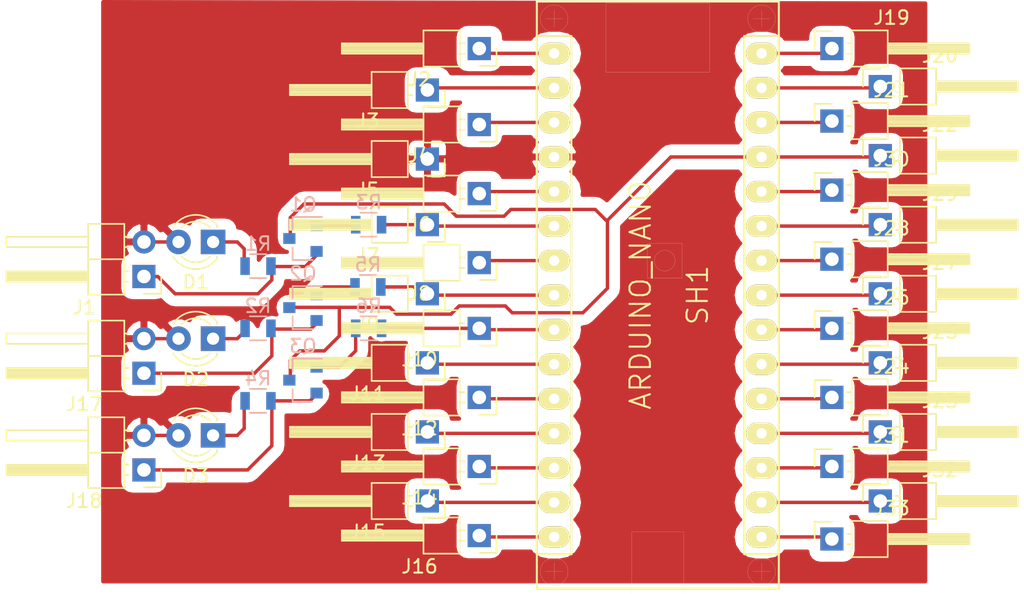
<source format=kicad_pcb>
(kicad_pcb (version 4) (host pcbnew 4.0.7)

  (general
    (links 54)
    (no_connects 18)
    (area 99.968999 83.138599 175.621001 127.179601)
    (thickness 1.6)
    (drawings 0)
    (tracks 131)
    (zones 0)
    (modules 46)
    (nets 40)
  )

  (page A4)
  (layers
    (0 F.Cu signal)
    (31 B.Cu signal)
    (32 B.Adhes user)
    (33 F.Adhes user)
    (34 B.Paste user)
    (35 F.Paste user)
    (36 B.SilkS user)
    (37 F.SilkS user)
    (38 B.Mask user)
    (39 F.Mask user)
    (40 Dwgs.User user)
    (41 Cmts.User user)
    (42 Eco1.User user)
    (43 Eco2.User user)
    (44 Edge.Cuts user)
    (45 Margin user)
    (46 B.CrtYd user)
    (47 F.CrtYd user)
    (48 B.Fab user)
    (49 F.Fab user)
  )

  (setup
    (last_trace_width 0.25)
    (trace_clearance 0.2)
    (zone_clearance 0.8)
    (zone_45_only no)
    (trace_min 0.2)
    (segment_width 0.2)
    (edge_width 0.15)
    (via_size 0.6)
    (via_drill 0.4)
    (via_min_size 0.4)
    (via_min_drill 0.3)
    (uvia_size 0.3)
    (uvia_drill 0.1)
    (uvias_allowed no)
    (uvia_min_size 0.2)
    (uvia_min_drill 0.1)
    (pcb_text_width 0.3)
    (pcb_text_size 1.5 1.5)
    (mod_edge_width 0.15)
    (mod_text_size 1 1)
    (mod_text_width 0.15)
    (pad_size 1.524 1.524)
    (pad_drill 0.762)
    (pad_to_mask_clearance 0.2)
    (aux_axis_origin 0 0)
    (visible_elements 7FFDF7FF)
    (pcbplotparams
      (layerselection 0x00030_80000001)
      (usegerberextensions false)
      (excludeedgelayer true)
      (linewidth 0.100000)
      (plotframeref false)
      (viasonmask false)
      (mode 1)
      (useauxorigin false)
      (hpglpennumber 1)
      (hpglpenspeed 20)
      (hpglpendiameter 15)
      (hpglpenoverlay 2)
      (psnegative false)
      (psa4output false)
      (plotreference true)
      (plotvalue true)
      (plotinvisibletext false)
      (padsonsilk false)
      (subtractmaskfromsilk false)
      (outputformat 1)
      (mirror false)
      (drillshape 1)
      (scaleselection 1)
      (outputdirectory ""))
  )

  (net 0 "")
  (net 1 "Net-(D1-Pad1)")
  (net 2 GND)
  (net 3 "Net-(D2-Pad1)")
  (net 4 "Net-(D3-Pad1)")
  (net 5 "Net-(J1-Pad1)")
  (net 6 "Net-(J2-Pad1)")
  (net 7 "Net-(J3-Pad1)")
  (net 8 "Net-(J4-Pad1)")
  (net 9 "Net-(J6-Pad1)")
  (net 10 "Net-(J7-Pad1)")
  (net 11 "Net-(J8-Pad1)")
  (net 12 "Net-(J9-Pad1)")
  (net 13 "Net-(J10-Pad1)")
  (net 14 "Net-(J11-Pad1)")
  (net 15 "Net-(J12-Pad1)")
  (net 16 "Net-(J13-Pad1)")
  (net 17 "Net-(J14-Pad1)")
  (net 18 "Net-(J15-Pad1)")
  (net 19 "Net-(J16-Pad1)")
  (net 20 "Net-(J17-Pad1)")
  (net 21 "Net-(J18-Pad1)")
  (net 22 "Net-(J19-Pad1)")
  (net 23 "Net-(J20-Pad1)")
  (net 24 "Net-(J21-Pad1)")
  (net 25 +5V)
  (net 26 "Net-(J23-Pad1)")
  (net 27 "Net-(J24-Pad1)")
  (net 28 "Net-(J25-Pad1)")
  (net 29 "Net-(J26-Pad1)")
  (net 30 "Net-(J27-Pad1)")
  (net 31 "Net-(J28-Pad1)")
  (net 32 "Net-(J29-Pad1)")
  (net 33 "Net-(J30-Pad1)")
  (net 34 "Net-(J31-Pad1)")
  (net 35 +3V3)
  (net 36 "Net-(J33-Pad1)")
  (net 37 "Net-(Q1-Pad1)")
  (net 38 "Net-(Q2-Pad1)")
  (net 39 "Net-(Q3-Pad1)")

  (net_class Default "This is the default net class."
    (clearance 0.2)
    (trace_width 0.25)
    (via_dia 0.6)
    (via_drill 0.4)
    (uvia_dia 0.3)
    (uvia_drill 0.1)
    (add_net +3V3)
    (add_net +5V)
    (add_net GND)
    (add_net "Net-(D1-Pad1)")
    (add_net "Net-(D2-Pad1)")
    (add_net "Net-(D3-Pad1)")
    (add_net "Net-(J1-Pad1)")
    (add_net "Net-(J10-Pad1)")
    (add_net "Net-(J11-Pad1)")
    (add_net "Net-(J12-Pad1)")
    (add_net "Net-(J13-Pad1)")
    (add_net "Net-(J14-Pad1)")
    (add_net "Net-(J15-Pad1)")
    (add_net "Net-(J16-Pad1)")
    (add_net "Net-(J17-Pad1)")
    (add_net "Net-(J18-Pad1)")
    (add_net "Net-(J19-Pad1)")
    (add_net "Net-(J2-Pad1)")
    (add_net "Net-(J20-Pad1)")
    (add_net "Net-(J21-Pad1)")
    (add_net "Net-(J23-Pad1)")
    (add_net "Net-(J24-Pad1)")
    (add_net "Net-(J25-Pad1)")
    (add_net "Net-(J26-Pad1)")
    (add_net "Net-(J27-Pad1)")
    (add_net "Net-(J28-Pad1)")
    (add_net "Net-(J29-Pad1)")
    (add_net "Net-(J3-Pad1)")
    (add_net "Net-(J30-Pad1)")
    (add_net "Net-(J31-Pad1)")
    (add_net "Net-(J33-Pad1)")
    (add_net "Net-(J4-Pad1)")
    (add_net "Net-(J6-Pad1)")
    (add_net "Net-(J7-Pad1)")
    (add_net "Net-(J8-Pad1)")
    (add_net "Net-(J9-Pad1)")
    (add_net "Net-(Q1-Pad1)")
    (add_net "Net-(Q2-Pad1)")
    (add_net "Net-(Q3-Pad1)")
  )

  (module LEDs:LED_D3.0mm (layer F.Cu) (tedit 587A3A7B) (tstamp 5AE1EAFE)
    (at 115.824 101.092 180)
    (descr "LED, diameter 3.0mm, 2 pins")
    (tags "LED diameter 3.0mm 2 pins")
    (path /5AE37B7D)
    (fp_text reference D1 (at 1.27 -2.96 180) (layer F.SilkS)
      (effects (font (size 1 1) (thickness 0.15)))
    )
    (fp_text value LED (at 1.27 2.96 180) (layer F.Fab)
      (effects (font (size 1 1) (thickness 0.15)))
    )
    (fp_arc (start 1.27 0) (end -0.23 -1.16619) (angle 284.3) (layer F.Fab) (width 0.1))
    (fp_arc (start 1.27 0) (end -0.29 -1.235516) (angle 108.8) (layer F.SilkS) (width 0.12))
    (fp_arc (start 1.27 0) (end -0.29 1.235516) (angle -108.8) (layer F.SilkS) (width 0.12))
    (fp_arc (start 1.27 0) (end 0.229039 -1.08) (angle 87.9) (layer F.SilkS) (width 0.12))
    (fp_arc (start 1.27 0) (end 0.229039 1.08) (angle -87.9) (layer F.SilkS) (width 0.12))
    (fp_circle (center 1.27 0) (end 2.77 0) (layer F.Fab) (width 0.1))
    (fp_line (start -0.23 -1.16619) (end -0.23 1.16619) (layer F.Fab) (width 0.1))
    (fp_line (start -0.29 -1.236) (end -0.29 -1.08) (layer F.SilkS) (width 0.12))
    (fp_line (start -0.29 1.08) (end -0.29 1.236) (layer F.SilkS) (width 0.12))
    (fp_line (start -1.15 -2.25) (end -1.15 2.25) (layer F.CrtYd) (width 0.05))
    (fp_line (start -1.15 2.25) (end 3.7 2.25) (layer F.CrtYd) (width 0.05))
    (fp_line (start 3.7 2.25) (end 3.7 -2.25) (layer F.CrtYd) (width 0.05))
    (fp_line (start 3.7 -2.25) (end -1.15 -2.25) (layer F.CrtYd) (width 0.05))
    (pad 1 thru_hole rect (at 0 0 180) (size 1.8 1.8) (drill 0.9) (layers *.Cu *.Mask)
      (net 1 "Net-(D1-Pad1)"))
    (pad 2 thru_hole circle (at 2.54 0 180) (size 1.8 1.8) (drill 0.9) (layers *.Cu *.Mask)
      (net 2 GND))
    (model ${KISYS3DMOD}/LEDs.3dshapes/LED_D3.0mm.wrl
      (at (xyz 0 0 0))
      (scale (xyz 0.393701 0.393701 0.393701))
      (rotate (xyz 0 0 0))
    )
  )

  (module LEDs:LED_D3.0mm (layer F.Cu) (tedit 587A3A7B) (tstamp 5AE1EB04)
    (at 115.824 108.204 180)
    (descr "LED, diameter 3.0mm, 2 pins")
    (tags "LED diameter 3.0mm 2 pins")
    (path /5AE378E1)
    (fp_text reference D2 (at 1.27 -2.96 180) (layer F.SilkS)
      (effects (font (size 1 1) (thickness 0.15)))
    )
    (fp_text value LED (at 1.27 2.96 180) (layer F.Fab)
      (effects (font (size 1 1) (thickness 0.15)))
    )
    (fp_arc (start 1.27 0) (end -0.23 -1.16619) (angle 284.3) (layer F.Fab) (width 0.1))
    (fp_arc (start 1.27 0) (end -0.29 -1.235516) (angle 108.8) (layer F.SilkS) (width 0.12))
    (fp_arc (start 1.27 0) (end -0.29 1.235516) (angle -108.8) (layer F.SilkS) (width 0.12))
    (fp_arc (start 1.27 0) (end 0.229039 -1.08) (angle 87.9) (layer F.SilkS) (width 0.12))
    (fp_arc (start 1.27 0) (end 0.229039 1.08) (angle -87.9) (layer F.SilkS) (width 0.12))
    (fp_circle (center 1.27 0) (end 2.77 0) (layer F.Fab) (width 0.1))
    (fp_line (start -0.23 -1.16619) (end -0.23 1.16619) (layer F.Fab) (width 0.1))
    (fp_line (start -0.29 -1.236) (end -0.29 -1.08) (layer F.SilkS) (width 0.12))
    (fp_line (start -0.29 1.08) (end -0.29 1.236) (layer F.SilkS) (width 0.12))
    (fp_line (start -1.15 -2.25) (end -1.15 2.25) (layer F.CrtYd) (width 0.05))
    (fp_line (start -1.15 2.25) (end 3.7 2.25) (layer F.CrtYd) (width 0.05))
    (fp_line (start 3.7 2.25) (end 3.7 -2.25) (layer F.CrtYd) (width 0.05))
    (fp_line (start 3.7 -2.25) (end -1.15 -2.25) (layer F.CrtYd) (width 0.05))
    (pad 1 thru_hole rect (at 0 0 180) (size 1.8 1.8) (drill 0.9) (layers *.Cu *.Mask)
      (net 3 "Net-(D2-Pad1)"))
    (pad 2 thru_hole circle (at 2.54 0 180) (size 1.8 1.8) (drill 0.9) (layers *.Cu *.Mask)
      (net 2 GND))
    (model ${KISYS3DMOD}/LEDs.3dshapes/LED_D3.0mm.wrl
      (at (xyz 0 0 0))
      (scale (xyz 0.393701 0.393701 0.393701))
      (rotate (xyz 0 0 0))
    )
  )

  (module LEDs:LED_D3.0mm (layer F.Cu) (tedit 587A3A7B) (tstamp 5AE1EB0A)
    (at 115.824 115.316 180)
    (descr "LED, diameter 3.0mm, 2 pins")
    (tags "LED diameter 3.0mm 2 pins")
    (path /5AE36984)
    (fp_text reference D3 (at 1.27 -2.96 180) (layer F.SilkS)
      (effects (font (size 1 1) (thickness 0.15)))
    )
    (fp_text value LED (at 1.27 2.96 180) (layer F.Fab)
      (effects (font (size 1 1) (thickness 0.15)))
    )
    (fp_arc (start 1.27 0) (end -0.23 -1.16619) (angle 284.3) (layer F.Fab) (width 0.1))
    (fp_arc (start 1.27 0) (end -0.29 -1.235516) (angle 108.8) (layer F.SilkS) (width 0.12))
    (fp_arc (start 1.27 0) (end -0.29 1.235516) (angle -108.8) (layer F.SilkS) (width 0.12))
    (fp_arc (start 1.27 0) (end 0.229039 -1.08) (angle 87.9) (layer F.SilkS) (width 0.12))
    (fp_arc (start 1.27 0) (end 0.229039 1.08) (angle -87.9) (layer F.SilkS) (width 0.12))
    (fp_circle (center 1.27 0) (end 2.77 0) (layer F.Fab) (width 0.1))
    (fp_line (start -0.23 -1.16619) (end -0.23 1.16619) (layer F.Fab) (width 0.1))
    (fp_line (start -0.29 -1.236) (end -0.29 -1.08) (layer F.SilkS) (width 0.12))
    (fp_line (start -0.29 1.08) (end -0.29 1.236) (layer F.SilkS) (width 0.12))
    (fp_line (start -1.15 -2.25) (end -1.15 2.25) (layer F.CrtYd) (width 0.05))
    (fp_line (start -1.15 2.25) (end 3.7 2.25) (layer F.CrtYd) (width 0.05))
    (fp_line (start 3.7 2.25) (end 3.7 -2.25) (layer F.CrtYd) (width 0.05))
    (fp_line (start 3.7 -2.25) (end -1.15 -2.25) (layer F.CrtYd) (width 0.05))
    (pad 1 thru_hole rect (at 0 0 180) (size 1.8 1.8) (drill 0.9) (layers *.Cu *.Mask)
      (net 4 "Net-(D3-Pad1)"))
    (pad 2 thru_hole circle (at 2.54 0 180) (size 1.8 1.8) (drill 0.9) (layers *.Cu *.Mask)
      (net 2 GND))
    (model ${KISYS3DMOD}/LEDs.3dshapes/LED_D3.0mm.wrl
      (at (xyz 0 0 0))
      (scale (xyz 0.393701 0.393701 0.393701))
      (rotate (xyz 0 0 0))
    )
  )

  (module Pin_Headers:Pin_Header_Angled_1x02_Pitch2.54mm (layer F.Cu) (tedit 59650532) (tstamp 5AE1EB10)
    (at 110.744 103.632 180)
    (descr "Through hole angled pin header, 1x02, 2.54mm pitch, 6mm pin length, single row")
    (tags "Through hole angled pin header THT 1x02 2.54mm single row")
    (path /5AE2C3F6)
    (fp_text reference J1 (at 4.385 -2.27 180) (layer F.SilkS)
      (effects (font (size 1 1) (thickness 0.15)))
    )
    (fp_text value c2 (at 4.385 4.81 180) (layer F.Fab)
      (effects (font (size 1 1) (thickness 0.15)))
    )
    (fp_line (start 2.135 -1.27) (end 4.04 -1.27) (layer F.Fab) (width 0.1))
    (fp_line (start 4.04 -1.27) (end 4.04 3.81) (layer F.Fab) (width 0.1))
    (fp_line (start 4.04 3.81) (end 1.5 3.81) (layer F.Fab) (width 0.1))
    (fp_line (start 1.5 3.81) (end 1.5 -0.635) (layer F.Fab) (width 0.1))
    (fp_line (start 1.5 -0.635) (end 2.135 -1.27) (layer F.Fab) (width 0.1))
    (fp_line (start -0.32 -0.32) (end 1.5 -0.32) (layer F.Fab) (width 0.1))
    (fp_line (start -0.32 -0.32) (end -0.32 0.32) (layer F.Fab) (width 0.1))
    (fp_line (start -0.32 0.32) (end 1.5 0.32) (layer F.Fab) (width 0.1))
    (fp_line (start 4.04 -0.32) (end 10.04 -0.32) (layer F.Fab) (width 0.1))
    (fp_line (start 10.04 -0.32) (end 10.04 0.32) (layer F.Fab) (width 0.1))
    (fp_line (start 4.04 0.32) (end 10.04 0.32) (layer F.Fab) (width 0.1))
    (fp_line (start -0.32 2.22) (end 1.5 2.22) (layer F.Fab) (width 0.1))
    (fp_line (start -0.32 2.22) (end -0.32 2.86) (layer F.Fab) (width 0.1))
    (fp_line (start -0.32 2.86) (end 1.5 2.86) (layer F.Fab) (width 0.1))
    (fp_line (start 4.04 2.22) (end 10.04 2.22) (layer F.Fab) (width 0.1))
    (fp_line (start 10.04 2.22) (end 10.04 2.86) (layer F.Fab) (width 0.1))
    (fp_line (start 4.04 2.86) (end 10.04 2.86) (layer F.Fab) (width 0.1))
    (fp_line (start 1.44 -1.33) (end 1.44 3.87) (layer F.SilkS) (width 0.12))
    (fp_line (start 1.44 3.87) (end 4.1 3.87) (layer F.SilkS) (width 0.12))
    (fp_line (start 4.1 3.87) (end 4.1 -1.33) (layer F.SilkS) (width 0.12))
    (fp_line (start 4.1 -1.33) (end 1.44 -1.33) (layer F.SilkS) (width 0.12))
    (fp_line (start 4.1 -0.38) (end 10.1 -0.38) (layer F.SilkS) (width 0.12))
    (fp_line (start 10.1 -0.38) (end 10.1 0.38) (layer F.SilkS) (width 0.12))
    (fp_line (start 10.1 0.38) (end 4.1 0.38) (layer F.SilkS) (width 0.12))
    (fp_line (start 4.1 -0.32) (end 10.1 -0.32) (layer F.SilkS) (width 0.12))
    (fp_line (start 4.1 -0.2) (end 10.1 -0.2) (layer F.SilkS) (width 0.12))
    (fp_line (start 4.1 -0.08) (end 10.1 -0.08) (layer F.SilkS) (width 0.12))
    (fp_line (start 4.1 0.04) (end 10.1 0.04) (layer F.SilkS) (width 0.12))
    (fp_line (start 4.1 0.16) (end 10.1 0.16) (layer F.SilkS) (width 0.12))
    (fp_line (start 4.1 0.28) (end 10.1 0.28) (layer F.SilkS) (width 0.12))
    (fp_line (start 1.11 -0.38) (end 1.44 -0.38) (layer F.SilkS) (width 0.12))
    (fp_line (start 1.11 0.38) (end 1.44 0.38) (layer F.SilkS) (width 0.12))
    (fp_line (start 1.44 1.27) (end 4.1 1.27) (layer F.SilkS) (width 0.12))
    (fp_line (start 4.1 2.16) (end 10.1 2.16) (layer F.SilkS) (width 0.12))
    (fp_line (start 10.1 2.16) (end 10.1 2.92) (layer F.SilkS) (width 0.12))
    (fp_line (start 10.1 2.92) (end 4.1 2.92) (layer F.SilkS) (width 0.12))
    (fp_line (start 1.042929 2.16) (end 1.44 2.16) (layer F.SilkS) (width 0.12))
    (fp_line (start 1.042929 2.92) (end 1.44 2.92) (layer F.SilkS) (width 0.12))
    (fp_line (start -1.27 0) (end -1.27 -1.27) (layer F.SilkS) (width 0.12))
    (fp_line (start -1.27 -1.27) (end 0 -1.27) (layer F.SilkS) (width 0.12))
    (fp_line (start -1.8 -1.8) (end -1.8 4.35) (layer F.CrtYd) (width 0.05))
    (fp_line (start -1.8 4.35) (end 10.55 4.35) (layer F.CrtYd) (width 0.05))
    (fp_line (start 10.55 4.35) (end 10.55 -1.8) (layer F.CrtYd) (width 0.05))
    (fp_line (start 10.55 -1.8) (end -1.8 -1.8) (layer F.CrtYd) (width 0.05))
    (fp_text user %R (at 2.77 1.27 270) (layer F.Fab)
      (effects (font (size 1 1) (thickness 0.15)))
    )
    (pad 1 thru_hole rect (at 0 0 180) (size 1.7 1.7) (drill 1) (layers *.Cu *.Mask)
      (net 5 "Net-(J1-Pad1)"))
    (pad 2 thru_hole oval (at 0 2.54 180) (size 1.7 1.7) (drill 1) (layers *.Cu *.Mask)
      (net 2 GND))
    (model ${KISYS3DMOD}/Pin_Headers.3dshapes/Pin_Header_Angled_1x02_Pitch2.54mm.wrl
      (at (xyz 0 0 0))
      (scale (xyz 1 1 1))
      (rotate (xyz 0 0 0))
    )
  )

  (module Pin_Headers:Pin_Header_Angled_1x01_Pitch2.54mm (layer F.Cu) (tedit 59650532) (tstamp 5AE1EB15)
    (at 135.382 86.868 180)
    (descr "Through hole angled pin header, 1x01, 2.54mm pitch, 6mm pin length, single row")
    (tags "Through hole angled pin header THT 1x01 2.54mm single row")
    (path /5AE1EA4F)
    (fp_text reference J2 (at 4.385 -2.27 180) (layer F.SilkS)
      (effects (font (size 1 1) (thickness 0.15)))
    )
    (fp_text value pin (at 4.385 2.27 180) (layer F.Fab)
      (effects (font (size 1 1) (thickness 0.15)))
    )
    (fp_line (start 2.135 -1.27) (end 4.04 -1.27) (layer F.Fab) (width 0.1))
    (fp_line (start 4.04 -1.27) (end 4.04 1.27) (layer F.Fab) (width 0.1))
    (fp_line (start 4.04 1.27) (end 1.5 1.27) (layer F.Fab) (width 0.1))
    (fp_line (start 1.5 1.27) (end 1.5 -0.635) (layer F.Fab) (width 0.1))
    (fp_line (start 1.5 -0.635) (end 2.135 -1.27) (layer F.Fab) (width 0.1))
    (fp_line (start -0.32 -0.32) (end 1.5 -0.32) (layer F.Fab) (width 0.1))
    (fp_line (start -0.32 -0.32) (end -0.32 0.32) (layer F.Fab) (width 0.1))
    (fp_line (start -0.32 0.32) (end 1.5 0.32) (layer F.Fab) (width 0.1))
    (fp_line (start 4.04 -0.32) (end 10.04 -0.32) (layer F.Fab) (width 0.1))
    (fp_line (start 10.04 -0.32) (end 10.04 0.32) (layer F.Fab) (width 0.1))
    (fp_line (start 4.04 0.32) (end 10.04 0.32) (layer F.Fab) (width 0.1))
    (fp_line (start 1.44 -1.33) (end 1.44 1.33) (layer F.SilkS) (width 0.12))
    (fp_line (start 1.44 1.33) (end 4.1 1.33) (layer F.SilkS) (width 0.12))
    (fp_line (start 4.1 1.33) (end 4.1 -1.33) (layer F.SilkS) (width 0.12))
    (fp_line (start 4.1 -1.33) (end 1.44 -1.33) (layer F.SilkS) (width 0.12))
    (fp_line (start 4.1 -0.38) (end 10.1 -0.38) (layer F.SilkS) (width 0.12))
    (fp_line (start 10.1 -0.38) (end 10.1 0.38) (layer F.SilkS) (width 0.12))
    (fp_line (start 10.1 0.38) (end 4.1 0.38) (layer F.SilkS) (width 0.12))
    (fp_line (start 4.1 -0.32) (end 10.1 -0.32) (layer F.SilkS) (width 0.12))
    (fp_line (start 4.1 -0.2) (end 10.1 -0.2) (layer F.SilkS) (width 0.12))
    (fp_line (start 4.1 -0.08) (end 10.1 -0.08) (layer F.SilkS) (width 0.12))
    (fp_line (start 4.1 0.04) (end 10.1 0.04) (layer F.SilkS) (width 0.12))
    (fp_line (start 4.1 0.16) (end 10.1 0.16) (layer F.SilkS) (width 0.12))
    (fp_line (start 4.1 0.28) (end 10.1 0.28) (layer F.SilkS) (width 0.12))
    (fp_line (start 1.11 -0.38) (end 1.44 -0.38) (layer F.SilkS) (width 0.12))
    (fp_line (start 1.11 0.38) (end 1.44 0.38) (layer F.SilkS) (width 0.12))
    (fp_line (start -1.27 0) (end -1.27 -1.27) (layer F.SilkS) (width 0.12))
    (fp_line (start -1.27 -1.27) (end 0 -1.27) (layer F.SilkS) (width 0.12))
    (fp_line (start -1.8 -1.8) (end -1.8 1.8) (layer F.CrtYd) (width 0.05))
    (fp_line (start -1.8 1.8) (end 10.55 1.8) (layer F.CrtYd) (width 0.05))
    (fp_line (start 10.55 1.8) (end 10.55 -1.8) (layer F.CrtYd) (width 0.05))
    (fp_line (start 10.55 -1.8) (end -1.8 -1.8) (layer F.CrtYd) (width 0.05))
    (fp_text user %R (at 2.77 0 270) (layer F.Fab)
      (effects (font (size 1 1) (thickness 0.15)))
    )
    (pad 1 thru_hole rect (at 0 0 180) (size 1.7 1.7) (drill 1) (layers *.Cu *.Mask)
      (net 6 "Net-(J2-Pad1)"))
    (model ${KISYS3DMOD}/Pin_Headers.3dshapes/Pin_Header_Angled_1x01_Pitch2.54mm.wrl
      (at (xyz 0 0 0))
      (scale (xyz 1 1 1))
      (rotate (xyz 0 0 0))
    )
  )

  (module Pin_Headers:Pin_Header_Angled_1x01_Pitch2.54mm (layer F.Cu) (tedit 59650532) (tstamp 5AE1EB1A)
    (at 131.572 89.916 180)
    (descr "Through hole angled pin header, 1x01, 2.54mm pitch, 6mm pin length, single row")
    (tags "Through hole angled pin header THT 1x01 2.54mm single row")
    (path /5AE1EA55)
    (fp_text reference J3 (at 4.385 -2.27 180) (layer F.SilkS)
      (effects (font (size 1 1) (thickness 0.15)))
    )
    (fp_text value pin (at 4.385 2.27 180) (layer F.Fab)
      (effects (font (size 1 1) (thickness 0.15)))
    )
    (fp_line (start 2.135 -1.27) (end 4.04 -1.27) (layer F.Fab) (width 0.1))
    (fp_line (start 4.04 -1.27) (end 4.04 1.27) (layer F.Fab) (width 0.1))
    (fp_line (start 4.04 1.27) (end 1.5 1.27) (layer F.Fab) (width 0.1))
    (fp_line (start 1.5 1.27) (end 1.5 -0.635) (layer F.Fab) (width 0.1))
    (fp_line (start 1.5 -0.635) (end 2.135 -1.27) (layer F.Fab) (width 0.1))
    (fp_line (start -0.32 -0.32) (end 1.5 -0.32) (layer F.Fab) (width 0.1))
    (fp_line (start -0.32 -0.32) (end -0.32 0.32) (layer F.Fab) (width 0.1))
    (fp_line (start -0.32 0.32) (end 1.5 0.32) (layer F.Fab) (width 0.1))
    (fp_line (start 4.04 -0.32) (end 10.04 -0.32) (layer F.Fab) (width 0.1))
    (fp_line (start 10.04 -0.32) (end 10.04 0.32) (layer F.Fab) (width 0.1))
    (fp_line (start 4.04 0.32) (end 10.04 0.32) (layer F.Fab) (width 0.1))
    (fp_line (start 1.44 -1.33) (end 1.44 1.33) (layer F.SilkS) (width 0.12))
    (fp_line (start 1.44 1.33) (end 4.1 1.33) (layer F.SilkS) (width 0.12))
    (fp_line (start 4.1 1.33) (end 4.1 -1.33) (layer F.SilkS) (width 0.12))
    (fp_line (start 4.1 -1.33) (end 1.44 -1.33) (layer F.SilkS) (width 0.12))
    (fp_line (start 4.1 -0.38) (end 10.1 -0.38) (layer F.SilkS) (width 0.12))
    (fp_line (start 10.1 -0.38) (end 10.1 0.38) (layer F.SilkS) (width 0.12))
    (fp_line (start 10.1 0.38) (end 4.1 0.38) (layer F.SilkS) (width 0.12))
    (fp_line (start 4.1 -0.32) (end 10.1 -0.32) (layer F.SilkS) (width 0.12))
    (fp_line (start 4.1 -0.2) (end 10.1 -0.2) (layer F.SilkS) (width 0.12))
    (fp_line (start 4.1 -0.08) (end 10.1 -0.08) (layer F.SilkS) (width 0.12))
    (fp_line (start 4.1 0.04) (end 10.1 0.04) (layer F.SilkS) (width 0.12))
    (fp_line (start 4.1 0.16) (end 10.1 0.16) (layer F.SilkS) (width 0.12))
    (fp_line (start 4.1 0.28) (end 10.1 0.28) (layer F.SilkS) (width 0.12))
    (fp_line (start 1.11 -0.38) (end 1.44 -0.38) (layer F.SilkS) (width 0.12))
    (fp_line (start 1.11 0.38) (end 1.44 0.38) (layer F.SilkS) (width 0.12))
    (fp_line (start -1.27 0) (end -1.27 -1.27) (layer F.SilkS) (width 0.12))
    (fp_line (start -1.27 -1.27) (end 0 -1.27) (layer F.SilkS) (width 0.12))
    (fp_line (start -1.8 -1.8) (end -1.8 1.8) (layer F.CrtYd) (width 0.05))
    (fp_line (start -1.8 1.8) (end 10.55 1.8) (layer F.CrtYd) (width 0.05))
    (fp_line (start 10.55 1.8) (end 10.55 -1.8) (layer F.CrtYd) (width 0.05))
    (fp_line (start 10.55 -1.8) (end -1.8 -1.8) (layer F.CrtYd) (width 0.05))
    (fp_text user %R (at 2.77 0 270) (layer F.Fab)
      (effects (font (size 1 1) (thickness 0.15)))
    )
    (pad 1 thru_hole rect (at 0 0 180) (size 1.7 1.7) (drill 1) (layers *.Cu *.Mask)
      (net 7 "Net-(J3-Pad1)"))
    (model ${KISYS3DMOD}/Pin_Headers.3dshapes/Pin_Header_Angled_1x01_Pitch2.54mm.wrl
      (at (xyz 0 0 0))
      (scale (xyz 1 1 1))
      (rotate (xyz 0 0 0))
    )
  )

  (module Pin_Headers:Pin_Header_Angled_1x01_Pitch2.54mm (layer F.Cu) (tedit 59650532) (tstamp 5AE1EB1F)
    (at 135.382 92.456 180)
    (descr "Through hole angled pin header, 1x01, 2.54mm pitch, 6mm pin length, single row")
    (tags "Through hole angled pin header THT 1x01 2.54mm single row")
    (path /5AE1EA5B)
    (fp_text reference J4 (at 4.385 -2.27 180) (layer F.SilkS)
      (effects (font (size 1 1) (thickness 0.15)))
    )
    (fp_text value pin (at 4.385 2.27 180) (layer F.Fab)
      (effects (font (size 1 1) (thickness 0.15)))
    )
    (fp_line (start 2.135 -1.27) (end 4.04 -1.27) (layer F.Fab) (width 0.1))
    (fp_line (start 4.04 -1.27) (end 4.04 1.27) (layer F.Fab) (width 0.1))
    (fp_line (start 4.04 1.27) (end 1.5 1.27) (layer F.Fab) (width 0.1))
    (fp_line (start 1.5 1.27) (end 1.5 -0.635) (layer F.Fab) (width 0.1))
    (fp_line (start 1.5 -0.635) (end 2.135 -1.27) (layer F.Fab) (width 0.1))
    (fp_line (start -0.32 -0.32) (end 1.5 -0.32) (layer F.Fab) (width 0.1))
    (fp_line (start -0.32 -0.32) (end -0.32 0.32) (layer F.Fab) (width 0.1))
    (fp_line (start -0.32 0.32) (end 1.5 0.32) (layer F.Fab) (width 0.1))
    (fp_line (start 4.04 -0.32) (end 10.04 -0.32) (layer F.Fab) (width 0.1))
    (fp_line (start 10.04 -0.32) (end 10.04 0.32) (layer F.Fab) (width 0.1))
    (fp_line (start 4.04 0.32) (end 10.04 0.32) (layer F.Fab) (width 0.1))
    (fp_line (start 1.44 -1.33) (end 1.44 1.33) (layer F.SilkS) (width 0.12))
    (fp_line (start 1.44 1.33) (end 4.1 1.33) (layer F.SilkS) (width 0.12))
    (fp_line (start 4.1 1.33) (end 4.1 -1.33) (layer F.SilkS) (width 0.12))
    (fp_line (start 4.1 -1.33) (end 1.44 -1.33) (layer F.SilkS) (width 0.12))
    (fp_line (start 4.1 -0.38) (end 10.1 -0.38) (layer F.SilkS) (width 0.12))
    (fp_line (start 10.1 -0.38) (end 10.1 0.38) (layer F.SilkS) (width 0.12))
    (fp_line (start 10.1 0.38) (end 4.1 0.38) (layer F.SilkS) (width 0.12))
    (fp_line (start 4.1 -0.32) (end 10.1 -0.32) (layer F.SilkS) (width 0.12))
    (fp_line (start 4.1 -0.2) (end 10.1 -0.2) (layer F.SilkS) (width 0.12))
    (fp_line (start 4.1 -0.08) (end 10.1 -0.08) (layer F.SilkS) (width 0.12))
    (fp_line (start 4.1 0.04) (end 10.1 0.04) (layer F.SilkS) (width 0.12))
    (fp_line (start 4.1 0.16) (end 10.1 0.16) (layer F.SilkS) (width 0.12))
    (fp_line (start 4.1 0.28) (end 10.1 0.28) (layer F.SilkS) (width 0.12))
    (fp_line (start 1.11 -0.38) (end 1.44 -0.38) (layer F.SilkS) (width 0.12))
    (fp_line (start 1.11 0.38) (end 1.44 0.38) (layer F.SilkS) (width 0.12))
    (fp_line (start -1.27 0) (end -1.27 -1.27) (layer F.SilkS) (width 0.12))
    (fp_line (start -1.27 -1.27) (end 0 -1.27) (layer F.SilkS) (width 0.12))
    (fp_line (start -1.8 -1.8) (end -1.8 1.8) (layer F.CrtYd) (width 0.05))
    (fp_line (start -1.8 1.8) (end 10.55 1.8) (layer F.CrtYd) (width 0.05))
    (fp_line (start 10.55 1.8) (end 10.55 -1.8) (layer F.CrtYd) (width 0.05))
    (fp_line (start 10.55 -1.8) (end -1.8 -1.8) (layer F.CrtYd) (width 0.05))
    (fp_text user %R (at 2.77 0 270) (layer F.Fab)
      (effects (font (size 1 1) (thickness 0.15)))
    )
    (pad 1 thru_hole rect (at 0 0 180) (size 1.7 1.7) (drill 1) (layers *.Cu *.Mask)
      (net 8 "Net-(J4-Pad1)"))
    (model ${KISYS3DMOD}/Pin_Headers.3dshapes/Pin_Header_Angled_1x01_Pitch2.54mm.wrl
      (at (xyz 0 0 0))
      (scale (xyz 1 1 1))
      (rotate (xyz 0 0 0))
    )
  )

  (module Pin_Headers:Pin_Header_Angled_1x01_Pitch2.54mm (layer F.Cu) (tedit 59650532) (tstamp 5AE1EB24)
    (at 131.572 94.996 180)
    (descr "Through hole angled pin header, 1x01, 2.54mm pitch, 6mm pin length, single row")
    (tags "Through hole angled pin header THT 1x01 2.54mm single row")
    (path /5AE1EA61)
    (fp_text reference J5 (at 4.385 -2.27 180) (layer F.SilkS)
      (effects (font (size 1 1) (thickness 0.15)))
    )
    (fp_text value pin (at 4.385 2.27 180) (layer F.Fab)
      (effects (font (size 1 1) (thickness 0.15)))
    )
    (fp_line (start 2.135 -1.27) (end 4.04 -1.27) (layer F.Fab) (width 0.1))
    (fp_line (start 4.04 -1.27) (end 4.04 1.27) (layer F.Fab) (width 0.1))
    (fp_line (start 4.04 1.27) (end 1.5 1.27) (layer F.Fab) (width 0.1))
    (fp_line (start 1.5 1.27) (end 1.5 -0.635) (layer F.Fab) (width 0.1))
    (fp_line (start 1.5 -0.635) (end 2.135 -1.27) (layer F.Fab) (width 0.1))
    (fp_line (start -0.32 -0.32) (end 1.5 -0.32) (layer F.Fab) (width 0.1))
    (fp_line (start -0.32 -0.32) (end -0.32 0.32) (layer F.Fab) (width 0.1))
    (fp_line (start -0.32 0.32) (end 1.5 0.32) (layer F.Fab) (width 0.1))
    (fp_line (start 4.04 -0.32) (end 10.04 -0.32) (layer F.Fab) (width 0.1))
    (fp_line (start 10.04 -0.32) (end 10.04 0.32) (layer F.Fab) (width 0.1))
    (fp_line (start 4.04 0.32) (end 10.04 0.32) (layer F.Fab) (width 0.1))
    (fp_line (start 1.44 -1.33) (end 1.44 1.33) (layer F.SilkS) (width 0.12))
    (fp_line (start 1.44 1.33) (end 4.1 1.33) (layer F.SilkS) (width 0.12))
    (fp_line (start 4.1 1.33) (end 4.1 -1.33) (layer F.SilkS) (width 0.12))
    (fp_line (start 4.1 -1.33) (end 1.44 -1.33) (layer F.SilkS) (width 0.12))
    (fp_line (start 4.1 -0.38) (end 10.1 -0.38) (layer F.SilkS) (width 0.12))
    (fp_line (start 10.1 -0.38) (end 10.1 0.38) (layer F.SilkS) (width 0.12))
    (fp_line (start 10.1 0.38) (end 4.1 0.38) (layer F.SilkS) (width 0.12))
    (fp_line (start 4.1 -0.32) (end 10.1 -0.32) (layer F.SilkS) (width 0.12))
    (fp_line (start 4.1 -0.2) (end 10.1 -0.2) (layer F.SilkS) (width 0.12))
    (fp_line (start 4.1 -0.08) (end 10.1 -0.08) (layer F.SilkS) (width 0.12))
    (fp_line (start 4.1 0.04) (end 10.1 0.04) (layer F.SilkS) (width 0.12))
    (fp_line (start 4.1 0.16) (end 10.1 0.16) (layer F.SilkS) (width 0.12))
    (fp_line (start 4.1 0.28) (end 10.1 0.28) (layer F.SilkS) (width 0.12))
    (fp_line (start 1.11 -0.38) (end 1.44 -0.38) (layer F.SilkS) (width 0.12))
    (fp_line (start 1.11 0.38) (end 1.44 0.38) (layer F.SilkS) (width 0.12))
    (fp_line (start -1.27 0) (end -1.27 -1.27) (layer F.SilkS) (width 0.12))
    (fp_line (start -1.27 -1.27) (end 0 -1.27) (layer F.SilkS) (width 0.12))
    (fp_line (start -1.8 -1.8) (end -1.8 1.8) (layer F.CrtYd) (width 0.05))
    (fp_line (start -1.8 1.8) (end 10.55 1.8) (layer F.CrtYd) (width 0.05))
    (fp_line (start 10.55 1.8) (end 10.55 -1.8) (layer F.CrtYd) (width 0.05))
    (fp_line (start 10.55 -1.8) (end -1.8 -1.8) (layer F.CrtYd) (width 0.05))
    (fp_text user %R (at 2.77 0 270) (layer F.Fab)
      (effects (font (size 1 1) (thickness 0.15)))
    )
    (pad 1 thru_hole rect (at 0 0 180) (size 1.7 1.7) (drill 1) (layers *.Cu *.Mask)
      (net 2 GND))
    (model ${KISYS3DMOD}/Pin_Headers.3dshapes/Pin_Header_Angled_1x01_Pitch2.54mm.wrl
      (at (xyz 0 0 0))
      (scale (xyz 1 1 1))
      (rotate (xyz 0 0 0))
    )
  )

  (module Pin_Headers:Pin_Header_Angled_1x01_Pitch2.54mm (layer F.Cu) (tedit 59650532) (tstamp 5AE1EB29)
    (at 135.382 97.536 180)
    (descr "Through hole angled pin header, 1x01, 2.54mm pitch, 6mm pin length, single row")
    (tags "Through hole angled pin header THT 1x01 2.54mm single row")
    (path /5AE1EA67)
    (fp_text reference J6 (at 4.385 -2.27 180) (layer F.SilkS)
      (effects (font (size 1 1) (thickness 0.15)))
    )
    (fp_text value pin (at 4.385 2.27 180) (layer F.Fab)
      (effects (font (size 1 1) (thickness 0.15)))
    )
    (fp_line (start 2.135 -1.27) (end 4.04 -1.27) (layer F.Fab) (width 0.1))
    (fp_line (start 4.04 -1.27) (end 4.04 1.27) (layer F.Fab) (width 0.1))
    (fp_line (start 4.04 1.27) (end 1.5 1.27) (layer F.Fab) (width 0.1))
    (fp_line (start 1.5 1.27) (end 1.5 -0.635) (layer F.Fab) (width 0.1))
    (fp_line (start 1.5 -0.635) (end 2.135 -1.27) (layer F.Fab) (width 0.1))
    (fp_line (start -0.32 -0.32) (end 1.5 -0.32) (layer F.Fab) (width 0.1))
    (fp_line (start -0.32 -0.32) (end -0.32 0.32) (layer F.Fab) (width 0.1))
    (fp_line (start -0.32 0.32) (end 1.5 0.32) (layer F.Fab) (width 0.1))
    (fp_line (start 4.04 -0.32) (end 10.04 -0.32) (layer F.Fab) (width 0.1))
    (fp_line (start 10.04 -0.32) (end 10.04 0.32) (layer F.Fab) (width 0.1))
    (fp_line (start 4.04 0.32) (end 10.04 0.32) (layer F.Fab) (width 0.1))
    (fp_line (start 1.44 -1.33) (end 1.44 1.33) (layer F.SilkS) (width 0.12))
    (fp_line (start 1.44 1.33) (end 4.1 1.33) (layer F.SilkS) (width 0.12))
    (fp_line (start 4.1 1.33) (end 4.1 -1.33) (layer F.SilkS) (width 0.12))
    (fp_line (start 4.1 -1.33) (end 1.44 -1.33) (layer F.SilkS) (width 0.12))
    (fp_line (start 4.1 -0.38) (end 10.1 -0.38) (layer F.SilkS) (width 0.12))
    (fp_line (start 10.1 -0.38) (end 10.1 0.38) (layer F.SilkS) (width 0.12))
    (fp_line (start 10.1 0.38) (end 4.1 0.38) (layer F.SilkS) (width 0.12))
    (fp_line (start 4.1 -0.32) (end 10.1 -0.32) (layer F.SilkS) (width 0.12))
    (fp_line (start 4.1 -0.2) (end 10.1 -0.2) (layer F.SilkS) (width 0.12))
    (fp_line (start 4.1 -0.08) (end 10.1 -0.08) (layer F.SilkS) (width 0.12))
    (fp_line (start 4.1 0.04) (end 10.1 0.04) (layer F.SilkS) (width 0.12))
    (fp_line (start 4.1 0.16) (end 10.1 0.16) (layer F.SilkS) (width 0.12))
    (fp_line (start 4.1 0.28) (end 10.1 0.28) (layer F.SilkS) (width 0.12))
    (fp_line (start 1.11 -0.38) (end 1.44 -0.38) (layer F.SilkS) (width 0.12))
    (fp_line (start 1.11 0.38) (end 1.44 0.38) (layer F.SilkS) (width 0.12))
    (fp_line (start -1.27 0) (end -1.27 -1.27) (layer F.SilkS) (width 0.12))
    (fp_line (start -1.27 -1.27) (end 0 -1.27) (layer F.SilkS) (width 0.12))
    (fp_line (start -1.8 -1.8) (end -1.8 1.8) (layer F.CrtYd) (width 0.05))
    (fp_line (start -1.8 1.8) (end 10.55 1.8) (layer F.CrtYd) (width 0.05))
    (fp_line (start 10.55 1.8) (end 10.55 -1.8) (layer F.CrtYd) (width 0.05))
    (fp_line (start 10.55 -1.8) (end -1.8 -1.8) (layer F.CrtYd) (width 0.05))
    (fp_text user %R (at 2.77 0 270) (layer F.Fab)
      (effects (font (size 1 1) (thickness 0.15)))
    )
    (pad 1 thru_hole rect (at 0 0 180) (size 1.7 1.7) (drill 1) (layers *.Cu *.Mask)
      (net 9 "Net-(J6-Pad1)"))
    (model ${KISYS3DMOD}/Pin_Headers.3dshapes/Pin_Header_Angled_1x01_Pitch2.54mm.wrl
      (at (xyz 0 0 0))
      (scale (xyz 1 1 1))
      (rotate (xyz 0 0 0))
    )
  )

  (module Pin_Headers:Pin_Header_Angled_1x01_Pitch2.54mm (layer F.Cu) (tedit 59650532) (tstamp 5AE1EB2E)
    (at 131.572 99.822 180)
    (descr "Through hole angled pin header, 1x01, 2.54mm pitch, 6mm pin length, single row")
    (tags "Through hole angled pin header THT 1x01 2.54mm single row")
    (path /5AE1EA6D)
    (fp_text reference J7 (at 4.385 -2.27 180) (layer F.SilkS)
      (effects (font (size 1 1) (thickness 0.15)))
    )
    (fp_text value pin (at 4.385 2.27 180) (layer F.Fab)
      (effects (font (size 1 1) (thickness 0.15)))
    )
    (fp_line (start 2.135 -1.27) (end 4.04 -1.27) (layer F.Fab) (width 0.1))
    (fp_line (start 4.04 -1.27) (end 4.04 1.27) (layer F.Fab) (width 0.1))
    (fp_line (start 4.04 1.27) (end 1.5 1.27) (layer F.Fab) (width 0.1))
    (fp_line (start 1.5 1.27) (end 1.5 -0.635) (layer F.Fab) (width 0.1))
    (fp_line (start 1.5 -0.635) (end 2.135 -1.27) (layer F.Fab) (width 0.1))
    (fp_line (start -0.32 -0.32) (end 1.5 -0.32) (layer F.Fab) (width 0.1))
    (fp_line (start -0.32 -0.32) (end -0.32 0.32) (layer F.Fab) (width 0.1))
    (fp_line (start -0.32 0.32) (end 1.5 0.32) (layer F.Fab) (width 0.1))
    (fp_line (start 4.04 -0.32) (end 10.04 -0.32) (layer F.Fab) (width 0.1))
    (fp_line (start 10.04 -0.32) (end 10.04 0.32) (layer F.Fab) (width 0.1))
    (fp_line (start 4.04 0.32) (end 10.04 0.32) (layer F.Fab) (width 0.1))
    (fp_line (start 1.44 -1.33) (end 1.44 1.33) (layer F.SilkS) (width 0.12))
    (fp_line (start 1.44 1.33) (end 4.1 1.33) (layer F.SilkS) (width 0.12))
    (fp_line (start 4.1 1.33) (end 4.1 -1.33) (layer F.SilkS) (width 0.12))
    (fp_line (start 4.1 -1.33) (end 1.44 -1.33) (layer F.SilkS) (width 0.12))
    (fp_line (start 4.1 -0.38) (end 10.1 -0.38) (layer F.SilkS) (width 0.12))
    (fp_line (start 10.1 -0.38) (end 10.1 0.38) (layer F.SilkS) (width 0.12))
    (fp_line (start 10.1 0.38) (end 4.1 0.38) (layer F.SilkS) (width 0.12))
    (fp_line (start 4.1 -0.32) (end 10.1 -0.32) (layer F.SilkS) (width 0.12))
    (fp_line (start 4.1 -0.2) (end 10.1 -0.2) (layer F.SilkS) (width 0.12))
    (fp_line (start 4.1 -0.08) (end 10.1 -0.08) (layer F.SilkS) (width 0.12))
    (fp_line (start 4.1 0.04) (end 10.1 0.04) (layer F.SilkS) (width 0.12))
    (fp_line (start 4.1 0.16) (end 10.1 0.16) (layer F.SilkS) (width 0.12))
    (fp_line (start 4.1 0.28) (end 10.1 0.28) (layer F.SilkS) (width 0.12))
    (fp_line (start 1.11 -0.38) (end 1.44 -0.38) (layer F.SilkS) (width 0.12))
    (fp_line (start 1.11 0.38) (end 1.44 0.38) (layer F.SilkS) (width 0.12))
    (fp_line (start -1.27 0) (end -1.27 -1.27) (layer F.SilkS) (width 0.12))
    (fp_line (start -1.27 -1.27) (end 0 -1.27) (layer F.SilkS) (width 0.12))
    (fp_line (start -1.8 -1.8) (end -1.8 1.8) (layer F.CrtYd) (width 0.05))
    (fp_line (start -1.8 1.8) (end 10.55 1.8) (layer F.CrtYd) (width 0.05))
    (fp_line (start 10.55 1.8) (end 10.55 -1.8) (layer F.CrtYd) (width 0.05))
    (fp_line (start 10.55 -1.8) (end -1.8 -1.8) (layer F.CrtYd) (width 0.05))
    (fp_text user %R (at 2.77 0 270) (layer F.Fab)
      (effects (font (size 1 1) (thickness 0.15)))
    )
    (pad 1 thru_hole rect (at 0 0 180) (size 1.7 1.7) (drill 1) (layers *.Cu *.Mask)
      (net 10 "Net-(J7-Pad1)"))
    (model ${KISYS3DMOD}/Pin_Headers.3dshapes/Pin_Header_Angled_1x01_Pitch2.54mm.wrl
      (at (xyz 0 0 0))
      (scale (xyz 1 1 1))
      (rotate (xyz 0 0 0))
    )
  )

  (module Pin_Headers:Pin_Header_Angled_1x01_Pitch2.54mm (layer F.Cu) (tedit 59650532) (tstamp 5AE1EB33)
    (at 135.382 102.616 180)
    (descr "Through hole angled pin header, 1x01, 2.54mm pitch, 6mm pin length, single row")
    (tags "Through hole angled pin header THT 1x01 2.54mm single row")
    (path /5AE1EA73)
    (fp_text reference J8 (at 4.385 -2.27 180) (layer F.SilkS)
      (effects (font (size 1 1) (thickness 0.15)))
    )
    (fp_text value pin (at 4.385 2.27 180) (layer F.Fab)
      (effects (font (size 1 1) (thickness 0.15)))
    )
    (fp_line (start 2.135 -1.27) (end 4.04 -1.27) (layer F.Fab) (width 0.1))
    (fp_line (start 4.04 -1.27) (end 4.04 1.27) (layer F.Fab) (width 0.1))
    (fp_line (start 4.04 1.27) (end 1.5 1.27) (layer F.Fab) (width 0.1))
    (fp_line (start 1.5 1.27) (end 1.5 -0.635) (layer F.Fab) (width 0.1))
    (fp_line (start 1.5 -0.635) (end 2.135 -1.27) (layer F.Fab) (width 0.1))
    (fp_line (start -0.32 -0.32) (end 1.5 -0.32) (layer F.Fab) (width 0.1))
    (fp_line (start -0.32 -0.32) (end -0.32 0.32) (layer F.Fab) (width 0.1))
    (fp_line (start -0.32 0.32) (end 1.5 0.32) (layer F.Fab) (width 0.1))
    (fp_line (start 4.04 -0.32) (end 10.04 -0.32) (layer F.Fab) (width 0.1))
    (fp_line (start 10.04 -0.32) (end 10.04 0.32) (layer F.Fab) (width 0.1))
    (fp_line (start 4.04 0.32) (end 10.04 0.32) (layer F.Fab) (width 0.1))
    (fp_line (start 1.44 -1.33) (end 1.44 1.33) (layer F.SilkS) (width 0.12))
    (fp_line (start 1.44 1.33) (end 4.1 1.33) (layer F.SilkS) (width 0.12))
    (fp_line (start 4.1 1.33) (end 4.1 -1.33) (layer F.SilkS) (width 0.12))
    (fp_line (start 4.1 -1.33) (end 1.44 -1.33) (layer F.SilkS) (width 0.12))
    (fp_line (start 4.1 -0.38) (end 10.1 -0.38) (layer F.SilkS) (width 0.12))
    (fp_line (start 10.1 -0.38) (end 10.1 0.38) (layer F.SilkS) (width 0.12))
    (fp_line (start 10.1 0.38) (end 4.1 0.38) (layer F.SilkS) (width 0.12))
    (fp_line (start 4.1 -0.32) (end 10.1 -0.32) (layer F.SilkS) (width 0.12))
    (fp_line (start 4.1 -0.2) (end 10.1 -0.2) (layer F.SilkS) (width 0.12))
    (fp_line (start 4.1 -0.08) (end 10.1 -0.08) (layer F.SilkS) (width 0.12))
    (fp_line (start 4.1 0.04) (end 10.1 0.04) (layer F.SilkS) (width 0.12))
    (fp_line (start 4.1 0.16) (end 10.1 0.16) (layer F.SilkS) (width 0.12))
    (fp_line (start 4.1 0.28) (end 10.1 0.28) (layer F.SilkS) (width 0.12))
    (fp_line (start 1.11 -0.38) (end 1.44 -0.38) (layer F.SilkS) (width 0.12))
    (fp_line (start 1.11 0.38) (end 1.44 0.38) (layer F.SilkS) (width 0.12))
    (fp_line (start -1.27 0) (end -1.27 -1.27) (layer F.SilkS) (width 0.12))
    (fp_line (start -1.27 -1.27) (end 0 -1.27) (layer F.SilkS) (width 0.12))
    (fp_line (start -1.8 -1.8) (end -1.8 1.8) (layer F.CrtYd) (width 0.05))
    (fp_line (start -1.8 1.8) (end 10.55 1.8) (layer F.CrtYd) (width 0.05))
    (fp_line (start 10.55 1.8) (end 10.55 -1.8) (layer F.CrtYd) (width 0.05))
    (fp_line (start 10.55 -1.8) (end -1.8 -1.8) (layer F.CrtYd) (width 0.05))
    (fp_text user %R (at 2.77 0 270) (layer F.Fab)
      (effects (font (size 1 1) (thickness 0.15)))
    )
    (pad 1 thru_hole rect (at 0 0 180) (size 1.7 1.7) (drill 1) (layers *.Cu *.Mask)
      (net 11 "Net-(J8-Pad1)"))
    (model ${KISYS3DMOD}/Pin_Headers.3dshapes/Pin_Header_Angled_1x01_Pitch2.54mm.wrl
      (at (xyz 0 0 0))
      (scale (xyz 1 1 1))
      (rotate (xyz 0 0 0))
    )
  )

  (module Pin_Headers:Pin_Header_Angled_1x01_Pitch2.54mm (layer F.Cu) (tedit 59650532) (tstamp 5AE1EB38)
    (at 131.572 104.902 180)
    (descr "Through hole angled pin header, 1x01, 2.54mm pitch, 6mm pin length, single row")
    (tags "Through hole angled pin header THT 1x01 2.54mm single row")
    (path /5AE1EA79)
    (fp_text reference J9 (at 4.385 -2.27 180) (layer F.SilkS)
      (effects (font (size 1 1) (thickness 0.15)))
    )
    (fp_text value pin (at 4.385 2.27 180) (layer F.Fab)
      (effects (font (size 1 1) (thickness 0.15)))
    )
    (fp_line (start 2.135 -1.27) (end 4.04 -1.27) (layer F.Fab) (width 0.1))
    (fp_line (start 4.04 -1.27) (end 4.04 1.27) (layer F.Fab) (width 0.1))
    (fp_line (start 4.04 1.27) (end 1.5 1.27) (layer F.Fab) (width 0.1))
    (fp_line (start 1.5 1.27) (end 1.5 -0.635) (layer F.Fab) (width 0.1))
    (fp_line (start 1.5 -0.635) (end 2.135 -1.27) (layer F.Fab) (width 0.1))
    (fp_line (start -0.32 -0.32) (end 1.5 -0.32) (layer F.Fab) (width 0.1))
    (fp_line (start -0.32 -0.32) (end -0.32 0.32) (layer F.Fab) (width 0.1))
    (fp_line (start -0.32 0.32) (end 1.5 0.32) (layer F.Fab) (width 0.1))
    (fp_line (start 4.04 -0.32) (end 10.04 -0.32) (layer F.Fab) (width 0.1))
    (fp_line (start 10.04 -0.32) (end 10.04 0.32) (layer F.Fab) (width 0.1))
    (fp_line (start 4.04 0.32) (end 10.04 0.32) (layer F.Fab) (width 0.1))
    (fp_line (start 1.44 -1.33) (end 1.44 1.33) (layer F.SilkS) (width 0.12))
    (fp_line (start 1.44 1.33) (end 4.1 1.33) (layer F.SilkS) (width 0.12))
    (fp_line (start 4.1 1.33) (end 4.1 -1.33) (layer F.SilkS) (width 0.12))
    (fp_line (start 4.1 -1.33) (end 1.44 -1.33) (layer F.SilkS) (width 0.12))
    (fp_line (start 4.1 -0.38) (end 10.1 -0.38) (layer F.SilkS) (width 0.12))
    (fp_line (start 10.1 -0.38) (end 10.1 0.38) (layer F.SilkS) (width 0.12))
    (fp_line (start 10.1 0.38) (end 4.1 0.38) (layer F.SilkS) (width 0.12))
    (fp_line (start 4.1 -0.32) (end 10.1 -0.32) (layer F.SilkS) (width 0.12))
    (fp_line (start 4.1 -0.2) (end 10.1 -0.2) (layer F.SilkS) (width 0.12))
    (fp_line (start 4.1 -0.08) (end 10.1 -0.08) (layer F.SilkS) (width 0.12))
    (fp_line (start 4.1 0.04) (end 10.1 0.04) (layer F.SilkS) (width 0.12))
    (fp_line (start 4.1 0.16) (end 10.1 0.16) (layer F.SilkS) (width 0.12))
    (fp_line (start 4.1 0.28) (end 10.1 0.28) (layer F.SilkS) (width 0.12))
    (fp_line (start 1.11 -0.38) (end 1.44 -0.38) (layer F.SilkS) (width 0.12))
    (fp_line (start 1.11 0.38) (end 1.44 0.38) (layer F.SilkS) (width 0.12))
    (fp_line (start -1.27 0) (end -1.27 -1.27) (layer F.SilkS) (width 0.12))
    (fp_line (start -1.27 -1.27) (end 0 -1.27) (layer F.SilkS) (width 0.12))
    (fp_line (start -1.8 -1.8) (end -1.8 1.8) (layer F.CrtYd) (width 0.05))
    (fp_line (start -1.8 1.8) (end 10.55 1.8) (layer F.CrtYd) (width 0.05))
    (fp_line (start 10.55 1.8) (end 10.55 -1.8) (layer F.CrtYd) (width 0.05))
    (fp_line (start 10.55 -1.8) (end -1.8 -1.8) (layer F.CrtYd) (width 0.05))
    (fp_text user %R (at 2.77 0 270) (layer F.Fab)
      (effects (font (size 1 1) (thickness 0.15)))
    )
    (pad 1 thru_hole rect (at 0 0 180) (size 1.7 1.7) (drill 1) (layers *.Cu *.Mask)
      (net 12 "Net-(J9-Pad1)"))
    (model ${KISYS3DMOD}/Pin_Headers.3dshapes/Pin_Header_Angled_1x01_Pitch2.54mm.wrl
      (at (xyz 0 0 0))
      (scale (xyz 1 1 1))
      (rotate (xyz 0 0 0))
    )
  )

  (module Pin_Headers:Pin_Header_Angled_1x01_Pitch2.54mm (layer F.Cu) (tedit 59650532) (tstamp 5AE1EB3D)
    (at 135.382 107.442 180)
    (descr "Through hole angled pin header, 1x01, 2.54mm pitch, 6mm pin length, single row")
    (tags "Through hole angled pin header THT 1x01 2.54mm single row")
    (path /5AE1EA7F)
    (fp_text reference J10 (at 4.385 -2.27 180) (layer F.SilkS)
      (effects (font (size 1 1) (thickness 0.15)))
    )
    (fp_text value pin (at 4.385 2.27 180) (layer F.Fab)
      (effects (font (size 1 1) (thickness 0.15)))
    )
    (fp_line (start 2.135 -1.27) (end 4.04 -1.27) (layer F.Fab) (width 0.1))
    (fp_line (start 4.04 -1.27) (end 4.04 1.27) (layer F.Fab) (width 0.1))
    (fp_line (start 4.04 1.27) (end 1.5 1.27) (layer F.Fab) (width 0.1))
    (fp_line (start 1.5 1.27) (end 1.5 -0.635) (layer F.Fab) (width 0.1))
    (fp_line (start 1.5 -0.635) (end 2.135 -1.27) (layer F.Fab) (width 0.1))
    (fp_line (start -0.32 -0.32) (end 1.5 -0.32) (layer F.Fab) (width 0.1))
    (fp_line (start -0.32 -0.32) (end -0.32 0.32) (layer F.Fab) (width 0.1))
    (fp_line (start -0.32 0.32) (end 1.5 0.32) (layer F.Fab) (width 0.1))
    (fp_line (start 4.04 -0.32) (end 10.04 -0.32) (layer F.Fab) (width 0.1))
    (fp_line (start 10.04 -0.32) (end 10.04 0.32) (layer F.Fab) (width 0.1))
    (fp_line (start 4.04 0.32) (end 10.04 0.32) (layer F.Fab) (width 0.1))
    (fp_line (start 1.44 -1.33) (end 1.44 1.33) (layer F.SilkS) (width 0.12))
    (fp_line (start 1.44 1.33) (end 4.1 1.33) (layer F.SilkS) (width 0.12))
    (fp_line (start 4.1 1.33) (end 4.1 -1.33) (layer F.SilkS) (width 0.12))
    (fp_line (start 4.1 -1.33) (end 1.44 -1.33) (layer F.SilkS) (width 0.12))
    (fp_line (start 4.1 -0.38) (end 10.1 -0.38) (layer F.SilkS) (width 0.12))
    (fp_line (start 10.1 -0.38) (end 10.1 0.38) (layer F.SilkS) (width 0.12))
    (fp_line (start 10.1 0.38) (end 4.1 0.38) (layer F.SilkS) (width 0.12))
    (fp_line (start 4.1 -0.32) (end 10.1 -0.32) (layer F.SilkS) (width 0.12))
    (fp_line (start 4.1 -0.2) (end 10.1 -0.2) (layer F.SilkS) (width 0.12))
    (fp_line (start 4.1 -0.08) (end 10.1 -0.08) (layer F.SilkS) (width 0.12))
    (fp_line (start 4.1 0.04) (end 10.1 0.04) (layer F.SilkS) (width 0.12))
    (fp_line (start 4.1 0.16) (end 10.1 0.16) (layer F.SilkS) (width 0.12))
    (fp_line (start 4.1 0.28) (end 10.1 0.28) (layer F.SilkS) (width 0.12))
    (fp_line (start 1.11 -0.38) (end 1.44 -0.38) (layer F.SilkS) (width 0.12))
    (fp_line (start 1.11 0.38) (end 1.44 0.38) (layer F.SilkS) (width 0.12))
    (fp_line (start -1.27 0) (end -1.27 -1.27) (layer F.SilkS) (width 0.12))
    (fp_line (start -1.27 -1.27) (end 0 -1.27) (layer F.SilkS) (width 0.12))
    (fp_line (start -1.8 -1.8) (end -1.8 1.8) (layer F.CrtYd) (width 0.05))
    (fp_line (start -1.8 1.8) (end 10.55 1.8) (layer F.CrtYd) (width 0.05))
    (fp_line (start 10.55 1.8) (end 10.55 -1.8) (layer F.CrtYd) (width 0.05))
    (fp_line (start 10.55 -1.8) (end -1.8 -1.8) (layer F.CrtYd) (width 0.05))
    (fp_text user %R (at 2.77 0 270) (layer F.Fab)
      (effects (font (size 1 1) (thickness 0.15)))
    )
    (pad 1 thru_hole rect (at 0 0 180) (size 1.7 1.7) (drill 1) (layers *.Cu *.Mask)
      (net 13 "Net-(J10-Pad1)"))
    (model ${KISYS3DMOD}/Pin_Headers.3dshapes/Pin_Header_Angled_1x01_Pitch2.54mm.wrl
      (at (xyz 0 0 0))
      (scale (xyz 1 1 1))
      (rotate (xyz 0 0 0))
    )
  )

  (module Pin_Headers:Pin_Header_Angled_1x01_Pitch2.54mm (layer F.Cu) (tedit 59650532) (tstamp 5AE1EB42)
    (at 131.572 109.982 180)
    (descr "Through hole angled pin header, 1x01, 2.54mm pitch, 6mm pin length, single row")
    (tags "Through hole angled pin header THT 1x01 2.54mm single row")
    (path /5AE1EA85)
    (fp_text reference J11 (at 4.385 -2.27 180) (layer F.SilkS)
      (effects (font (size 1 1) (thickness 0.15)))
    )
    (fp_text value pin (at 4.385 2.27 180) (layer F.Fab)
      (effects (font (size 1 1) (thickness 0.15)))
    )
    (fp_line (start 2.135 -1.27) (end 4.04 -1.27) (layer F.Fab) (width 0.1))
    (fp_line (start 4.04 -1.27) (end 4.04 1.27) (layer F.Fab) (width 0.1))
    (fp_line (start 4.04 1.27) (end 1.5 1.27) (layer F.Fab) (width 0.1))
    (fp_line (start 1.5 1.27) (end 1.5 -0.635) (layer F.Fab) (width 0.1))
    (fp_line (start 1.5 -0.635) (end 2.135 -1.27) (layer F.Fab) (width 0.1))
    (fp_line (start -0.32 -0.32) (end 1.5 -0.32) (layer F.Fab) (width 0.1))
    (fp_line (start -0.32 -0.32) (end -0.32 0.32) (layer F.Fab) (width 0.1))
    (fp_line (start -0.32 0.32) (end 1.5 0.32) (layer F.Fab) (width 0.1))
    (fp_line (start 4.04 -0.32) (end 10.04 -0.32) (layer F.Fab) (width 0.1))
    (fp_line (start 10.04 -0.32) (end 10.04 0.32) (layer F.Fab) (width 0.1))
    (fp_line (start 4.04 0.32) (end 10.04 0.32) (layer F.Fab) (width 0.1))
    (fp_line (start 1.44 -1.33) (end 1.44 1.33) (layer F.SilkS) (width 0.12))
    (fp_line (start 1.44 1.33) (end 4.1 1.33) (layer F.SilkS) (width 0.12))
    (fp_line (start 4.1 1.33) (end 4.1 -1.33) (layer F.SilkS) (width 0.12))
    (fp_line (start 4.1 -1.33) (end 1.44 -1.33) (layer F.SilkS) (width 0.12))
    (fp_line (start 4.1 -0.38) (end 10.1 -0.38) (layer F.SilkS) (width 0.12))
    (fp_line (start 10.1 -0.38) (end 10.1 0.38) (layer F.SilkS) (width 0.12))
    (fp_line (start 10.1 0.38) (end 4.1 0.38) (layer F.SilkS) (width 0.12))
    (fp_line (start 4.1 -0.32) (end 10.1 -0.32) (layer F.SilkS) (width 0.12))
    (fp_line (start 4.1 -0.2) (end 10.1 -0.2) (layer F.SilkS) (width 0.12))
    (fp_line (start 4.1 -0.08) (end 10.1 -0.08) (layer F.SilkS) (width 0.12))
    (fp_line (start 4.1 0.04) (end 10.1 0.04) (layer F.SilkS) (width 0.12))
    (fp_line (start 4.1 0.16) (end 10.1 0.16) (layer F.SilkS) (width 0.12))
    (fp_line (start 4.1 0.28) (end 10.1 0.28) (layer F.SilkS) (width 0.12))
    (fp_line (start 1.11 -0.38) (end 1.44 -0.38) (layer F.SilkS) (width 0.12))
    (fp_line (start 1.11 0.38) (end 1.44 0.38) (layer F.SilkS) (width 0.12))
    (fp_line (start -1.27 0) (end -1.27 -1.27) (layer F.SilkS) (width 0.12))
    (fp_line (start -1.27 -1.27) (end 0 -1.27) (layer F.SilkS) (width 0.12))
    (fp_line (start -1.8 -1.8) (end -1.8 1.8) (layer F.CrtYd) (width 0.05))
    (fp_line (start -1.8 1.8) (end 10.55 1.8) (layer F.CrtYd) (width 0.05))
    (fp_line (start 10.55 1.8) (end 10.55 -1.8) (layer F.CrtYd) (width 0.05))
    (fp_line (start 10.55 -1.8) (end -1.8 -1.8) (layer F.CrtYd) (width 0.05))
    (fp_text user %R (at 2.77 0 270) (layer F.Fab)
      (effects (font (size 1 1) (thickness 0.15)))
    )
    (pad 1 thru_hole rect (at 0 0 180) (size 1.7 1.7) (drill 1) (layers *.Cu *.Mask)
      (net 14 "Net-(J11-Pad1)"))
    (model ${KISYS3DMOD}/Pin_Headers.3dshapes/Pin_Header_Angled_1x01_Pitch2.54mm.wrl
      (at (xyz 0 0 0))
      (scale (xyz 1 1 1))
      (rotate (xyz 0 0 0))
    )
  )

  (module Pin_Headers:Pin_Header_Angled_1x01_Pitch2.54mm (layer F.Cu) (tedit 59650532) (tstamp 5AE1EB47)
    (at 135.382 112.522 180)
    (descr "Through hole angled pin header, 1x01, 2.54mm pitch, 6mm pin length, single row")
    (tags "Through hole angled pin header THT 1x01 2.54mm single row")
    (path /5AE1EA8B)
    (fp_text reference J12 (at 4.385 -2.27 180) (layer F.SilkS)
      (effects (font (size 1 1) (thickness 0.15)))
    )
    (fp_text value pin (at 4.385 2.27 180) (layer F.Fab)
      (effects (font (size 1 1) (thickness 0.15)))
    )
    (fp_line (start 2.135 -1.27) (end 4.04 -1.27) (layer F.Fab) (width 0.1))
    (fp_line (start 4.04 -1.27) (end 4.04 1.27) (layer F.Fab) (width 0.1))
    (fp_line (start 4.04 1.27) (end 1.5 1.27) (layer F.Fab) (width 0.1))
    (fp_line (start 1.5 1.27) (end 1.5 -0.635) (layer F.Fab) (width 0.1))
    (fp_line (start 1.5 -0.635) (end 2.135 -1.27) (layer F.Fab) (width 0.1))
    (fp_line (start -0.32 -0.32) (end 1.5 -0.32) (layer F.Fab) (width 0.1))
    (fp_line (start -0.32 -0.32) (end -0.32 0.32) (layer F.Fab) (width 0.1))
    (fp_line (start -0.32 0.32) (end 1.5 0.32) (layer F.Fab) (width 0.1))
    (fp_line (start 4.04 -0.32) (end 10.04 -0.32) (layer F.Fab) (width 0.1))
    (fp_line (start 10.04 -0.32) (end 10.04 0.32) (layer F.Fab) (width 0.1))
    (fp_line (start 4.04 0.32) (end 10.04 0.32) (layer F.Fab) (width 0.1))
    (fp_line (start 1.44 -1.33) (end 1.44 1.33) (layer F.SilkS) (width 0.12))
    (fp_line (start 1.44 1.33) (end 4.1 1.33) (layer F.SilkS) (width 0.12))
    (fp_line (start 4.1 1.33) (end 4.1 -1.33) (layer F.SilkS) (width 0.12))
    (fp_line (start 4.1 -1.33) (end 1.44 -1.33) (layer F.SilkS) (width 0.12))
    (fp_line (start 4.1 -0.38) (end 10.1 -0.38) (layer F.SilkS) (width 0.12))
    (fp_line (start 10.1 -0.38) (end 10.1 0.38) (layer F.SilkS) (width 0.12))
    (fp_line (start 10.1 0.38) (end 4.1 0.38) (layer F.SilkS) (width 0.12))
    (fp_line (start 4.1 -0.32) (end 10.1 -0.32) (layer F.SilkS) (width 0.12))
    (fp_line (start 4.1 -0.2) (end 10.1 -0.2) (layer F.SilkS) (width 0.12))
    (fp_line (start 4.1 -0.08) (end 10.1 -0.08) (layer F.SilkS) (width 0.12))
    (fp_line (start 4.1 0.04) (end 10.1 0.04) (layer F.SilkS) (width 0.12))
    (fp_line (start 4.1 0.16) (end 10.1 0.16) (layer F.SilkS) (width 0.12))
    (fp_line (start 4.1 0.28) (end 10.1 0.28) (layer F.SilkS) (width 0.12))
    (fp_line (start 1.11 -0.38) (end 1.44 -0.38) (layer F.SilkS) (width 0.12))
    (fp_line (start 1.11 0.38) (end 1.44 0.38) (layer F.SilkS) (width 0.12))
    (fp_line (start -1.27 0) (end -1.27 -1.27) (layer F.SilkS) (width 0.12))
    (fp_line (start -1.27 -1.27) (end 0 -1.27) (layer F.SilkS) (width 0.12))
    (fp_line (start -1.8 -1.8) (end -1.8 1.8) (layer F.CrtYd) (width 0.05))
    (fp_line (start -1.8 1.8) (end 10.55 1.8) (layer F.CrtYd) (width 0.05))
    (fp_line (start 10.55 1.8) (end 10.55 -1.8) (layer F.CrtYd) (width 0.05))
    (fp_line (start 10.55 -1.8) (end -1.8 -1.8) (layer F.CrtYd) (width 0.05))
    (fp_text user %R (at 2.77 0 270) (layer F.Fab)
      (effects (font (size 1 1) (thickness 0.15)))
    )
    (pad 1 thru_hole rect (at 0 0 180) (size 1.7 1.7) (drill 1) (layers *.Cu *.Mask)
      (net 15 "Net-(J12-Pad1)"))
    (model ${KISYS3DMOD}/Pin_Headers.3dshapes/Pin_Header_Angled_1x01_Pitch2.54mm.wrl
      (at (xyz 0 0 0))
      (scale (xyz 1 1 1))
      (rotate (xyz 0 0 0))
    )
  )

  (module Pin_Headers:Pin_Header_Angled_1x01_Pitch2.54mm (layer F.Cu) (tedit 59650532) (tstamp 5AE1EB4C)
    (at 131.572 115.062 180)
    (descr "Through hole angled pin header, 1x01, 2.54mm pitch, 6mm pin length, single row")
    (tags "Through hole angled pin header THT 1x01 2.54mm single row")
    (path /5AE1EA91)
    (fp_text reference J13 (at 4.385 -2.27 180) (layer F.SilkS)
      (effects (font (size 1 1) (thickness 0.15)))
    )
    (fp_text value pin (at 4.385 2.27 180) (layer F.Fab)
      (effects (font (size 1 1) (thickness 0.15)))
    )
    (fp_line (start 2.135 -1.27) (end 4.04 -1.27) (layer F.Fab) (width 0.1))
    (fp_line (start 4.04 -1.27) (end 4.04 1.27) (layer F.Fab) (width 0.1))
    (fp_line (start 4.04 1.27) (end 1.5 1.27) (layer F.Fab) (width 0.1))
    (fp_line (start 1.5 1.27) (end 1.5 -0.635) (layer F.Fab) (width 0.1))
    (fp_line (start 1.5 -0.635) (end 2.135 -1.27) (layer F.Fab) (width 0.1))
    (fp_line (start -0.32 -0.32) (end 1.5 -0.32) (layer F.Fab) (width 0.1))
    (fp_line (start -0.32 -0.32) (end -0.32 0.32) (layer F.Fab) (width 0.1))
    (fp_line (start -0.32 0.32) (end 1.5 0.32) (layer F.Fab) (width 0.1))
    (fp_line (start 4.04 -0.32) (end 10.04 -0.32) (layer F.Fab) (width 0.1))
    (fp_line (start 10.04 -0.32) (end 10.04 0.32) (layer F.Fab) (width 0.1))
    (fp_line (start 4.04 0.32) (end 10.04 0.32) (layer F.Fab) (width 0.1))
    (fp_line (start 1.44 -1.33) (end 1.44 1.33) (layer F.SilkS) (width 0.12))
    (fp_line (start 1.44 1.33) (end 4.1 1.33) (layer F.SilkS) (width 0.12))
    (fp_line (start 4.1 1.33) (end 4.1 -1.33) (layer F.SilkS) (width 0.12))
    (fp_line (start 4.1 -1.33) (end 1.44 -1.33) (layer F.SilkS) (width 0.12))
    (fp_line (start 4.1 -0.38) (end 10.1 -0.38) (layer F.SilkS) (width 0.12))
    (fp_line (start 10.1 -0.38) (end 10.1 0.38) (layer F.SilkS) (width 0.12))
    (fp_line (start 10.1 0.38) (end 4.1 0.38) (layer F.SilkS) (width 0.12))
    (fp_line (start 4.1 -0.32) (end 10.1 -0.32) (layer F.SilkS) (width 0.12))
    (fp_line (start 4.1 -0.2) (end 10.1 -0.2) (layer F.SilkS) (width 0.12))
    (fp_line (start 4.1 -0.08) (end 10.1 -0.08) (layer F.SilkS) (width 0.12))
    (fp_line (start 4.1 0.04) (end 10.1 0.04) (layer F.SilkS) (width 0.12))
    (fp_line (start 4.1 0.16) (end 10.1 0.16) (layer F.SilkS) (width 0.12))
    (fp_line (start 4.1 0.28) (end 10.1 0.28) (layer F.SilkS) (width 0.12))
    (fp_line (start 1.11 -0.38) (end 1.44 -0.38) (layer F.SilkS) (width 0.12))
    (fp_line (start 1.11 0.38) (end 1.44 0.38) (layer F.SilkS) (width 0.12))
    (fp_line (start -1.27 0) (end -1.27 -1.27) (layer F.SilkS) (width 0.12))
    (fp_line (start -1.27 -1.27) (end 0 -1.27) (layer F.SilkS) (width 0.12))
    (fp_line (start -1.8 -1.8) (end -1.8 1.8) (layer F.CrtYd) (width 0.05))
    (fp_line (start -1.8 1.8) (end 10.55 1.8) (layer F.CrtYd) (width 0.05))
    (fp_line (start 10.55 1.8) (end 10.55 -1.8) (layer F.CrtYd) (width 0.05))
    (fp_line (start 10.55 -1.8) (end -1.8 -1.8) (layer F.CrtYd) (width 0.05))
    (fp_text user %R (at 2.77 0 270) (layer F.Fab)
      (effects (font (size 1 1) (thickness 0.15)))
    )
    (pad 1 thru_hole rect (at 0 0 180) (size 1.7 1.7) (drill 1) (layers *.Cu *.Mask)
      (net 16 "Net-(J13-Pad1)"))
    (model ${KISYS3DMOD}/Pin_Headers.3dshapes/Pin_Header_Angled_1x01_Pitch2.54mm.wrl
      (at (xyz 0 0 0))
      (scale (xyz 1 1 1))
      (rotate (xyz 0 0 0))
    )
  )

  (module Pin_Headers:Pin_Header_Angled_1x01_Pitch2.54mm (layer F.Cu) (tedit 59650532) (tstamp 5AE1EB51)
    (at 135.382 117.602 180)
    (descr "Through hole angled pin header, 1x01, 2.54mm pitch, 6mm pin length, single row")
    (tags "Through hole angled pin header THT 1x01 2.54mm single row")
    (path /5AE1EA97)
    (fp_text reference J14 (at 4.385 -2.27 180) (layer F.SilkS)
      (effects (font (size 1 1) (thickness 0.15)))
    )
    (fp_text value pin (at 4.385 2.27 180) (layer F.Fab)
      (effects (font (size 1 1) (thickness 0.15)))
    )
    (fp_line (start 2.135 -1.27) (end 4.04 -1.27) (layer F.Fab) (width 0.1))
    (fp_line (start 4.04 -1.27) (end 4.04 1.27) (layer F.Fab) (width 0.1))
    (fp_line (start 4.04 1.27) (end 1.5 1.27) (layer F.Fab) (width 0.1))
    (fp_line (start 1.5 1.27) (end 1.5 -0.635) (layer F.Fab) (width 0.1))
    (fp_line (start 1.5 -0.635) (end 2.135 -1.27) (layer F.Fab) (width 0.1))
    (fp_line (start -0.32 -0.32) (end 1.5 -0.32) (layer F.Fab) (width 0.1))
    (fp_line (start -0.32 -0.32) (end -0.32 0.32) (layer F.Fab) (width 0.1))
    (fp_line (start -0.32 0.32) (end 1.5 0.32) (layer F.Fab) (width 0.1))
    (fp_line (start 4.04 -0.32) (end 10.04 -0.32) (layer F.Fab) (width 0.1))
    (fp_line (start 10.04 -0.32) (end 10.04 0.32) (layer F.Fab) (width 0.1))
    (fp_line (start 4.04 0.32) (end 10.04 0.32) (layer F.Fab) (width 0.1))
    (fp_line (start 1.44 -1.33) (end 1.44 1.33) (layer F.SilkS) (width 0.12))
    (fp_line (start 1.44 1.33) (end 4.1 1.33) (layer F.SilkS) (width 0.12))
    (fp_line (start 4.1 1.33) (end 4.1 -1.33) (layer F.SilkS) (width 0.12))
    (fp_line (start 4.1 -1.33) (end 1.44 -1.33) (layer F.SilkS) (width 0.12))
    (fp_line (start 4.1 -0.38) (end 10.1 -0.38) (layer F.SilkS) (width 0.12))
    (fp_line (start 10.1 -0.38) (end 10.1 0.38) (layer F.SilkS) (width 0.12))
    (fp_line (start 10.1 0.38) (end 4.1 0.38) (layer F.SilkS) (width 0.12))
    (fp_line (start 4.1 -0.32) (end 10.1 -0.32) (layer F.SilkS) (width 0.12))
    (fp_line (start 4.1 -0.2) (end 10.1 -0.2) (layer F.SilkS) (width 0.12))
    (fp_line (start 4.1 -0.08) (end 10.1 -0.08) (layer F.SilkS) (width 0.12))
    (fp_line (start 4.1 0.04) (end 10.1 0.04) (layer F.SilkS) (width 0.12))
    (fp_line (start 4.1 0.16) (end 10.1 0.16) (layer F.SilkS) (width 0.12))
    (fp_line (start 4.1 0.28) (end 10.1 0.28) (layer F.SilkS) (width 0.12))
    (fp_line (start 1.11 -0.38) (end 1.44 -0.38) (layer F.SilkS) (width 0.12))
    (fp_line (start 1.11 0.38) (end 1.44 0.38) (layer F.SilkS) (width 0.12))
    (fp_line (start -1.27 0) (end -1.27 -1.27) (layer F.SilkS) (width 0.12))
    (fp_line (start -1.27 -1.27) (end 0 -1.27) (layer F.SilkS) (width 0.12))
    (fp_line (start -1.8 -1.8) (end -1.8 1.8) (layer F.CrtYd) (width 0.05))
    (fp_line (start -1.8 1.8) (end 10.55 1.8) (layer F.CrtYd) (width 0.05))
    (fp_line (start 10.55 1.8) (end 10.55 -1.8) (layer F.CrtYd) (width 0.05))
    (fp_line (start 10.55 -1.8) (end -1.8 -1.8) (layer F.CrtYd) (width 0.05))
    (fp_text user %R (at 2.77 0 270) (layer F.Fab)
      (effects (font (size 1 1) (thickness 0.15)))
    )
    (pad 1 thru_hole rect (at 0 0 180) (size 1.7 1.7) (drill 1) (layers *.Cu *.Mask)
      (net 17 "Net-(J14-Pad1)"))
    (model ${KISYS3DMOD}/Pin_Headers.3dshapes/Pin_Header_Angled_1x01_Pitch2.54mm.wrl
      (at (xyz 0 0 0))
      (scale (xyz 1 1 1))
      (rotate (xyz 0 0 0))
    )
  )

  (module Pin_Headers:Pin_Header_Angled_1x01_Pitch2.54mm (layer F.Cu) (tedit 59650532) (tstamp 5AE1EB56)
    (at 131.572 120.142 180)
    (descr "Through hole angled pin header, 1x01, 2.54mm pitch, 6mm pin length, single row")
    (tags "Through hole angled pin header THT 1x01 2.54mm single row")
    (path /5AE1EA9D)
    (fp_text reference J15 (at 4.385 -2.27 180) (layer F.SilkS)
      (effects (font (size 1 1) (thickness 0.15)))
    )
    (fp_text value pin (at 4.385 2.27 180) (layer F.Fab)
      (effects (font (size 1 1) (thickness 0.15)))
    )
    (fp_line (start 2.135 -1.27) (end 4.04 -1.27) (layer F.Fab) (width 0.1))
    (fp_line (start 4.04 -1.27) (end 4.04 1.27) (layer F.Fab) (width 0.1))
    (fp_line (start 4.04 1.27) (end 1.5 1.27) (layer F.Fab) (width 0.1))
    (fp_line (start 1.5 1.27) (end 1.5 -0.635) (layer F.Fab) (width 0.1))
    (fp_line (start 1.5 -0.635) (end 2.135 -1.27) (layer F.Fab) (width 0.1))
    (fp_line (start -0.32 -0.32) (end 1.5 -0.32) (layer F.Fab) (width 0.1))
    (fp_line (start -0.32 -0.32) (end -0.32 0.32) (layer F.Fab) (width 0.1))
    (fp_line (start -0.32 0.32) (end 1.5 0.32) (layer F.Fab) (width 0.1))
    (fp_line (start 4.04 -0.32) (end 10.04 -0.32) (layer F.Fab) (width 0.1))
    (fp_line (start 10.04 -0.32) (end 10.04 0.32) (layer F.Fab) (width 0.1))
    (fp_line (start 4.04 0.32) (end 10.04 0.32) (layer F.Fab) (width 0.1))
    (fp_line (start 1.44 -1.33) (end 1.44 1.33) (layer F.SilkS) (width 0.12))
    (fp_line (start 1.44 1.33) (end 4.1 1.33) (layer F.SilkS) (width 0.12))
    (fp_line (start 4.1 1.33) (end 4.1 -1.33) (layer F.SilkS) (width 0.12))
    (fp_line (start 4.1 -1.33) (end 1.44 -1.33) (layer F.SilkS) (width 0.12))
    (fp_line (start 4.1 -0.38) (end 10.1 -0.38) (layer F.SilkS) (width 0.12))
    (fp_line (start 10.1 -0.38) (end 10.1 0.38) (layer F.SilkS) (width 0.12))
    (fp_line (start 10.1 0.38) (end 4.1 0.38) (layer F.SilkS) (width 0.12))
    (fp_line (start 4.1 -0.32) (end 10.1 -0.32) (layer F.SilkS) (width 0.12))
    (fp_line (start 4.1 -0.2) (end 10.1 -0.2) (layer F.SilkS) (width 0.12))
    (fp_line (start 4.1 -0.08) (end 10.1 -0.08) (layer F.SilkS) (width 0.12))
    (fp_line (start 4.1 0.04) (end 10.1 0.04) (layer F.SilkS) (width 0.12))
    (fp_line (start 4.1 0.16) (end 10.1 0.16) (layer F.SilkS) (width 0.12))
    (fp_line (start 4.1 0.28) (end 10.1 0.28) (layer F.SilkS) (width 0.12))
    (fp_line (start 1.11 -0.38) (end 1.44 -0.38) (layer F.SilkS) (width 0.12))
    (fp_line (start 1.11 0.38) (end 1.44 0.38) (layer F.SilkS) (width 0.12))
    (fp_line (start -1.27 0) (end -1.27 -1.27) (layer F.SilkS) (width 0.12))
    (fp_line (start -1.27 -1.27) (end 0 -1.27) (layer F.SilkS) (width 0.12))
    (fp_line (start -1.8 -1.8) (end -1.8 1.8) (layer F.CrtYd) (width 0.05))
    (fp_line (start -1.8 1.8) (end 10.55 1.8) (layer F.CrtYd) (width 0.05))
    (fp_line (start 10.55 1.8) (end 10.55 -1.8) (layer F.CrtYd) (width 0.05))
    (fp_line (start 10.55 -1.8) (end -1.8 -1.8) (layer F.CrtYd) (width 0.05))
    (fp_text user %R (at 2.77 0 270) (layer F.Fab)
      (effects (font (size 1 1) (thickness 0.15)))
    )
    (pad 1 thru_hole rect (at 0 0 180) (size 1.7 1.7) (drill 1) (layers *.Cu *.Mask)
      (net 18 "Net-(J15-Pad1)"))
    (model ${KISYS3DMOD}/Pin_Headers.3dshapes/Pin_Header_Angled_1x01_Pitch2.54mm.wrl
      (at (xyz 0 0 0))
      (scale (xyz 1 1 1))
      (rotate (xyz 0 0 0))
    )
  )

  (module Pin_Headers:Pin_Header_Angled_1x01_Pitch2.54mm (layer F.Cu) (tedit 59650532) (tstamp 5AE1EB5B)
    (at 135.382 122.682 180)
    (descr "Through hole angled pin header, 1x01, 2.54mm pitch, 6mm pin length, single row")
    (tags "Through hole angled pin header THT 1x01 2.54mm single row")
    (path /5AE1EAA3)
    (fp_text reference J16 (at 4.385 -2.27 180) (layer F.SilkS)
      (effects (font (size 1 1) (thickness 0.15)))
    )
    (fp_text value pin (at 4.385 2.27 180) (layer F.Fab)
      (effects (font (size 1 1) (thickness 0.15)))
    )
    (fp_line (start 2.135 -1.27) (end 4.04 -1.27) (layer F.Fab) (width 0.1))
    (fp_line (start 4.04 -1.27) (end 4.04 1.27) (layer F.Fab) (width 0.1))
    (fp_line (start 4.04 1.27) (end 1.5 1.27) (layer F.Fab) (width 0.1))
    (fp_line (start 1.5 1.27) (end 1.5 -0.635) (layer F.Fab) (width 0.1))
    (fp_line (start 1.5 -0.635) (end 2.135 -1.27) (layer F.Fab) (width 0.1))
    (fp_line (start -0.32 -0.32) (end 1.5 -0.32) (layer F.Fab) (width 0.1))
    (fp_line (start -0.32 -0.32) (end -0.32 0.32) (layer F.Fab) (width 0.1))
    (fp_line (start -0.32 0.32) (end 1.5 0.32) (layer F.Fab) (width 0.1))
    (fp_line (start 4.04 -0.32) (end 10.04 -0.32) (layer F.Fab) (width 0.1))
    (fp_line (start 10.04 -0.32) (end 10.04 0.32) (layer F.Fab) (width 0.1))
    (fp_line (start 4.04 0.32) (end 10.04 0.32) (layer F.Fab) (width 0.1))
    (fp_line (start 1.44 -1.33) (end 1.44 1.33) (layer F.SilkS) (width 0.12))
    (fp_line (start 1.44 1.33) (end 4.1 1.33) (layer F.SilkS) (width 0.12))
    (fp_line (start 4.1 1.33) (end 4.1 -1.33) (layer F.SilkS) (width 0.12))
    (fp_line (start 4.1 -1.33) (end 1.44 -1.33) (layer F.SilkS) (width 0.12))
    (fp_line (start 4.1 -0.38) (end 10.1 -0.38) (layer F.SilkS) (width 0.12))
    (fp_line (start 10.1 -0.38) (end 10.1 0.38) (layer F.SilkS) (width 0.12))
    (fp_line (start 10.1 0.38) (end 4.1 0.38) (layer F.SilkS) (width 0.12))
    (fp_line (start 4.1 -0.32) (end 10.1 -0.32) (layer F.SilkS) (width 0.12))
    (fp_line (start 4.1 -0.2) (end 10.1 -0.2) (layer F.SilkS) (width 0.12))
    (fp_line (start 4.1 -0.08) (end 10.1 -0.08) (layer F.SilkS) (width 0.12))
    (fp_line (start 4.1 0.04) (end 10.1 0.04) (layer F.SilkS) (width 0.12))
    (fp_line (start 4.1 0.16) (end 10.1 0.16) (layer F.SilkS) (width 0.12))
    (fp_line (start 4.1 0.28) (end 10.1 0.28) (layer F.SilkS) (width 0.12))
    (fp_line (start 1.11 -0.38) (end 1.44 -0.38) (layer F.SilkS) (width 0.12))
    (fp_line (start 1.11 0.38) (end 1.44 0.38) (layer F.SilkS) (width 0.12))
    (fp_line (start -1.27 0) (end -1.27 -1.27) (layer F.SilkS) (width 0.12))
    (fp_line (start -1.27 -1.27) (end 0 -1.27) (layer F.SilkS) (width 0.12))
    (fp_line (start -1.8 -1.8) (end -1.8 1.8) (layer F.CrtYd) (width 0.05))
    (fp_line (start -1.8 1.8) (end 10.55 1.8) (layer F.CrtYd) (width 0.05))
    (fp_line (start 10.55 1.8) (end 10.55 -1.8) (layer F.CrtYd) (width 0.05))
    (fp_line (start 10.55 -1.8) (end -1.8 -1.8) (layer F.CrtYd) (width 0.05))
    (fp_text user %R (at 2.77 0 270) (layer F.Fab)
      (effects (font (size 1 1) (thickness 0.15)))
    )
    (pad 1 thru_hole rect (at 0 0 180) (size 1.7 1.7) (drill 1) (layers *.Cu *.Mask)
      (net 19 "Net-(J16-Pad1)"))
    (model ${KISYS3DMOD}/Pin_Headers.3dshapes/Pin_Header_Angled_1x01_Pitch2.54mm.wrl
      (at (xyz 0 0 0))
      (scale (xyz 1 1 1))
      (rotate (xyz 0 0 0))
    )
  )

  (module Pin_Headers:Pin_Header_Angled_1x02_Pitch2.54mm (layer F.Cu) (tedit 59650532) (tstamp 5AE1EB61)
    (at 110.744 110.744 180)
    (descr "Through hole angled pin header, 1x02, 2.54mm pitch, 6mm pin length, single row")
    (tags "Through hole angled pin header THT 1x02 2.54mm single row")
    (path /5AE2CF3B)
    (fp_text reference J17 (at 4.385 -2.27 180) (layer F.SilkS)
      (effects (font (size 1 1) (thickness 0.15)))
    )
    (fp_text value c2 (at 4.385 4.81 180) (layer F.Fab)
      (effects (font (size 1 1) (thickness 0.15)))
    )
    (fp_line (start 2.135 -1.27) (end 4.04 -1.27) (layer F.Fab) (width 0.1))
    (fp_line (start 4.04 -1.27) (end 4.04 3.81) (layer F.Fab) (width 0.1))
    (fp_line (start 4.04 3.81) (end 1.5 3.81) (layer F.Fab) (width 0.1))
    (fp_line (start 1.5 3.81) (end 1.5 -0.635) (layer F.Fab) (width 0.1))
    (fp_line (start 1.5 -0.635) (end 2.135 -1.27) (layer F.Fab) (width 0.1))
    (fp_line (start -0.32 -0.32) (end 1.5 -0.32) (layer F.Fab) (width 0.1))
    (fp_line (start -0.32 -0.32) (end -0.32 0.32) (layer F.Fab) (width 0.1))
    (fp_line (start -0.32 0.32) (end 1.5 0.32) (layer F.Fab) (width 0.1))
    (fp_line (start 4.04 -0.32) (end 10.04 -0.32) (layer F.Fab) (width 0.1))
    (fp_line (start 10.04 -0.32) (end 10.04 0.32) (layer F.Fab) (width 0.1))
    (fp_line (start 4.04 0.32) (end 10.04 0.32) (layer F.Fab) (width 0.1))
    (fp_line (start -0.32 2.22) (end 1.5 2.22) (layer F.Fab) (width 0.1))
    (fp_line (start -0.32 2.22) (end -0.32 2.86) (layer F.Fab) (width 0.1))
    (fp_line (start -0.32 2.86) (end 1.5 2.86) (layer F.Fab) (width 0.1))
    (fp_line (start 4.04 2.22) (end 10.04 2.22) (layer F.Fab) (width 0.1))
    (fp_line (start 10.04 2.22) (end 10.04 2.86) (layer F.Fab) (width 0.1))
    (fp_line (start 4.04 2.86) (end 10.04 2.86) (layer F.Fab) (width 0.1))
    (fp_line (start 1.44 -1.33) (end 1.44 3.87) (layer F.SilkS) (width 0.12))
    (fp_line (start 1.44 3.87) (end 4.1 3.87) (layer F.SilkS) (width 0.12))
    (fp_line (start 4.1 3.87) (end 4.1 -1.33) (layer F.SilkS) (width 0.12))
    (fp_line (start 4.1 -1.33) (end 1.44 -1.33) (layer F.SilkS) (width 0.12))
    (fp_line (start 4.1 -0.38) (end 10.1 -0.38) (layer F.SilkS) (width 0.12))
    (fp_line (start 10.1 -0.38) (end 10.1 0.38) (layer F.SilkS) (width 0.12))
    (fp_line (start 10.1 0.38) (end 4.1 0.38) (layer F.SilkS) (width 0.12))
    (fp_line (start 4.1 -0.32) (end 10.1 -0.32) (layer F.SilkS) (width 0.12))
    (fp_line (start 4.1 -0.2) (end 10.1 -0.2) (layer F.SilkS) (width 0.12))
    (fp_line (start 4.1 -0.08) (end 10.1 -0.08) (layer F.SilkS) (width 0.12))
    (fp_line (start 4.1 0.04) (end 10.1 0.04) (layer F.SilkS) (width 0.12))
    (fp_line (start 4.1 0.16) (end 10.1 0.16) (layer F.SilkS) (width 0.12))
    (fp_line (start 4.1 0.28) (end 10.1 0.28) (layer F.SilkS) (width 0.12))
    (fp_line (start 1.11 -0.38) (end 1.44 -0.38) (layer F.SilkS) (width 0.12))
    (fp_line (start 1.11 0.38) (end 1.44 0.38) (layer F.SilkS) (width 0.12))
    (fp_line (start 1.44 1.27) (end 4.1 1.27) (layer F.SilkS) (width 0.12))
    (fp_line (start 4.1 2.16) (end 10.1 2.16) (layer F.SilkS) (width 0.12))
    (fp_line (start 10.1 2.16) (end 10.1 2.92) (layer F.SilkS) (width 0.12))
    (fp_line (start 10.1 2.92) (end 4.1 2.92) (layer F.SilkS) (width 0.12))
    (fp_line (start 1.042929 2.16) (end 1.44 2.16) (layer F.SilkS) (width 0.12))
    (fp_line (start 1.042929 2.92) (end 1.44 2.92) (layer F.SilkS) (width 0.12))
    (fp_line (start -1.27 0) (end -1.27 -1.27) (layer F.SilkS) (width 0.12))
    (fp_line (start -1.27 -1.27) (end 0 -1.27) (layer F.SilkS) (width 0.12))
    (fp_line (start -1.8 -1.8) (end -1.8 4.35) (layer F.CrtYd) (width 0.05))
    (fp_line (start -1.8 4.35) (end 10.55 4.35) (layer F.CrtYd) (width 0.05))
    (fp_line (start 10.55 4.35) (end 10.55 -1.8) (layer F.CrtYd) (width 0.05))
    (fp_line (start 10.55 -1.8) (end -1.8 -1.8) (layer F.CrtYd) (width 0.05))
    (fp_text user %R (at 2.77 1.27 270) (layer F.Fab)
      (effects (font (size 1 1) (thickness 0.15)))
    )
    (pad 1 thru_hole rect (at 0 0 180) (size 1.7 1.7) (drill 1) (layers *.Cu *.Mask)
      (net 20 "Net-(J17-Pad1)"))
    (pad 2 thru_hole oval (at 0 2.54 180) (size 1.7 1.7) (drill 1) (layers *.Cu *.Mask)
      (net 2 GND))
    (model ${KISYS3DMOD}/Pin_Headers.3dshapes/Pin_Header_Angled_1x02_Pitch2.54mm.wrl
      (at (xyz 0 0 0))
      (scale (xyz 1 1 1))
      (rotate (xyz 0 0 0))
    )
  )

  (module Pin_Headers:Pin_Header_Angled_1x02_Pitch2.54mm (layer F.Cu) (tedit 59650532) (tstamp 5AE1EB67)
    (at 110.744 117.856 180)
    (descr "Through hole angled pin header, 1x02, 2.54mm pitch, 6mm pin length, single row")
    (tags "Through hole angled pin header THT 1x02 2.54mm single row")
    (path /5AE2CA37)
    (fp_text reference J18 (at 4.385 -2.27 180) (layer F.SilkS)
      (effects (font (size 1 1) (thickness 0.15)))
    )
    (fp_text value c2 (at 4.385 4.81 180) (layer F.Fab)
      (effects (font (size 1 1) (thickness 0.15)))
    )
    (fp_line (start 2.135 -1.27) (end 4.04 -1.27) (layer F.Fab) (width 0.1))
    (fp_line (start 4.04 -1.27) (end 4.04 3.81) (layer F.Fab) (width 0.1))
    (fp_line (start 4.04 3.81) (end 1.5 3.81) (layer F.Fab) (width 0.1))
    (fp_line (start 1.5 3.81) (end 1.5 -0.635) (layer F.Fab) (width 0.1))
    (fp_line (start 1.5 -0.635) (end 2.135 -1.27) (layer F.Fab) (width 0.1))
    (fp_line (start -0.32 -0.32) (end 1.5 -0.32) (layer F.Fab) (width 0.1))
    (fp_line (start -0.32 -0.32) (end -0.32 0.32) (layer F.Fab) (width 0.1))
    (fp_line (start -0.32 0.32) (end 1.5 0.32) (layer F.Fab) (width 0.1))
    (fp_line (start 4.04 -0.32) (end 10.04 -0.32) (layer F.Fab) (width 0.1))
    (fp_line (start 10.04 -0.32) (end 10.04 0.32) (layer F.Fab) (width 0.1))
    (fp_line (start 4.04 0.32) (end 10.04 0.32) (layer F.Fab) (width 0.1))
    (fp_line (start -0.32 2.22) (end 1.5 2.22) (layer F.Fab) (width 0.1))
    (fp_line (start -0.32 2.22) (end -0.32 2.86) (layer F.Fab) (width 0.1))
    (fp_line (start -0.32 2.86) (end 1.5 2.86) (layer F.Fab) (width 0.1))
    (fp_line (start 4.04 2.22) (end 10.04 2.22) (layer F.Fab) (width 0.1))
    (fp_line (start 10.04 2.22) (end 10.04 2.86) (layer F.Fab) (width 0.1))
    (fp_line (start 4.04 2.86) (end 10.04 2.86) (layer F.Fab) (width 0.1))
    (fp_line (start 1.44 -1.33) (end 1.44 3.87) (layer F.SilkS) (width 0.12))
    (fp_line (start 1.44 3.87) (end 4.1 3.87) (layer F.SilkS) (width 0.12))
    (fp_line (start 4.1 3.87) (end 4.1 -1.33) (layer F.SilkS) (width 0.12))
    (fp_line (start 4.1 -1.33) (end 1.44 -1.33) (layer F.SilkS) (width 0.12))
    (fp_line (start 4.1 -0.38) (end 10.1 -0.38) (layer F.SilkS) (width 0.12))
    (fp_line (start 10.1 -0.38) (end 10.1 0.38) (layer F.SilkS) (width 0.12))
    (fp_line (start 10.1 0.38) (end 4.1 0.38) (layer F.SilkS) (width 0.12))
    (fp_line (start 4.1 -0.32) (end 10.1 -0.32) (layer F.SilkS) (width 0.12))
    (fp_line (start 4.1 -0.2) (end 10.1 -0.2) (layer F.SilkS) (width 0.12))
    (fp_line (start 4.1 -0.08) (end 10.1 -0.08) (layer F.SilkS) (width 0.12))
    (fp_line (start 4.1 0.04) (end 10.1 0.04) (layer F.SilkS) (width 0.12))
    (fp_line (start 4.1 0.16) (end 10.1 0.16) (layer F.SilkS) (width 0.12))
    (fp_line (start 4.1 0.28) (end 10.1 0.28) (layer F.SilkS) (width 0.12))
    (fp_line (start 1.11 -0.38) (end 1.44 -0.38) (layer F.SilkS) (width 0.12))
    (fp_line (start 1.11 0.38) (end 1.44 0.38) (layer F.SilkS) (width 0.12))
    (fp_line (start 1.44 1.27) (end 4.1 1.27) (layer F.SilkS) (width 0.12))
    (fp_line (start 4.1 2.16) (end 10.1 2.16) (layer F.SilkS) (width 0.12))
    (fp_line (start 10.1 2.16) (end 10.1 2.92) (layer F.SilkS) (width 0.12))
    (fp_line (start 10.1 2.92) (end 4.1 2.92) (layer F.SilkS) (width 0.12))
    (fp_line (start 1.042929 2.16) (end 1.44 2.16) (layer F.SilkS) (width 0.12))
    (fp_line (start 1.042929 2.92) (end 1.44 2.92) (layer F.SilkS) (width 0.12))
    (fp_line (start -1.27 0) (end -1.27 -1.27) (layer F.SilkS) (width 0.12))
    (fp_line (start -1.27 -1.27) (end 0 -1.27) (layer F.SilkS) (width 0.12))
    (fp_line (start -1.8 -1.8) (end -1.8 4.35) (layer F.CrtYd) (width 0.05))
    (fp_line (start -1.8 4.35) (end 10.55 4.35) (layer F.CrtYd) (width 0.05))
    (fp_line (start 10.55 4.35) (end 10.55 -1.8) (layer F.CrtYd) (width 0.05))
    (fp_line (start 10.55 -1.8) (end -1.8 -1.8) (layer F.CrtYd) (width 0.05))
    (fp_text user %R (at 2.77 1.27 270) (layer F.Fab)
      (effects (font (size 1 1) (thickness 0.15)))
    )
    (pad 1 thru_hole rect (at 0 0 180) (size 1.7 1.7) (drill 1) (layers *.Cu *.Mask)
      (net 21 "Net-(J18-Pad1)"))
    (pad 2 thru_hole oval (at 0 2.54 180) (size 1.7 1.7) (drill 1) (layers *.Cu *.Mask)
      (net 2 GND))
    (model ${KISYS3DMOD}/Pin_Headers.3dshapes/Pin_Header_Angled_1x02_Pitch2.54mm.wrl
      (at (xyz 0 0 0))
      (scale (xyz 1 1 1))
      (rotate (xyz 0 0 0))
    )
  )

  (module Pin_Headers:Pin_Header_Angled_1x01_Pitch2.54mm (layer F.Cu) (tedit 59650532) (tstamp 5AE1EB6C)
    (at 161.29 86.868)
    (descr "Through hole angled pin header, 1x01, 2.54mm pitch, 6mm pin length, single row")
    (tags "Through hole angled pin header THT 1x01 2.54mm single row")
    (path /5AE1E1AF)
    (fp_text reference J19 (at 4.385 -2.27) (layer F.SilkS)
      (effects (font (size 1 1) (thickness 0.15)))
    )
    (fp_text value pin (at 4.385 2.27) (layer F.Fab)
      (effects (font (size 1 1) (thickness 0.15)))
    )
    (fp_line (start 2.135 -1.27) (end 4.04 -1.27) (layer F.Fab) (width 0.1))
    (fp_line (start 4.04 -1.27) (end 4.04 1.27) (layer F.Fab) (width 0.1))
    (fp_line (start 4.04 1.27) (end 1.5 1.27) (layer F.Fab) (width 0.1))
    (fp_line (start 1.5 1.27) (end 1.5 -0.635) (layer F.Fab) (width 0.1))
    (fp_line (start 1.5 -0.635) (end 2.135 -1.27) (layer F.Fab) (width 0.1))
    (fp_line (start -0.32 -0.32) (end 1.5 -0.32) (layer F.Fab) (width 0.1))
    (fp_line (start -0.32 -0.32) (end -0.32 0.32) (layer F.Fab) (width 0.1))
    (fp_line (start -0.32 0.32) (end 1.5 0.32) (layer F.Fab) (width 0.1))
    (fp_line (start 4.04 -0.32) (end 10.04 -0.32) (layer F.Fab) (width 0.1))
    (fp_line (start 10.04 -0.32) (end 10.04 0.32) (layer F.Fab) (width 0.1))
    (fp_line (start 4.04 0.32) (end 10.04 0.32) (layer F.Fab) (width 0.1))
    (fp_line (start 1.44 -1.33) (end 1.44 1.33) (layer F.SilkS) (width 0.12))
    (fp_line (start 1.44 1.33) (end 4.1 1.33) (layer F.SilkS) (width 0.12))
    (fp_line (start 4.1 1.33) (end 4.1 -1.33) (layer F.SilkS) (width 0.12))
    (fp_line (start 4.1 -1.33) (end 1.44 -1.33) (layer F.SilkS) (width 0.12))
    (fp_line (start 4.1 -0.38) (end 10.1 -0.38) (layer F.SilkS) (width 0.12))
    (fp_line (start 10.1 -0.38) (end 10.1 0.38) (layer F.SilkS) (width 0.12))
    (fp_line (start 10.1 0.38) (end 4.1 0.38) (layer F.SilkS) (width 0.12))
    (fp_line (start 4.1 -0.32) (end 10.1 -0.32) (layer F.SilkS) (width 0.12))
    (fp_line (start 4.1 -0.2) (end 10.1 -0.2) (layer F.SilkS) (width 0.12))
    (fp_line (start 4.1 -0.08) (end 10.1 -0.08) (layer F.SilkS) (width 0.12))
    (fp_line (start 4.1 0.04) (end 10.1 0.04) (layer F.SilkS) (width 0.12))
    (fp_line (start 4.1 0.16) (end 10.1 0.16) (layer F.SilkS) (width 0.12))
    (fp_line (start 4.1 0.28) (end 10.1 0.28) (layer F.SilkS) (width 0.12))
    (fp_line (start 1.11 -0.38) (end 1.44 -0.38) (layer F.SilkS) (width 0.12))
    (fp_line (start 1.11 0.38) (end 1.44 0.38) (layer F.SilkS) (width 0.12))
    (fp_line (start -1.27 0) (end -1.27 -1.27) (layer F.SilkS) (width 0.12))
    (fp_line (start -1.27 -1.27) (end 0 -1.27) (layer F.SilkS) (width 0.12))
    (fp_line (start -1.8 -1.8) (end -1.8 1.8) (layer F.CrtYd) (width 0.05))
    (fp_line (start -1.8 1.8) (end 10.55 1.8) (layer F.CrtYd) (width 0.05))
    (fp_line (start 10.55 1.8) (end 10.55 -1.8) (layer F.CrtYd) (width 0.05))
    (fp_line (start 10.55 -1.8) (end -1.8 -1.8) (layer F.CrtYd) (width 0.05))
    (fp_text user %R (at 2.77 0 90) (layer F.Fab)
      (effects (font (size 1 1) (thickness 0.15)))
    )
    (pad 1 thru_hole rect (at 0 0) (size 1.7 1.7) (drill 1) (layers *.Cu *.Mask)
      (net 22 "Net-(J19-Pad1)"))
    (model ${KISYS3DMOD}/Pin_Headers.3dshapes/Pin_Header_Angled_1x01_Pitch2.54mm.wrl
      (at (xyz 0 0 0))
      (scale (xyz 1 1 1))
      (rotate (xyz 0 0 0))
    )
  )

  (module Pin_Headers:Pin_Header_Angled_1x01_Pitch2.54mm (layer F.Cu) (tedit 59650532) (tstamp 5AE1EB71)
    (at 164.846 89.662)
    (descr "Through hole angled pin header, 1x01, 2.54mm pitch, 6mm pin length, single row")
    (tags "Through hole angled pin header THT 1x01 2.54mm single row")
    (path /5AE1E307)
    (fp_text reference J20 (at 4.385 -2.27) (layer F.SilkS)
      (effects (font (size 1 1) (thickness 0.15)))
    )
    (fp_text value pin (at 4.385 2.27) (layer F.Fab)
      (effects (font (size 1 1) (thickness 0.15)))
    )
    (fp_line (start 2.135 -1.27) (end 4.04 -1.27) (layer F.Fab) (width 0.1))
    (fp_line (start 4.04 -1.27) (end 4.04 1.27) (layer F.Fab) (width 0.1))
    (fp_line (start 4.04 1.27) (end 1.5 1.27) (layer F.Fab) (width 0.1))
    (fp_line (start 1.5 1.27) (end 1.5 -0.635) (layer F.Fab) (width 0.1))
    (fp_line (start 1.5 -0.635) (end 2.135 -1.27) (layer F.Fab) (width 0.1))
    (fp_line (start -0.32 -0.32) (end 1.5 -0.32) (layer F.Fab) (width 0.1))
    (fp_line (start -0.32 -0.32) (end -0.32 0.32) (layer F.Fab) (width 0.1))
    (fp_line (start -0.32 0.32) (end 1.5 0.32) (layer F.Fab) (width 0.1))
    (fp_line (start 4.04 -0.32) (end 10.04 -0.32) (layer F.Fab) (width 0.1))
    (fp_line (start 10.04 -0.32) (end 10.04 0.32) (layer F.Fab) (width 0.1))
    (fp_line (start 4.04 0.32) (end 10.04 0.32) (layer F.Fab) (width 0.1))
    (fp_line (start 1.44 -1.33) (end 1.44 1.33) (layer F.SilkS) (width 0.12))
    (fp_line (start 1.44 1.33) (end 4.1 1.33) (layer F.SilkS) (width 0.12))
    (fp_line (start 4.1 1.33) (end 4.1 -1.33) (layer F.SilkS) (width 0.12))
    (fp_line (start 4.1 -1.33) (end 1.44 -1.33) (layer F.SilkS) (width 0.12))
    (fp_line (start 4.1 -0.38) (end 10.1 -0.38) (layer F.SilkS) (width 0.12))
    (fp_line (start 10.1 -0.38) (end 10.1 0.38) (layer F.SilkS) (width 0.12))
    (fp_line (start 10.1 0.38) (end 4.1 0.38) (layer F.SilkS) (width 0.12))
    (fp_line (start 4.1 -0.32) (end 10.1 -0.32) (layer F.SilkS) (width 0.12))
    (fp_line (start 4.1 -0.2) (end 10.1 -0.2) (layer F.SilkS) (width 0.12))
    (fp_line (start 4.1 -0.08) (end 10.1 -0.08) (layer F.SilkS) (width 0.12))
    (fp_line (start 4.1 0.04) (end 10.1 0.04) (layer F.SilkS) (width 0.12))
    (fp_line (start 4.1 0.16) (end 10.1 0.16) (layer F.SilkS) (width 0.12))
    (fp_line (start 4.1 0.28) (end 10.1 0.28) (layer F.SilkS) (width 0.12))
    (fp_line (start 1.11 -0.38) (end 1.44 -0.38) (layer F.SilkS) (width 0.12))
    (fp_line (start 1.11 0.38) (end 1.44 0.38) (layer F.SilkS) (width 0.12))
    (fp_line (start -1.27 0) (end -1.27 -1.27) (layer F.SilkS) (width 0.12))
    (fp_line (start -1.27 -1.27) (end 0 -1.27) (layer F.SilkS) (width 0.12))
    (fp_line (start -1.8 -1.8) (end -1.8 1.8) (layer F.CrtYd) (width 0.05))
    (fp_line (start -1.8 1.8) (end 10.55 1.8) (layer F.CrtYd) (width 0.05))
    (fp_line (start 10.55 1.8) (end 10.55 -1.8) (layer F.CrtYd) (width 0.05))
    (fp_line (start 10.55 -1.8) (end -1.8 -1.8) (layer F.CrtYd) (width 0.05))
    (fp_text user %R (at 2.77 0 90) (layer F.Fab)
      (effects (font (size 1 1) (thickness 0.15)))
    )
    (pad 1 thru_hole rect (at 0 0) (size 1.7 1.7) (drill 1) (layers *.Cu *.Mask)
      (net 23 "Net-(J20-Pad1)"))
    (model ${KISYS3DMOD}/Pin_Headers.3dshapes/Pin_Header_Angled_1x01_Pitch2.54mm.wrl
      (at (xyz 0 0 0))
      (scale (xyz 1 1 1))
      (rotate (xyz 0 0 0))
    )
  )

  (module Pin_Headers:Pin_Header_Angled_1x01_Pitch2.54mm (layer F.Cu) (tedit 59650532) (tstamp 5AE1EB76)
    (at 161.29 92.202)
    (descr "Through hole angled pin header, 1x01, 2.54mm pitch, 6mm pin length, single row")
    (tags "Through hole angled pin header THT 1x01 2.54mm single row")
    (path /5AE1E32A)
    (fp_text reference J21 (at 4.385 -2.27) (layer F.SilkS)
      (effects (font (size 1 1) (thickness 0.15)))
    )
    (fp_text value pin (at 4.385 2.27) (layer F.Fab)
      (effects (font (size 1 1) (thickness 0.15)))
    )
    (fp_line (start 2.135 -1.27) (end 4.04 -1.27) (layer F.Fab) (width 0.1))
    (fp_line (start 4.04 -1.27) (end 4.04 1.27) (layer F.Fab) (width 0.1))
    (fp_line (start 4.04 1.27) (end 1.5 1.27) (layer F.Fab) (width 0.1))
    (fp_line (start 1.5 1.27) (end 1.5 -0.635) (layer F.Fab) (width 0.1))
    (fp_line (start 1.5 -0.635) (end 2.135 -1.27) (layer F.Fab) (width 0.1))
    (fp_line (start -0.32 -0.32) (end 1.5 -0.32) (layer F.Fab) (width 0.1))
    (fp_line (start -0.32 -0.32) (end -0.32 0.32) (layer F.Fab) (width 0.1))
    (fp_line (start -0.32 0.32) (end 1.5 0.32) (layer F.Fab) (width 0.1))
    (fp_line (start 4.04 -0.32) (end 10.04 -0.32) (layer F.Fab) (width 0.1))
    (fp_line (start 10.04 -0.32) (end 10.04 0.32) (layer F.Fab) (width 0.1))
    (fp_line (start 4.04 0.32) (end 10.04 0.32) (layer F.Fab) (width 0.1))
    (fp_line (start 1.44 -1.33) (end 1.44 1.33) (layer F.SilkS) (width 0.12))
    (fp_line (start 1.44 1.33) (end 4.1 1.33) (layer F.SilkS) (width 0.12))
    (fp_line (start 4.1 1.33) (end 4.1 -1.33) (layer F.SilkS) (width 0.12))
    (fp_line (start 4.1 -1.33) (end 1.44 -1.33) (layer F.SilkS) (width 0.12))
    (fp_line (start 4.1 -0.38) (end 10.1 -0.38) (layer F.SilkS) (width 0.12))
    (fp_line (start 10.1 -0.38) (end 10.1 0.38) (layer F.SilkS) (width 0.12))
    (fp_line (start 10.1 0.38) (end 4.1 0.38) (layer F.SilkS) (width 0.12))
    (fp_line (start 4.1 -0.32) (end 10.1 -0.32) (layer F.SilkS) (width 0.12))
    (fp_line (start 4.1 -0.2) (end 10.1 -0.2) (layer F.SilkS) (width 0.12))
    (fp_line (start 4.1 -0.08) (end 10.1 -0.08) (layer F.SilkS) (width 0.12))
    (fp_line (start 4.1 0.04) (end 10.1 0.04) (layer F.SilkS) (width 0.12))
    (fp_line (start 4.1 0.16) (end 10.1 0.16) (layer F.SilkS) (width 0.12))
    (fp_line (start 4.1 0.28) (end 10.1 0.28) (layer F.SilkS) (width 0.12))
    (fp_line (start 1.11 -0.38) (end 1.44 -0.38) (layer F.SilkS) (width 0.12))
    (fp_line (start 1.11 0.38) (end 1.44 0.38) (layer F.SilkS) (width 0.12))
    (fp_line (start -1.27 0) (end -1.27 -1.27) (layer F.SilkS) (width 0.12))
    (fp_line (start -1.27 -1.27) (end 0 -1.27) (layer F.SilkS) (width 0.12))
    (fp_line (start -1.8 -1.8) (end -1.8 1.8) (layer F.CrtYd) (width 0.05))
    (fp_line (start -1.8 1.8) (end 10.55 1.8) (layer F.CrtYd) (width 0.05))
    (fp_line (start 10.55 1.8) (end 10.55 -1.8) (layer F.CrtYd) (width 0.05))
    (fp_line (start 10.55 -1.8) (end -1.8 -1.8) (layer F.CrtYd) (width 0.05))
    (fp_text user %R (at 2.77 0 90) (layer F.Fab)
      (effects (font (size 1 1) (thickness 0.15)))
    )
    (pad 1 thru_hole rect (at 0 0) (size 1.7 1.7) (drill 1) (layers *.Cu *.Mask)
      (net 24 "Net-(J21-Pad1)"))
    (model ${KISYS3DMOD}/Pin_Headers.3dshapes/Pin_Header_Angled_1x01_Pitch2.54mm.wrl
      (at (xyz 0 0 0))
      (scale (xyz 1 1 1))
      (rotate (xyz 0 0 0))
    )
  )

  (module Pin_Headers:Pin_Header_Angled_1x01_Pitch2.54mm (layer F.Cu) (tedit 59650532) (tstamp 5AE1EB7B)
    (at 164.846 94.742)
    (descr "Through hole angled pin header, 1x01, 2.54mm pitch, 6mm pin length, single row")
    (tags "Through hole angled pin header THT 1x01 2.54mm single row")
    (path /5AE1E364)
    (fp_text reference J22 (at 4.385 -2.27) (layer F.SilkS)
      (effects (font (size 1 1) (thickness 0.15)))
    )
    (fp_text value pin (at 4.385 2.27) (layer F.Fab)
      (effects (font (size 1 1) (thickness 0.15)))
    )
    (fp_line (start 2.135 -1.27) (end 4.04 -1.27) (layer F.Fab) (width 0.1))
    (fp_line (start 4.04 -1.27) (end 4.04 1.27) (layer F.Fab) (width 0.1))
    (fp_line (start 4.04 1.27) (end 1.5 1.27) (layer F.Fab) (width 0.1))
    (fp_line (start 1.5 1.27) (end 1.5 -0.635) (layer F.Fab) (width 0.1))
    (fp_line (start 1.5 -0.635) (end 2.135 -1.27) (layer F.Fab) (width 0.1))
    (fp_line (start -0.32 -0.32) (end 1.5 -0.32) (layer F.Fab) (width 0.1))
    (fp_line (start -0.32 -0.32) (end -0.32 0.32) (layer F.Fab) (width 0.1))
    (fp_line (start -0.32 0.32) (end 1.5 0.32) (layer F.Fab) (width 0.1))
    (fp_line (start 4.04 -0.32) (end 10.04 -0.32) (layer F.Fab) (width 0.1))
    (fp_line (start 10.04 -0.32) (end 10.04 0.32) (layer F.Fab) (width 0.1))
    (fp_line (start 4.04 0.32) (end 10.04 0.32) (layer F.Fab) (width 0.1))
    (fp_line (start 1.44 -1.33) (end 1.44 1.33) (layer F.SilkS) (width 0.12))
    (fp_line (start 1.44 1.33) (end 4.1 1.33) (layer F.SilkS) (width 0.12))
    (fp_line (start 4.1 1.33) (end 4.1 -1.33) (layer F.SilkS) (width 0.12))
    (fp_line (start 4.1 -1.33) (end 1.44 -1.33) (layer F.SilkS) (width 0.12))
    (fp_line (start 4.1 -0.38) (end 10.1 -0.38) (layer F.SilkS) (width 0.12))
    (fp_line (start 10.1 -0.38) (end 10.1 0.38) (layer F.SilkS) (width 0.12))
    (fp_line (start 10.1 0.38) (end 4.1 0.38) (layer F.SilkS) (width 0.12))
    (fp_line (start 4.1 -0.32) (end 10.1 -0.32) (layer F.SilkS) (width 0.12))
    (fp_line (start 4.1 -0.2) (end 10.1 -0.2) (layer F.SilkS) (width 0.12))
    (fp_line (start 4.1 -0.08) (end 10.1 -0.08) (layer F.SilkS) (width 0.12))
    (fp_line (start 4.1 0.04) (end 10.1 0.04) (layer F.SilkS) (width 0.12))
    (fp_line (start 4.1 0.16) (end 10.1 0.16) (layer F.SilkS) (width 0.12))
    (fp_line (start 4.1 0.28) (end 10.1 0.28) (layer F.SilkS) (width 0.12))
    (fp_line (start 1.11 -0.38) (end 1.44 -0.38) (layer F.SilkS) (width 0.12))
    (fp_line (start 1.11 0.38) (end 1.44 0.38) (layer F.SilkS) (width 0.12))
    (fp_line (start -1.27 0) (end -1.27 -1.27) (layer F.SilkS) (width 0.12))
    (fp_line (start -1.27 -1.27) (end 0 -1.27) (layer F.SilkS) (width 0.12))
    (fp_line (start -1.8 -1.8) (end -1.8 1.8) (layer F.CrtYd) (width 0.05))
    (fp_line (start -1.8 1.8) (end 10.55 1.8) (layer F.CrtYd) (width 0.05))
    (fp_line (start 10.55 1.8) (end 10.55 -1.8) (layer F.CrtYd) (width 0.05))
    (fp_line (start 10.55 -1.8) (end -1.8 -1.8) (layer F.CrtYd) (width 0.05))
    (fp_text user %R (at 2.77 0 90) (layer F.Fab)
      (effects (font (size 1 1) (thickness 0.15)))
    )
    (pad 1 thru_hole rect (at 0 0) (size 1.7 1.7) (drill 1) (layers *.Cu *.Mask)
      (net 25 +5V))
    (model ${KISYS3DMOD}/Pin_Headers.3dshapes/Pin_Header_Angled_1x01_Pitch2.54mm.wrl
      (at (xyz 0 0 0))
      (scale (xyz 1 1 1))
      (rotate (xyz 0 0 0))
    )
  )

  (module Pin_Headers:Pin_Header_Angled_1x01_Pitch2.54mm (layer F.Cu) (tedit 59650532) (tstamp 5AE1EB80)
    (at 164.846 115.062)
    (descr "Through hole angled pin header, 1x01, 2.54mm pitch, 6mm pin length, single row")
    (tags "Through hole angled pin header THT 1x01 2.54mm single row")
    (path /5AE1E389)
    (fp_text reference J23 (at 4.385 -2.27) (layer F.SilkS)
      (effects (font (size 1 1) (thickness 0.15)))
    )
    (fp_text value pin (at 4.385 2.27) (layer F.Fab)
      (effects (font (size 1 1) (thickness 0.15)))
    )
    (fp_line (start 2.135 -1.27) (end 4.04 -1.27) (layer F.Fab) (width 0.1))
    (fp_line (start 4.04 -1.27) (end 4.04 1.27) (layer F.Fab) (width 0.1))
    (fp_line (start 4.04 1.27) (end 1.5 1.27) (layer F.Fab) (width 0.1))
    (fp_line (start 1.5 1.27) (end 1.5 -0.635) (layer F.Fab) (width 0.1))
    (fp_line (start 1.5 -0.635) (end 2.135 -1.27) (layer F.Fab) (width 0.1))
    (fp_line (start -0.32 -0.32) (end 1.5 -0.32) (layer F.Fab) (width 0.1))
    (fp_line (start -0.32 -0.32) (end -0.32 0.32) (layer F.Fab) (width 0.1))
    (fp_line (start -0.32 0.32) (end 1.5 0.32) (layer F.Fab) (width 0.1))
    (fp_line (start 4.04 -0.32) (end 10.04 -0.32) (layer F.Fab) (width 0.1))
    (fp_line (start 10.04 -0.32) (end 10.04 0.32) (layer F.Fab) (width 0.1))
    (fp_line (start 4.04 0.32) (end 10.04 0.32) (layer F.Fab) (width 0.1))
    (fp_line (start 1.44 -1.33) (end 1.44 1.33) (layer F.SilkS) (width 0.12))
    (fp_line (start 1.44 1.33) (end 4.1 1.33) (layer F.SilkS) (width 0.12))
    (fp_line (start 4.1 1.33) (end 4.1 -1.33) (layer F.SilkS) (width 0.12))
    (fp_line (start 4.1 -1.33) (end 1.44 -1.33) (layer F.SilkS) (width 0.12))
    (fp_line (start 4.1 -0.38) (end 10.1 -0.38) (layer F.SilkS) (width 0.12))
    (fp_line (start 10.1 -0.38) (end 10.1 0.38) (layer F.SilkS) (width 0.12))
    (fp_line (start 10.1 0.38) (end 4.1 0.38) (layer F.SilkS) (width 0.12))
    (fp_line (start 4.1 -0.32) (end 10.1 -0.32) (layer F.SilkS) (width 0.12))
    (fp_line (start 4.1 -0.2) (end 10.1 -0.2) (layer F.SilkS) (width 0.12))
    (fp_line (start 4.1 -0.08) (end 10.1 -0.08) (layer F.SilkS) (width 0.12))
    (fp_line (start 4.1 0.04) (end 10.1 0.04) (layer F.SilkS) (width 0.12))
    (fp_line (start 4.1 0.16) (end 10.1 0.16) (layer F.SilkS) (width 0.12))
    (fp_line (start 4.1 0.28) (end 10.1 0.28) (layer F.SilkS) (width 0.12))
    (fp_line (start 1.11 -0.38) (end 1.44 -0.38) (layer F.SilkS) (width 0.12))
    (fp_line (start 1.11 0.38) (end 1.44 0.38) (layer F.SilkS) (width 0.12))
    (fp_line (start -1.27 0) (end -1.27 -1.27) (layer F.SilkS) (width 0.12))
    (fp_line (start -1.27 -1.27) (end 0 -1.27) (layer F.SilkS) (width 0.12))
    (fp_line (start -1.8 -1.8) (end -1.8 1.8) (layer F.CrtYd) (width 0.05))
    (fp_line (start -1.8 1.8) (end 10.55 1.8) (layer F.CrtYd) (width 0.05))
    (fp_line (start 10.55 1.8) (end 10.55 -1.8) (layer F.CrtYd) (width 0.05))
    (fp_line (start 10.55 -1.8) (end -1.8 -1.8) (layer F.CrtYd) (width 0.05))
    (fp_text user %R (at 2.77 0 90) (layer F.Fab)
      (effects (font (size 1 1) (thickness 0.15)))
    )
    (pad 1 thru_hole rect (at 0 0) (size 1.7 1.7) (drill 1) (layers *.Cu *.Mask)
      (net 26 "Net-(J23-Pad1)"))
    (model ${KISYS3DMOD}/Pin_Headers.3dshapes/Pin_Header_Angled_1x01_Pitch2.54mm.wrl
      (at (xyz 0 0 0))
      (scale (xyz 1 1 1))
      (rotate (xyz 0 0 0))
    )
  )

  (module Pin_Headers:Pin_Header_Angled_1x01_Pitch2.54mm (layer F.Cu) (tedit 59650532) (tstamp 5AE1EB85)
    (at 161.29 112.522)
    (descr "Through hole angled pin header, 1x01, 2.54mm pitch, 6mm pin length, single row")
    (tags "Through hole angled pin header THT 1x01 2.54mm single row")
    (path /5AE1E3B7)
    (fp_text reference J24 (at 4.385 -2.27) (layer F.SilkS)
      (effects (font (size 1 1) (thickness 0.15)))
    )
    (fp_text value pin (at 4.385 2.27) (layer F.Fab)
      (effects (font (size 1 1) (thickness 0.15)))
    )
    (fp_line (start 2.135 -1.27) (end 4.04 -1.27) (layer F.Fab) (width 0.1))
    (fp_line (start 4.04 -1.27) (end 4.04 1.27) (layer F.Fab) (width 0.1))
    (fp_line (start 4.04 1.27) (end 1.5 1.27) (layer F.Fab) (width 0.1))
    (fp_line (start 1.5 1.27) (end 1.5 -0.635) (layer F.Fab) (width 0.1))
    (fp_line (start 1.5 -0.635) (end 2.135 -1.27) (layer F.Fab) (width 0.1))
    (fp_line (start -0.32 -0.32) (end 1.5 -0.32) (layer F.Fab) (width 0.1))
    (fp_line (start -0.32 -0.32) (end -0.32 0.32) (layer F.Fab) (width 0.1))
    (fp_line (start -0.32 0.32) (end 1.5 0.32) (layer F.Fab) (width 0.1))
    (fp_line (start 4.04 -0.32) (end 10.04 -0.32) (layer F.Fab) (width 0.1))
    (fp_line (start 10.04 -0.32) (end 10.04 0.32) (layer F.Fab) (width 0.1))
    (fp_line (start 4.04 0.32) (end 10.04 0.32) (layer F.Fab) (width 0.1))
    (fp_line (start 1.44 -1.33) (end 1.44 1.33) (layer F.SilkS) (width 0.12))
    (fp_line (start 1.44 1.33) (end 4.1 1.33) (layer F.SilkS) (width 0.12))
    (fp_line (start 4.1 1.33) (end 4.1 -1.33) (layer F.SilkS) (width 0.12))
    (fp_line (start 4.1 -1.33) (end 1.44 -1.33) (layer F.SilkS) (width 0.12))
    (fp_line (start 4.1 -0.38) (end 10.1 -0.38) (layer F.SilkS) (width 0.12))
    (fp_line (start 10.1 -0.38) (end 10.1 0.38) (layer F.SilkS) (width 0.12))
    (fp_line (start 10.1 0.38) (end 4.1 0.38) (layer F.SilkS) (width 0.12))
    (fp_line (start 4.1 -0.32) (end 10.1 -0.32) (layer F.SilkS) (width 0.12))
    (fp_line (start 4.1 -0.2) (end 10.1 -0.2) (layer F.SilkS) (width 0.12))
    (fp_line (start 4.1 -0.08) (end 10.1 -0.08) (layer F.SilkS) (width 0.12))
    (fp_line (start 4.1 0.04) (end 10.1 0.04) (layer F.SilkS) (width 0.12))
    (fp_line (start 4.1 0.16) (end 10.1 0.16) (layer F.SilkS) (width 0.12))
    (fp_line (start 4.1 0.28) (end 10.1 0.28) (layer F.SilkS) (width 0.12))
    (fp_line (start 1.11 -0.38) (end 1.44 -0.38) (layer F.SilkS) (width 0.12))
    (fp_line (start 1.11 0.38) (end 1.44 0.38) (layer F.SilkS) (width 0.12))
    (fp_line (start -1.27 0) (end -1.27 -1.27) (layer F.SilkS) (width 0.12))
    (fp_line (start -1.27 -1.27) (end 0 -1.27) (layer F.SilkS) (width 0.12))
    (fp_line (start -1.8 -1.8) (end -1.8 1.8) (layer F.CrtYd) (width 0.05))
    (fp_line (start -1.8 1.8) (end 10.55 1.8) (layer F.CrtYd) (width 0.05))
    (fp_line (start 10.55 1.8) (end 10.55 -1.8) (layer F.CrtYd) (width 0.05))
    (fp_line (start 10.55 -1.8) (end -1.8 -1.8) (layer F.CrtYd) (width 0.05))
    (fp_text user %R (at 2.77 0 90) (layer F.Fab)
      (effects (font (size 1 1) (thickness 0.15)))
    )
    (pad 1 thru_hole rect (at 0 0) (size 1.7 1.7) (drill 1) (layers *.Cu *.Mask)
      (net 27 "Net-(J24-Pad1)"))
    (model ${KISYS3DMOD}/Pin_Headers.3dshapes/Pin_Header_Angled_1x01_Pitch2.54mm.wrl
      (at (xyz 0 0 0))
      (scale (xyz 1 1 1))
      (rotate (xyz 0 0 0))
    )
  )

  (module Pin_Headers:Pin_Header_Angled_1x01_Pitch2.54mm (layer F.Cu) (tedit 59650532) (tstamp 5AE1EB8A)
    (at 164.846 109.982)
    (descr "Through hole angled pin header, 1x01, 2.54mm pitch, 6mm pin length, single row")
    (tags "Through hole angled pin header THT 1x01 2.54mm single row")
    (path /5AE1E3EC)
    (fp_text reference J25 (at 4.385 -2.27) (layer F.SilkS)
      (effects (font (size 1 1) (thickness 0.15)))
    )
    (fp_text value pin (at 4.385 2.27) (layer F.Fab)
      (effects (font (size 1 1) (thickness 0.15)))
    )
    (fp_line (start 2.135 -1.27) (end 4.04 -1.27) (layer F.Fab) (width 0.1))
    (fp_line (start 4.04 -1.27) (end 4.04 1.27) (layer F.Fab) (width 0.1))
    (fp_line (start 4.04 1.27) (end 1.5 1.27) (layer F.Fab) (width 0.1))
    (fp_line (start 1.5 1.27) (end 1.5 -0.635) (layer F.Fab) (width 0.1))
    (fp_line (start 1.5 -0.635) (end 2.135 -1.27) (layer F.Fab) (width 0.1))
    (fp_line (start -0.32 -0.32) (end 1.5 -0.32) (layer F.Fab) (width 0.1))
    (fp_line (start -0.32 -0.32) (end -0.32 0.32) (layer F.Fab) (width 0.1))
    (fp_line (start -0.32 0.32) (end 1.5 0.32) (layer F.Fab) (width 0.1))
    (fp_line (start 4.04 -0.32) (end 10.04 -0.32) (layer F.Fab) (width 0.1))
    (fp_line (start 10.04 -0.32) (end 10.04 0.32) (layer F.Fab) (width 0.1))
    (fp_line (start 4.04 0.32) (end 10.04 0.32) (layer F.Fab) (width 0.1))
    (fp_line (start 1.44 -1.33) (end 1.44 1.33) (layer F.SilkS) (width 0.12))
    (fp_line (start 1.44 1.33) (end 4.1 1.33) (layer F.SilkS) (width 0.12))
    (fp_line (start 4.1 1.33) (end 4.1 -1.33) (layer F.SilkS) (width 0.12))
    (fp_line (start 4.1 -1.33) (end 1.44 -1.33) (layer F.SilkS) (width 0.12))
    (fp_line (start 4.1 -0.38) (end 10.1 -0.38) (layer F.SilkS) (width 0.12))
    (fp_line (start 10.1 -0.38) (end 10.1 0.38) (layer F.SilkS) (width 0.12))
    (fp_line (start 10.1 0.38) (end 4.1 0.38) (layer F.SilkS) (width 0.12))
    (fp_line (start 4.1 -0.32) (end 10.1 -0.32) (layer F.SilkS) (width 0.12))
    (fp_line (start 4.1 -0.2) (end 10.1 -0.2) (layer F.SilkS) (width 0.12))
    (fp_line (start 4.1 -0.08) (end 10.1 -0.08) (layer F.SilkS) (width 0.12))
    (fp_line (start 4.1 0.04) (end 10.1 0.04) (layer F.SilkS) (width 0.12))
    (fp_line (start 4.1 0.16) (end 10.1 0.16) (layer F.SilkS) (width 0.12))
    (fp_line (start 4.1 0.28) (end 10.1 0.28) (layer F.SilkS) (width 0.12))
    (fp_line (start 1.11 -0.38) (end 1.44 -0.38) (layer F.SilkS) (width 0.12))
    (fp_line (start 1.11 0.38) (end 1.44 0.38) (layer F.SilkS) (width 0.12))
    (fp_line (start -1.27 0) (end -1.27 -1.27) (layer F.SilkS) (width 0.12))
    (fp_line (start -1.27 -1.27) (end 0 -1.27) (layer F.SilkS) (width 0.12))
    (fp_line (start -1.8 -1.8) (end -1.8 1.8) (layer F.CrtYd) (width 0.05))
    (fp_line (start -1.8 1.8) (end 10.55 1.8) (layer F.CrtYd) (width 0.05))
    (fp_line (start 10.55 1.8) (end 10.55 -1.8) (layer F.CrtYd) (width 0.05))
    (fp_line (start 10.55 -1.8) (end -1.8 -1.8) (layer F.CrtYd) (width 0.05))
    (fp_text user %R (at 2.77 0 90) (layer F.Fab)
      (effects (font (size 1 1) (thickness 0.15)))
    )
    (pad 1 thru_hole rect (at 0 0) (size 1.7 1.7) (drill 1) (layers *.Cu *.Mask)
      (net 28 "Net-(J25-Pad1)"))
    (model ${KISYS3DMOD}/Pin_Headers.3dshapes/Pin_Header_Angled_1x01_Pitch2.54mm.wrl
      (at (xyz 0 0 0))
      (scale (xyz 1 1 1))
      (rotate (xyz 0 0 0))
    )
  )

  (module Pin_Headers:Pin_Header_Angled_1x01_Pitch2.54mm (layer F.Cu) (tedit 59650532) (tstamp 5AE1EB8F)
    (at 161.29 107.442)
    (descr "Through hole angled pin header, 1x01, 2.54mm pitch, 6mm pin length, single row")
    (tags "Through hole angled pin header THT 1x01 2.54mm single row")
    (path /5AE1E42A)
    (fp_text reference J26 (at 4.385 -2.27) (layer F.SilkS)
      (effects (font (size 1 1) (thickness 0.15)))
    )
    (fp_text value pin (at 4.385 2.27) (layer F.Fab)
      (effects (font (size 1 1) (thickness 0.15)))
    )
    (fp_line (start 2.135 -1.27) (end 4.04 -1.27) (layer F.Fab) (width 0.1))
    (fp_line (start 4.04 -1.27) (end 4.04 1.27) (layer F.Fab) (width 0.1))
    (fp_line (start 4.04 1.27) (end 1.5 1.27) (layer F.Fab) (width 0.1))
    (fp_line (start 1.5 1.27) (end 1.5 -0.635) (layer F.Fab) (width 0.1))
    (fp_line (start 1.5 -0.635) (end 2.135 -1.27) (layer F.Fab) (width 0.1))
    (fp_line (start -0.32 -0.32) (end 1.5 -0.32) (layer F.Fab) (width 0.1))
    (fp_line (start -0.32 -0.32) (end -0.32 0.32) (layer F.Fab) (width 0.1))
    (fp_line (start -0.32 0.32) (end 1.5 0.32) (layer F.Fab) (width 0.1))
    (fp_line (start 4.04 -0.32) (end 10.04 -0.32) (layer F.Fab) (width 0.1))
    (fp_line (start 10.04 -0.32) (end 10.04 0.32) (layer F.Fab) (width 0.1))
    (fp_line (start 4.04 0.32) (end 10.04 0.32) (layer F.Fab) (width 0.1))
    (fp_line (start 1.44 -1.33) (end 1.44 1.33) (layer F.SilkS) (width 0.12))
    (fp_line (start 1.44 1.33) (end 4.1 1.33) (layer F.SilkS) (width 0.12))
    (fp_line (start 4.1 1.33) (end 4.1 -1.33) (layer F.SilkS) (width 0.12))
    (fp_line (start 4.1 -1.33) (end 1.44 -1.33) (layer F.SilkS) (width 0.12))
    (fp_line (start 4.1 -0.38) (end 10.1 -0.38) (layer F.SilkS) (width 0.12))
    (fp_line (start 10.1 -0.38) (end 10.1 0.38) (layer F.SilkS) (width 0.12))
    (fp_line (start 10.1 0.38) (end 4.1 0.38) (layer F.SilkS) (width 0.12))
    (fp_line (start 4.1 -0.32) (end 10.1 -0.32) (layer F.SilkS) (width 0.12))
    (fp_line (start 4.1 -0.2) (end 10.1 -0.2) (layer F.SilkS) (width 0.12))
    (fp_line (start 4.1 -0.08) (end 10.1 -0.08) (layer F.SilkS) (width 0.12))
    (fp_line (start 4.1 0.04) (end 10.1 0.04) (layer F.SilkS) (width 0.12))
    (fp_line (start 4.1 0.16) (end 10.1 0.16) (layer F.SilkS) (width 0.12))
    (fp_line (start 4.1 0.28) (end 10.1 0.28) (layer F.SilkS) (width 0.12))
    (fp_line (start 1.11 -0.38) (end 1.44 -0.38) (layer F.SilkS) (width 0.12))
    (fp_line (start 1.11 0.38) (end 1.44 0.38) (layer F.SilkS) (width 0.12))
    (fp_line (start -1.27 0) (end -1.27 -1.27) (layer F.SilkS) (width 0.12))
    (fp_line (start -1.27 -1.27) (end 0 -1.27) (layer F.SilkS) (width 0.12))
    (fp_line (start -1.8 -1.8) (end -1.8 1.8) (layer F.CrtYd) (width 0.05))
    (fp_line (start -1.8 1.8) (end 10.55 1.8) (layer F.CrtYd) (width 0.05))
    (fp_line (start 10.55 1.8) (end 10.55 -1.8) (layer F.CrtYd) (width 0.05))
    (fp_line (start 10.55 -1.8) (end -1.8 -1.8) (layer F.CrtYd) (width 0.05))
    (fp_text user %R (at 2.77 0 90) (layer F.Fab)
      (effects (font (size 1 1) (thickness 0.15)))
    )
    (pad 1 thru_hole rect (at 0 0) (size 1.7 1.7) (drill 1) (layers *.Cu *.Mask)
      (net 29 "Net-(J26-Pad1)"))
    (model ${KISYS3DMOD}/Pin_Headers.3dshapes/Pin_Header_Angled_1x01_Pitch2.54mm.wrl
      (at (xyz 0 0 0))
      (scale (xyz 1 1 1))
      (rotate (xyz 0 0 0))
    )
  )

  (module Pin_Headers:Pin_Header_Angled_1x01_Pitch2.54mm (layer F.Cu) (tedit 59650532) (tstamp 5AE1EB94)
    (at 164.846 104.902)
    (descr "Through hole angled pin header, 1x01, 2.54mm pitch, 6mm pin length, single row")
    (tags "Through hole angled pin header THT 1x01 2.54mm single row")
    (path /5AE1E45B)
    (fp_text reference J27 (at 4.385 -2.27) (layer F.SilkS)
      (effects (font (size 1 1) (thickness 0.15)))
    )
    (fp_text value pin (at 4.385 2.27) (layer F.Fab)
      (effects (font (size 1 1) (thickness 0.15)))
    )
    (fp_line (start 2.135 -1.27) (end 4.04 -1.27) (layer F.Fab) (width 0.1))
    (fp_line (start 4.04 -1.27) (end 4.04 1.27) (layer F.Fab) (width 0.1))
    (fp_line (start 4.04 1.27) (end 1.5 1.27) (layer F.Fab) (width 0.1))
    (fp_line (start 1.5 1.27) (end 1.5 -0.635) (layer F.Fab) (width 0.1))
    (fp_line (start 1.5 -0.635) (end 2.135 -1.27) (layer F.Fab) (width 0.1))
    (fp_line (start -0.32 -0.32) (end 1.5 -0.32) (layer F.Fab) (width 0.1))
    (fp_line (start -0.32 -0.32) (end -0.32 0.32) (layer F.Fab) (width 0.1))
    (fp_line (start -0.32 0.32) (end 1.5 0.32) (layer F.Fab) (width 0.1))
    (fp_line (start 4.04 -0.32) (end 10.04 -0.32) (layer F.Fab) (width 0.1))
    (fp_line (start 10.04 -0.32) (end 10.04 0.32) (layer F.Fab) (width 0.1))
    (fp_line (start 4.04 0.32) (end 10.04 0.32) (layer F.Fab) (width 0.1))
    (fp_line (start 1.44 -1.33) (end 1.44 1.33) (layer F.SilkS) (width 0.12))
    (fp_line (start 1.44 1.33) (end 4.1 1.33) (layer F.SilkS) (width 0.12))
    (fp_line (start 4.1 1.33) (end 4.1 -1.33) (layer F.SilkS) (width 0.12))
    (fp_line (start 4.1 -1.33) (end 1.44 -1.33) (layer F.SilkS) (width 0.12))
    (fp_line (start 4.1 -0.38) (end 10.1 -0.38) (layer F.SilkS) (width 0.12))
    (fp_line (start 10.1 -0.38) (end 10.1 0.38) (layer F.SilkS) (width 0.12))
    (fp_line (start 10.1 0.38) (end 4.1 0.38) (layer F.SilkS) (width 0.12))
    (fp_line (start 4.1 -0.32) (end 10.1 -0.32) (layer F.SilkS) (width 0.12))
    (fp_line (start 4.1 -0.2) (end 10.1 -0.2) (layer F.SilkS) (width 0.12))
    (fp_line (start 4.1 -0.08) (end 10.1 -0.08) (layer F.SilkS) (width 0.12))
    (fp_line (start 4.1 0.04) (end 10.1 0.04) (layer F.SilkS) (width 0.12))
    (fp_line (start 4.1 0.16) (end 10.1 0.16) (layer F.SilkS) (width 0.12))
    (fp_line (start 4.1 0.28) (end 10.1 0.28) (layer F.SilkS) (width 0.12))
    (fp_line (start 1.11 -0.38) (end 1.44 -0.38) (layer F.SilkS) (width 0.12))
    (fp_line (start 1.11 0.38) (end 1.44 0.38) (layer F.SilkS) (width 0.12))
    (fp_line (start -1.27 0) (end -1.27 -1.27) (layer F.SilkS) (width 0.12))
    (fp_line (start -1.27 -1.27) (end 0 -1.27) (layer F.SilkS) (width 0.12))
    (fp_line (start -1.8 -1.8) (end -1.8 1.8) (layer F.CrtYd) (width 0.05))
    (fp_line (start -1.8 1.8) (end 10.55 1.8) (layer F.CrtYd) (width 0.05))
    (fp_line (start 10.55 1.8) (end 10.55 -1.8) (layer F.CrtYd) (width 0.05))
    (fp_line (start 10.55 -1.8) (end -1.8 -1.8) (layer F.CrtYd) (width 0.05))
    (fp_text user %R (at 2.77 0 90) (layer F.Fab)
      (effects (font (size 1 1) (thickness 0.15)))
    )
    (pad 1 thru_hole rect (at 0 0) (size 1.7 1.7) (drill 1) (layers *.Cu *.Mask)
      (net 30 "Net-(J27-Pad1)"))
    (model ${KISYS3DMOD}/Pin_Headers.3dshapes/Pin_Header_Angled_1x01_Pitch2.54mm.wrl
      (at (xyz 0 0 0))
      (scale (xyz 1 1 1))
      (rotate (xyz 0 0 0))
    )
  )

  (module Pin_Headers:Pin_Header_Angled_1x01_Pitch2.54mm (layer F.Cu) (tedit 59650532) (tstamp 5AE1EB99)
    (at 161.29 102.362)
    (descr "Through hole angled pin header, 1x01, 2.54mm pitch, 6mm pin length, single row")
    (tags "Through hole angled pin header THT 1x01 2.54mm single row")
    (path /5AE1E493)
    (fp_text reference J28 (at 4.385 -2.27) (layer F.SilkS)
      (effects (font (size 1 1) (thickness 0.15)))
    )
    (fp_text value pin (at 4.385 2.27) (layer F.Fab)
      (effects (font (size 1 1) (thickness 0.15)))
    )
    (fp_line (start 2.135 -1.27) (end 4.04 -1.27) (layer F.Fab) (width 0.1))
    (fp_line (start 4.04 -1.27) (end 4.04 1.27) (layer F.Fab) (width 0.1))
    (fp_line (start 4.04 1.27) (end 1.5 1.27) (layer F.Fab) (width 0.1))
    (fp_line (start 1.5 1.27) (end 1.5 -0.635) (layer F.Fab) (width 0.1))
    (fp_line (start 1.5 -0.635) (end 2.135 -1.27) (layer F.Fab) (width 0.1))
    (fp_line (start -0.32 -0.32) (end 1.5 -0.32) (layer F.Fab) (width 0.1))
    (fp_line (start -0.32 -0.32) (end -0.32 0.32) (layer F.Fab) (width 0.1))
    (fp_line (start -0.32 0.32) (end 1.5 0.32) (layer F.Fab) (width 0.1))
    (fp_line (start 4.04 -0.32) (end 10.04 -0.32) (layer F.Fab) (width 0.1))
    (fp_line (start 10.04 -0.32) (end 10.04 0.32) (layer F.Fab) (width 0.1))
    (fp_line (start 4.04 0.32) (end 10.04 0.32) (layer F.Fab) (width 0.1))
    (fp_line (start 1.44 -1.33) (end 1.44 1.33) (layer F.SilkS) (width 0.12))
    (fp_line (start 1.44 1.33) (end 4.1 1.33) (layer F.SilkS) (width 0.12))
    (fp_line (start 4.1 1.33) (end 4.1 -1.33) (layer F.SilkS) (width 0.12))
    (fp_line (start 4.1 -1.33) (end 1.44 -1.33) (layer F.SilkS) (width 0.12))
    (fp_line (start 4.1 -0.38) (end 10.1 -0.38) (layer F.SilkS) (width 0.12))
    (fp_line (start 10.1 -0.38) (end 10.1 0.38) (layer F.SilkS) (width 0.12))
    (fp_line (start 10.1 0.38) (end 4.1 0.38) (layer F.SilkS) (width 0.12))
    (fp_line (start 4.1 -0.32) (end 10.1 -0.32) (layer F.SilkS) (width 0.12))
    (fp_line (start 4.1 -0.2) (end 10.1 -0.2) (layer F.SilkS) (width 0.12))
    (fp_line (start 4.1 -0.08) (end 10.1 -0.08) (layer F.SilkS) (width 0.12))
    (fp_line (start 4.1 0.04) (end 10.1 0.04) (layer F.SilkS) (width 0.12))
    (fp_line (start 4.1 0.16) (end 10.1 0.16) (layer F.SilkS) (width 0.12))
    (fp_line (start 4.1 0.28) (end 10.1 0.28) (layer F.SilkS) (width 0.12))
    (fp_line (start 1.11 -0.38) (end 1.44 -0.38) (layer F.SilkS) (width 0.12))
    (fp_line (start 1.11 0.38) (end 1.44 0.38) (layer F.SilkS) (width 0.12))
    (fp_line (start -1.27 0) (end -1.27 -1.27) (layer F.SilkS) (width 0.12))
    (fp_line (start -1.27 -1.27) (end 0 -1.27) (layer F.SilkS) (width 0.12))
    (fp_line (start -1.8 -1.8) (end -1.8 1.8) (layer F.CrtYd) (width 0.05))
    (fp_line (start -1.8 1.8) (end 10.55 1.8) (layer F.CrtYd) (width 0.05))
    (fp_line (start 10.55 1.8) (end 10.55 -1.8) (layer F.CrtYd) (width 0.05))
    (fp_line (start 10.55 -1.8) (end -1.8 -1.8) (layer F.CrtYd) (width 0.05))
    (fp_text user %R (at 2.77 0 90) (layer F.Fab)
      (effects (font (size 1 1) (thickness 0.15)))
    )
    (pad 1 thru_hole rect (at 0 0) (size 1.7 1.7) (drill 1) (layers *.Cu *.Mask)
      (net 31 "Net-(J28-Pad1)"))
    (model ${KISYS3DMOD}/Pin_Headers.3dshapes/Pin_Header_Angled_1x01_Pitch2.54mm.wrl
      (at (xyz 0 0 0))
      (scale (xyz 1 1 1))
      (rotate (xyz 0 0 0))
    )
  )

  (module Pin_Headers:Pin_Header_Angled_1x01_Pitch2.54mm (layer F.Cu) (tedit 59650532) (tstamp 5AE1EB9E)
    (at 164.846 99.822)
    (descr "Through hole angled pin header, 1x01, 2.54mm pitch, 6mm pin length, single row")
    (tags "Through hole angled pin header THT 1x01 2.54mm single row")
    (path /5AE1E4EB)
    (fp_text reference J29 (at 4.385 -2.27) (layer F.SilkS)
      (effects (font (size 1 1) (thickness 0.15)))
    )
    (fp_text value pin (at 4.385 2.27) (layer F.Fab)
      (effects (font (size 1 1) (thickness 0.15)))
    )
    (fp_line (start 2.135 -1.27) (end 4.04 -1.27) (layer F.Fab) (width 0.1))
    (fp_line (start 4.04 -1.27) (end 4.04 1.27) (layer F.Fab) (width 0.1))
    (fp_line (start 4.04 1.27) (end 1.5 1.27) (layer F.Fab) (width 0.1))
    (fp_line (start 1.5 1.27) (end 1.5 -0.635) (layer F.Fab) (width 0.1))
    (fp_line (start 1.5 -0.635) (end 2.135 -1.27) (layer F.Fab) (width 0.1))
    (fp_line (start -0.32 -0.32) (end 1.5 -0.32) (layer F.Fab) (width 0.1))
    (fp_line (start -0.32 -0.32) (end -0.32 0.32) (layer F.Fab) (width 0.1))
    (fp_line (start -0.32 0.32) (end 1.5 0.32) (layer F.Fab) (width 0.1))
    (fp_line (start 4.04 -0.32) (end 10.04 -0.32) (layer F.Fab) (width 0.1))
    (fp_line (start 10.04 -0.32) (end 10.04 0.32) (layer F.Fab) (width 0.1))
    (fp_line (start 4.04 0.32) (end 10.04 0.32) (layer F.Fab) (width 0.1))
    (fp_line (start 1.44 -1.33) (end 1.44 1.33) (layer F.SilkS) (width 0.12))
    (fp_line (start 1.44 1.33) (end 4.1 1.33) (layer F.SilkS) (width 0.12))
    (fp_line (start 4.1 1.33) (end 4.1 -1.33) (layer F.SilkS) (width 0.12))
    (fp_line (start 4.1 -1.33) (end 1.44 -1.33) (layer F.SilkS) (width 0.12))
    (fp_line (start 4.1 -0.38) (end 10.1 -0.38) (layer F.SilkS) (width 0.12))
    (fp_line (start 10.1 -0.38) (end 10.1 0.38) (layer F.SilkS) (width 0.12))
    (fp_line (start 10.1 0.38) (end 4.1 0.38) (layer F.SilkS) (width 0.12))
    (fp_line (start 4.1 -0.32) (end 10.1 -0.32) (layer F.SilkS) (width 0.12))
    (fp_line (start 4.1 -0.2) (end 10.1 -0.2) (layer F.SilkS) (width 0.12))
    (fp_line (start 4.1 -0.08) (end 10.1 -0.08) (layer F.SilkS) (width 0.12))
    (fp_line (start 4.1 0.04) (end 10.1 0.04) (layer F.SilkS) (width 0.12))
    (fp_line (start 4.1 0.16) (end 10.1 0.16) (layer F.SilkS) (width 0.12))
    (fp_line (start 4.1 0.28) (end 10.1 0.28) (layer F.SilkS) (width 0.12))
    (fp_line (start 1.11 -0.38) (end 1.44 -0.38) (layer F.SilkS) (width 0.12))
    (fp_line (start 1.11 0.38) (end 1.44 0.38) (layer F.SilkS) (width 0.12))
    (fp_line (start -1.27 0) (end -1.27 -1.27) (layer F.SilkS) (width 0.12))
    (fp_line (start -1.27 -1.27) (end 0 -1.27) (layer F.SilkS) (width 0.12))
    (fp_line (start -1.8 -1.8) (end -1.8 1.8) (layer F.CrtYd) (width 0.05))
    (fp_line (start -1.8 1.8) (end 10.55 1.8) (layer F.CrtYd) (width 0.05))
    (fp_line (start 10.55 1.8) (end 10.55 -1.8) (layer F.CrtYd) (width 0.05))
    (fp_line (start 10.55 -1.8) (end -1.8 -1.8) (layer F.CrtYd) (width 0.05))
    (fp_text user %R (at 2.77 0 90) (layer F.Fab)
      (effects (font (size 1 1) (thickness 0.15)))
    )
    (pad 1 thru_hole rect (at 0 0) (size 1.7 1.7) (drill 1) (layers *.Cu *.Mask)
      (net 32 "Net-(J29-Pad1)"))
    (model ${KISYS3DMOD}/Pin_Headers.3dshapes/Pin_Header_Angled_1x01_Pitch2.54mm.wrl
      (at (xyz 0 0 0))
      (scale (xyz 1 1 1))
      (rotate (xyz 0 0 0))
    )
  )

  (module Pin_Headers:Pin_Header_Angled_1x01_Pitch2.54mm (layer F.Cu) (tedit 59650532) (tstamp 5AE1EBA3)
    (at 161.29 97.282)
    (descr "Through hole angled pin header, 1x01, 2.54mm pitch, 6mm pin length, single row")
    (tags "Through hole angled pin header THT 1x01 2.54mm single row")
    (path /5AE1E525)
    (fp_text reference J30 (at 4.385 -2.27) (layer F.SilkS)
      (effects (font (size 1 1) (thickness 0.15)))
    )
    (fp_text value pin (at 4.385 2.27) (layer F.Fab)
      (effects (font (size 1 1) (thickness 0.15)))
    )
    (fp_line (start 2.135 -1.27) (end 4.04 -1.27) (layer F.Fab) (width 0.1))
    (fp_line (start 4.04 -1.27) (end 4.04 1.27) (layer F.Fab) (width 0.1))
    (fp_line (start 4.04 1.27) (end 1.5 1.27) (layer F.Fab) (width 0.1))
    (fp_line (start 1.5 1.27) (end 1.5 -0.635) (layer F.Fab) (width 0.1))
    (fp_line (start 1.5 -0.635) (end 2.135 -1.27) (layer F.Fab) (width 0.1))
    (fp_line (start -0.32 -0.32) (end 1.5 -0.32) (layer F.Fab) (width 0.1))
    (fp_line (start -0.32 -0.32) (end -0.32 0.32) (layer F.Fab) (width 0.1))
    (fp_line (start -0.32 0.32) (end 1.5 0.32) (layer F.Fab) (width 0.1))
    (fp_line (start 4.04 -0.32) (end 10.04 -0.32) (layer F.Fab) (width 0.1))
    (fp_line (start 10.04 -0.32) (end 10.04 0.32) (layer F.Fab) (width 0.1))
    (fp_line (start 4.04 0.32) (end 10.04 0.32) (layer F.Fab) (width 0.1))
    (fp_line (start 1.44 -1.33) (end 1.44 1.33) (layer F.SilkS) (width 0.12))
    (fp_line (start 1.44 1.33) (end 4.1 1.33) (layer F.SilkS) (width 0.12))
    (fp_line (start 4.1 1.33) (end 4.1 -1.33) (layer F.SilkS) (width 0.12))
    (fp_line (start 4.1 -1.33) (end 1.44 -1.33) (layer F.SilkS) (width 0.12))
    (fp_line (start 4.1 -0.38) (end 10.1 -0.38) (layer F.SilkS) (width 0.12))
    (fp_line (start 10.1 -0.38) (end 10.1 0.38) (layer F.SilkS) (width 0.12))
    (fp_line (start 10.1 0.38) (end 4.1 0.38) (layer F.SilkS) (width 0.12))
    (fp_line (start 4.1 -0.32) (end 10.1 -0.32) (layer F.SilkS) (width 0.12))
    (fp_line (start 4.1 -0.2) (end 10.1 -0.2) (layer F.SilkS) (width 0.12))
    (fp_line (start 4.1 -0.08) (end 10.1 -0.08) (layer F.SilkS) (width 0.12))
    (fp_line (start 4.1 0.04) (end 10.1 0.04) (layer F.SilkS) (width 0.12))
    (fp_line (start 4.1 0.16) (end 10.1 0.16) (layer F.SilkS) (width 0.12))
    (fp_line (start 4.1 0.28) (end 10.1 0.28) (layer F.SilkS) (width 0.12))
    (fp_line (start 1.11 -0.38) (end 1.44 -0.38) (layer F.SilkS) (width 0.12))
    (fp_line (start 1.11 0.38) (end 1.44 0.38) (layer F.SilkS) (width 0.12))
    (fp_line (start -1.27 0) (end -1.27 -1.27) (layer F.SilkS) (width 0.12))
    (fp_line (start -1.27 -1.27) (end 0 -1.27) (layer F.SilkS) (width 0.12))
    (fp_line (start -1.8 -1.8) (end -1.8 1.8) (layer F.CrtYd) (width 0.05))
    (fp_line (start -1.8 1.8) (end 10.55 1.8) (layer F.CrtYd) (width 0.05))
    (fp_line (start 10.55 1.8) (end 10.55 -1.8) (layer F.CrtYd) (width 0.05))
    (fp_line (start 10.55 -1.8) (end -1.8 -1.8) (layer F.CrtYd) (width 0.05))
    (fp_text user %R (at 2.77 0 90) (layer F.Fab)
      (effects (font (size 1 1) (thickness 0.15)))
    )
    (pad 1 thru_hole rect (at 0 0) (size 1.7 1.7) (drill 1) (layers *.Cu *.Mask)
      (net 33 "Net-(J30-Pad1)"))
    (model ${KISYS3DMOD}/Pin_Headers.3dshapes/Pin_Header_Angled_1x01_Pitch2.54mm.wrl
      (at (xyz 0 0 0))
      (scale (xyz 1 1 1))
      (rotate (xyz 0 0 0))
    )
  )

  (module Pin_Headers:Pin_Header_Angled_1x01_Pitch2.54mm (layer F.Cu) (tedit 59650532) (tstamp 5AE1EBA8)
    (at 161.29 117.602)
    (descr "Through hole angled pin header, 1x01, 2.54mm pitch, 6mm pin length, single row")
    (tags "Through hole angled pin header THT 1x01 2.54mm single row")
    (path /5AE1E566)
    (fp_text reference J31 (at 4.385 -2.27) (layer F.SilkS)
      (effects (font (size 1 1) (thickness 0.15)))
    )
    (fp_text value pin (at 4.385 2.27) (layer F.Fab)
      (effects (font (size 1 1) (thickness 0.15)))
    )
    (fp_line (start 2.135 -1.27) (end 4.04 -1.27) (layer F.Fab) (width 0.1))
    (fp_line (start 4.04 -1.27) (end 4.04 1.27) (layer F.Fab) (width 0.1))
    (fp_line (start 4.04 1.27) (end 1.5 1.27) (layer F.Fab) (width 0.1))
    (fp_line (start 1.5 1.27) (end 1.5 -0.635) (layer F.Fab) (width 0.1))
    (fp_line (start 1.5 -0.635) (end 2.135 -1.27) (layer F.Fab) (width 0.1))
    (fp_line (start -0.32 -0.32) (end 1.5 -0.32) (layer F.Fab) (width 0.1))
    (fp_line (start -0.32 -0.32) (end -0.32 0.32) (layer F.Fab) (width 0.1))
    (fp_line (start -0.32 0.32) (end 1.5 0.32) (layer F.Fab) (width 0.1))
    (fp_line (start 4.04 -0.32) (end 10.04 -0.32) (layer F.Fab) (width 0.1))
    (fp_line (start 10.04 -0.32) (end 10.04 0.32) (layer F.Fab) (width 0.1))
    (fp_line (start 4.04 0.32) (end 10.04 0.32) (layer F.Fab) (width 0.1))
    (fp_line (start 1.44 -1.33) (end 1.44 1.33) (layer F.SilkS) (width 0.12))
    (fp_line (start 1.44 1.33) (end 4.1 1.33) (layer F.SilkS) (width 0.12))
    (fp_line (start 4.1 1.33) (end 4.1 -1.33) (layer F.SilkS) (width 0.12))
    (fp_line (start 4.1 -1.33) (end 1.44 -1.33) (layer F.SilkS) (width 0.12))
    (fp_line (start 4.1 -0.38) (end 10.1 -0.38) (layer F.SilkS) (width 0.12))
    (fp_line (start 10.1 -0.38) (end 10.1 0.38) (layer F.SilkS) (width 0.12))
    (fp_line (start 10.1 0.38) (end 4.1 0.38) (layer F.SilkS) (width 0.12))
    (fp_line (start 4.1 -0.32) (end 10.1 -0.32) (layer F.SilkS) (width 0.12))
    (fp_line (start 4.1 -0.2) (end 10.1 -0.2) (layer F.SilkS) (width 0.12))
    (fp_line (start 4.1 -0.08) (end 10.1 -0.08) (layer F.SilkS) (width 0.12))
    (fp_line (start 4.1 0.04) (end 10.1 0.04) (layer F.SilkS) (width 0.12))
    (fp_line (start 4.1 0.16) (end 10.1 0.16) (layer F.SilkS) (width 0.12))
    (fp_line (start 4.1 0.28) (end 10.1 0.28) (layer F.SilkS) (width 0.12))
    (fp_line (start 1.11 -0.38) (end 1.44 -0.38) (layer F.SilkS) (width 0.12))
    (fp_line (start 1.11 0.38) (end 1.44 0.38) (layer F.SilkS) (width 0.12))
    (fp_line (start -1.27 0) (end -1.27 -1.27) (layer F.SilkS) (width 0.12))
    (fp_line (start -1.27 -1.27) (end 0 -1.27) (layer F.SilkS) (width 0.12))
    (fp_line (start -1.8 -1.8) (end -1.8 1.8) (layer F.CrtYd) (width 0.05))
    (fp_line (start -1.8 1.8) (end 10.55 1.8) (layer F.CrtYd) (width 0.05))
    (fp_line (start 10.55 1.8) (end 10.55 -1.8) (layer F.CrtYd) (width 0.05))
    (fp_line (start 10.55 -1.8) (end -1.8 -1.8) (layer F.CrtYd) (width 0.05))
    (fp_text user %R (at 2.77 0 90) (layer F.Fab)
      (effects (font (size 1 1) (thickness 0.15)))
    )
    (pad 1 thru_hole rect (at 0 0) (size 1.7 1.7) (drill 1) (layers *.Cu *.Mask)
      (net 34 "Net-(J31-Pad1)"))
    (model ${KISYS3DMOD}/Pin_Headers.3dshapes/Pin_Header_Angled_1x01_Pitch2.54mm.wrl
      (at (xyz 0 0 0))
      (scale (xyz 1 1 1))
      (rotate (xyz 0 0 0))
    )
  )

  (module Pin_Headers:Pin_Header_Angled_1x01_Pitch2.54mm (layer F.Cu) (tedit 59650532) (tstamp 5AE1EBAD)
    (at 164.846 120.142)
    (descr "Through hole angled pin header, 1x01, 2.54mm pitch, 6mm pin length, single row")
    (tags "Through hole angled pin header THT 1x01 2.54mm single row")
    (path /5AE1E5A6)
    (fp_text reference J32 (at 4.385 -2.27) (layer F.SilkS)
      (effects (font (size 1 1) (thickness 0.15)))
    )
    (fp_text value pin (at 4.385 2.27) (layer F.Fab)
      (effects (font (size 1 1) (thickness 0.15)))
    )
    (fp_line (start 2.135 -1.27) (end 4.04 -1.27) (layer F.Fab) (width 0.1))
    (fp_line (start 4.04 -1.27) (end 4.04 1.27) (layer F.Fab) (width 0.1))
    (fp_line (start 4.04 1.27) (end 1.5 1.27) (layer F.Fab) (width 0.1))
    (fp_line (start 1.5 1.27) (end 1.5 -0.635) (layer F.Fab) (width 0.1))
    (fp_line (start 1.5 -0.635) (end 2.135 -1.27) (layer F.Fab) (width 0.1))
    (fp_line (start -0.32 -0.32) (end 1.5 -0.32) (layer F.Fab) (width 0.1))
    (fp_line (start -0.32 -0.32) (end -0.32 0.32) (layer F.Fab) (width 0.1))
    (fp_line (start -0.32 0.32) (end 1.5 0.32) (layer F.Fab) (width 0.1))
    (fp_line (start 4.04 -0.32) (end 10.04 -0.32) (layer F.Fab) (width 0.1))
    (fp_line (start 10.04 -0.32) (end 10.04 0.32) (layer F.Fab) (width 0.1))
    (fp_line (start 4.04 0.32) (end 10.04 0.32) (layer F.Fab) (width 0.1))
    (fp_line (start 1.44 -1.33) (end 1.44 1.33) (layer F.SilkS) (width 0.12))
    (fp_line (start 1.44 1.33) (end 4.1 1.33) (layer F.SilkS) (width 0.12))
    (fp_line (start 4.1 1.33) (end 4.1 -1.33) (layer F.SilkS) (width 0.12))
    (fp_line (start 4.1 -1.33) (end 1.44 -1.33) (layer F.SilkS) (width 0.12))
    (fp_line (start 4.1 -0.38) (end 10.1 -0.38) (layer F.SilkS) (width 0.12))
    (fp_line (start 10.1 -0.38) (end 10.1 0.38) (layer F.SilkS) (width 0.12))
    (fp_line (start 10.1 0.38) (end 4.1 0.38) (layer F.SilkS) (width 0.12))
    (fp_line (start 4.1 -0.32) (end 10.1 -0.32) (layer F.SilkS) (width 0.12))
    (fp_line (start 4.1 -0.2) (end 10.1 -0.2) (layer F.SilkS) (width 0.12))
    (fp_line (start 4.1 -0.08) (end 10.1 -0.08) (layer F.SilkS) (width 0.12))
    (fp_line (start 4.1 0.04) (end 10.1 0.04) (layer F.SilkS) (width 0.12))
    (fp_line (start 4.1 0.16) (end 10.1 0.16) (layer F.SilkS) (width 0.12))
    (fp_line (start 4.1 0.28) (end 10.1 0.28) (layer F.SilkS) (width 0.12))
    (fp_line (start 1.11 -0.38) (end 1.44 -0.38) (layer F.SilkS) (width 0.12))
    (fp_line (start 1.11 0.38) (end 1.44 0.38) (layer F.SilkS) (width 0.12))
    (fp_line (start -1.27 0) (end -1.27 -1.27) (layer F.SilkS) (width 0.12))
    (fp_line (start -1.27 -1.27) (end 0 -1.27) (layer F.SilkS) (width 0.12))
    (fp_line (start -1.8 -1.8) (end -1.8 1.8) (layer F.CrtYd) (width 0.05))
    (fp_line (start -1.8 1.8) (end 10.55 1.8) (layer F.CrtYd) (width 0.05))
    (fp_line (start 10.55 1.8) (end 10.55 -1.8) (layer F.CrtYd) (width 0.05))
    (fp_line (start 10.55 -1.8) (end -1.8 -1.8) (layer F.CrtYd) (width 0.05))
    (fp_text user %R (at 2.77 0 90) (layer F.Fab)
      (effects (font (size 1 1) (thickness 0.15)))
    )
    (pad 1 thru_hole rect (at 0 0) (size 1.7 1.7) (drill 1) (layers *.Cu *.Mask)
      (net 35 +3V3))
    (model ${KISYS3DMOD}/Pin_Headers.3dshapes/Pin_Header_Angled_1x01_Pitch2.54mm.wrl
      (at (xyz 0 0 0))
      (scale (xyz 1 1 1))
      (rotate (xyz 0 0 0))
    )
  )

  (module Pin_Headers:Pin_Header_Angled_1x01_Pitch2.54mm (layer F.Cu) (tedit 59650532) (tstamp 5AE1EBB2)
    (at 161.29 122.936)
    (descr "Through hole angled pin header, 1x01, 2.54mm pitch, 6mm pin length, single row")
    (tags "Through hole angled pin header THT 1x01 2.54mm single row")
    (path /5AE1E5EB)
    (fp_text reference J33 (at 4.385 -2.27) (layer F.SilkS)
      (effects (font (size 1 1) (thickness 0.15)))
    )
    (fp_text value pin (at 4.385 2.27) (layer F.Fab)
      (effects (font (size 1 1) (thickness 0.15)))
    )
    (fp_line (start 2.135 -1.27) (end 4.04 -1.27) (layer F.Fab) (width 0.1))
    (fp_line (start 4.04 -1.27) (end 4.04 1.27) (layer F.Fab) (width 0.1))
    (fp_line (start 4.04 1.27) (end 1.5 1.27) (layer F.Fab) (width 0.1))
    (fp_line (start 1.5 1.27) (end 1.5 -0.635) (layer F.Fab) (width 0.1))
    (fp_line (start 1.5 -0.635) (end 2.135 -1.27) (layer F.Fab) (width 0.1))
    (fp_line (start -0.32 -0.32) (end 1.5 -0.32) (layer F.Fab) (width 0.1))
    (fp_line (start -0.32 -0.32) (end -0.32 0.32) (layer F.Fab) (width 0.1))
    (fp_line (start -0.32 0.32) (end 1.5 0.32) (layer F.Fab) (width 0.1))
    (fp_line (start 4.04 -0.32) (end 10.04 -0.32) (layer F.Fab) (width 0.1))
    (fp_line (start 10.04 -0.32) (end 10.04 0.32) (layer F.Fab) (width 0.1))
    (fp_line (start 4.04 0.32) (end 10.04 0.32) (layer F.Fab) (width 0.1))
    (fp_line (start 1.44 -1.33) (end 1.44 1.33) (layer F.SilkS) (width 0.12))
    (fp_line (start 1.44 1.33) (end 4.1 1.33) (layer F.SilkS) (width 0.12))
    (fp_line (start 4.1 1.33) (end 4.1 -1.33) (layer F.SilkS) (width 0.12))
    (fp_line (start 4.1 -1.33) (end 1.44 -1.33) (layer F.SilkS) (width 0.12))
    (fp_line (start 4.1 -0.38) (end 10.1 -0.38) (layer F.SilkS) (width 0.12))
    (fp_line (start 10.1 -0.38) (end 10.1 0.38) (layer F.SilkS) (width 0.12))
    (fp_line (start 10.1 0.38) (end 4.1 0.38) (layer F.SilkS) (width 0.12))
    (fp_line (start 4.1 -0.32) (end 10.1 -0.32) (layer F.SilkS) (width 0.12))
    (fp_line (start 4.1 -0.2) (end 10.1 -0.2) (layer F.SilkS) (width 0.12))
    (fp_line (start 4.1 -0.08) (end 10.1 -0.08) (layer F.SilkS) (width 0.12))
    (fp_line (start 4.1 0.04) (end 10.1 0.04) (layer F.SilkS) (width 0.12))
    (fp_line (start 4.1 0.16) (end 10.1 0.16) (layer F.SilkS) (width 0.12))
    (fp_line (start 4.1 0.28) (end 10.1 0.28) (layer F.SilkS) (width 0.12))
    (fp_line (start 1.11 -0.38) (end 1.44 -0.38) (layer F.SilkS) (width 0.12))
    (fp_line (start 1.11 0.38) (end 1.44 0.38) (layer F.SilkS) (width 0.12))
    (fp_line (start -1.27 0) (end -1.27 -1.27) (layer F.SilkS) (width 0.12))
    (fp_line (start -1.27 -1.27) (end 0 -1.27) (layer F.SilkS) (width 0.12))
    (fp_line (start -1.8 -1.8) (end -1.8 1.8) (layer F.CrtYd) (width 0.05))
    (fp_line (start -1.8 1.8) (end 10.55 1.8) (layer F.CrtYd) (width 0.05))
    (fp_line (start 10.55 1.8) (end 10.55 -1.8) (layer F.CrtYd) (width 0.05))
    (fp_line (start 10.55 -1.8) (end -1.8 -1.8) (layer F.CrtYd) (width 0.05))
    (fp_text user %R (at 2.77 0 90) (layer F.Fab)
      (effects (font (size 1 1) (thickness 0.15)))
    )
    (pad 1 thru_hole rect (at 0 0) (size 1.7 1.7) (drill 1) (layers *.Cu *.Mask)
      (net 36 "Net-(J33-Pad1)"))
    (model ${KISYS3DMOD}/Pin_Headers.3dshapes/Pin_Header_Angled_1x01_Pitch2.54mm.wrl
      (at (xyz 0 0 0))
      (scale (xyz 1 1 1))
      (rotate (xyz 0 0 0))
    )
  )

  (module TO_SOT_Packages_SMD:SOT-23 (layer B.Cu) (tedit 58CE4E7E) (tstamp 5AE1EBB9)
    (at 122.428 100.838 180)
    (descr "SOT-23, Standard")
    (tags SOT-23)
    (path /5AE2559B)
    (attr smd)
    (fp_text reference Q1 (at 0 2.5 180) (layer B.SilkS)
      (effects (font (size 1 1) (thickness 0.15)) (justify mirror))
    )
    (fp_text value MMBT2222A (at 0 -2.5 180) (layer B.Fab)
      (effects (font (size 1 1) (thickness 0.15)) (justify mirror))
    )
    (fp_text user %R (at 0 0 450) (layer B.Fab)
      (effects (font (size 0.5 0.5) (thickness 0.075)) (justify mirror))
    )
    (fp_line (start -0.7 0.95) (end -0.7 -1.5) (layer B.Fab) (width 0.1))
    (fp_line (start -0.15 1.52) (end 0.7 1.52) (layer B.Fab) (width 0.1))
    (fp_line (start -0.7 0.95) (end -0.15 1.52) (layer B.Fab) (width 0.1))
    (fp_line (start 0.7 1.52) (end 0.7 -1.52) (layer B.Fab) (width 0.1))
    (fp_line (start -0.7 -1.52) (end 0.7 -1.52) (layer B.Fab) (width 0.1))
    (fp_line (start 0.76 -1.58) (end 0.76 -0.65) (layer B.SilkS) (width 0.12))
    (fp_line (start 0.76 1.58) (end 0.76 0.65) (layer B.SilkS) (width 0.12))
    (fp_line (start -1.7 1.75) (end 1.7 1.75) (layer B.CrtYd) (width 0.05))
    (fp_line (start 1.7 1.75) (end 1.7 -1.75) (layer B.CrtYd) (width 0.05))
    (fp_line (start 1.7 -1.75) (end -1.7 -1.75) (layer B.CrtYd) (width 0.05))
    (fp_line (start -1.7 -1.75) (end -1.7 1.75) (layer B.CrtYd) (width 0.05))
    (fp_line (start 0.76 1.58) (end -1.4 1.58) (layer B.SilkS) (width 0.12))
    (fp_line (start 0.76 -1.58) (end -0.7 -1.58) (layer B.SilkS) (width 0.12))
    (pad 1 smd rect (at -1 0.95 180) (size 0.9 0.8) (layers B.Cu B.Paste B.Mask)
      (net 37 "Net-(Q1-Pad1)"))
    (pad 2 smd rect (at -1 -0.95 180) (size 0.9 0.8) (layers B.Cu B.Paste B.Mask)
      (net 5 "Net-(J1-Pad1)"))
    (pad 3 smd rect (at 1 0 180) (size 0.9 0.8) (layers B.Cu B.Paste B.Mask)
      (net 25 +5V))
    (model ${KISYS3DMOD}/TO_SOT_Packages_SMD.3dshapes/SOT-23.wrl
      (at (xyz 0 0 0))
      (scale (xyz 1 1 1))
      (rotate (xyz 0 0 0))
    )
  )

  (module TO_SOT_Packages_SMD:SOT-23 (layer B.Cu) (tedit 58CE4E7E) (tstamp 5AE1EBC0)
    (at 122.428 105.918 180)
    (descr "SOT-23, Standard")
    (tags SOT-23)
    (path /5AE25BDE)
    (attr smd)
    (fp_text reference Q2 (at 0 2.5 180) (layer B.SilkS)
      (effects (font (size 1 1) (thickness 0.15)) (justify mirror))
    )
    (fp_text value MMBT2222A (at 0 -2.5 180) (layer B.Fab)
      (effects (font (size 1 1) (thickness 0.15)) (justify mirror))
    )
    (fp_text user %R (at 0 0 450) (layer B.Fab)
      (effects (font (size 0.5 0.5) (thickness 0.075)) (justify mirror))
    )
    (fp_line (start -0.7 0.95) (end -0.7 -1.5) (layer B.Fab) (width 0.1))
    (fp_line (start -0.15 1.52) (end 0.7 1.52) (layer B.Fab) (width 0.1))
    (fp_line (start -0.7 0.95) (end -0.15 1.52) (layer B.Fab) (width 0.1))
    (fp_line (start 0.7 1.52) (end 0.7 -1.52) (layer B.Fab) (width 0.1))
    (fp_line (start -0.7 -1.52) (end 0.7 -1.52) (layer B.Fab) (width 0.1))
    (fp_line (start 0.76 -1.58) (end 0.76 -0.65) (layer B.SilkS) (width 0.12))
    (fp_line (start 0.76 1.58) (end 0.76 0.65) (layer B.SilkS) (width 0.12))
    (fp_line (start -1.7 1.75) (end 1.7 1.75) (layer B.CrtYd) (width 0.05))
    (fp_line (start 1.7 1.75) (end 1.7 -1.75) (layer B.CrtYd) (width 0.05))
    (fp_line (start 1.7 -1.75) (end -1.7 -1.75) (layer B.CrtYd) (width 0.05))
    (fp_line (start -1.7 -1.75) (end -1.7 1.75) (layer B.CrtYd) (width 0.05))
    (fp_line (start 0.76 1.58) (end -1.4 1.58) (layer B.SilkS) (width 0.12))
    (fp_line (start 0.76 -1.58) (end -0.7 -1.58) (layer B.SilkS) (width 0.12))
    (pad 1 smd rect (at -1 0.95 180) (size 0.9 0.8) (layers B.Cu B.Paste B.Mask)
      (net 38 "Net-(Q2-Pad1)"))
    (pad 2 smd rect (at -1 -0.95 180) (size 0.9 0.8) (layers B.Cu B.Paste B.Mask)
      (net 20 "Net-(J17-Pad1)"))
    (pad 3 smd rect (at 1 0 180) (size 0.9 0.8) (layers B.Cu B.Paste B.Mask)
      (net 25 +5V))
    (model ${KISYS3DMOD}/TO_SOT_Packages_SMD.3dshapes/SOT-23.wrl
      (at (xyz 0 0 0))
      (scale (xyz 1 1 1))
      (rotate (xyz 0 0 0))
    )
  )

  (module TO_SOT_Packages_SMD:SOT-23 (layer B.Cu) (tedit 58CE4E7E) (tstamp 5AE1EBC7)
    (at 122.428 111.252 180)
    (descr "SOT-23, Standard")
    (tags SOT-23)
    (path /5AE25CC5)
    (attr smd)
    (fp_text reference Q3 (at 0 2.5 180) (layer B.SilkS)
      (effects (font (size 1 1) (thickness 0.15)) (justify mirror))
    )
    (fp_text value MMBT2222A (at 0 -2.5 180) (layer B.Fab)
      (effects (font (size 1 1) (thickness 0.15)) (justify mirror))
    )
    (fp_text user %R (at 0 0 450) (layer B.Fab)
      (effects (font (size 0.5 0.5) (thickness 0.075)) (justify mirror))
    )
    (fp_line (start -0.7 0.95) (end -0.7 -1.5) (layer B.Fab) (width 0.1))
    (fp_line (start -0.15 1.52) (end 0.7 1.52) (layer B.Fab) (width 0.1))
    (fp_line (start -0.7 0.95) (end -0.15 1.52) (layer B.Fab) (width 0.1))
    (fp_line (start 0.7 1.52) (end 0.7 -1.52) (layer B.Fab) (width 0.1))
    (fp_line (start -0.7 -1.52) (end 0.7 -1.52) (layer B.Fab) (width 0.1))
    (fp_line (start 0.76 -1.58) (end 0.76 -0.65) (layer B.SilkS) (width 0.12))
    (fp_line (start 0.76 1.58) (end 0.76 0.65) (layer B.SilkS) (width 0.12))
    (fp_line (start -1.7 1.75) (end 1.7 1.75) (layer B.CrtYd) (width 0.05))
    (fp_line (start 1.7 1.75) (end 1.7 -1.75) (layer B.CrtYd) (width 0.05))
    (fp_line (start 1.7 -1.75) (end -1.7 -1.75) (layer B.CrtYd) (width 0.05))
    (fp_line (start -1.7 -1.75) (end -1.7 1.75) (layer B.CrtYd) (width 0.05))
    (fp_line (start 0.76 1.58) (end -1.4 1.58) (layer B.SilkS) (width 0.12))
    (fp_line (start 0.76 -1.58) (end -0.7 -1.58) (layer B.SilkS) (width 0.12))
    (pad 1 smd rect (at -1 0.95 180) (size 0.9 0.8) (layers B.Cu B.Paste B.Mask)
      (net 39 "Net-(Q3-Pad1)"))
    (pad 2 smd rect (at -1 -0.95 180) (size 0.9 0.8) (layers B.Cu B.Paste B.Mask)
      (net 21 "Net-(J18-Pad1)"))
    (pad 3 smd rect (at 1 0 180) (size 0.9 0.8) (layers B.Cu B.Paste B.Mask)
      (net 25 +5V))
    (model ${KISYS3DMOD}/TO_SOT_Packages_SMD.3dshapes/SOT-23.wrl
      (at (xyz 0 0 0))
      (scale (xyz 1 1 1))
      (rotate (xyz 0 0 0))
    )
  )

  (module Resistors_SMD:R_0805 (layer B.Cu) (tedit 58E0A804) (tstamp 5AE1EBCD)
    (at 119.126 102.87 180)
    (descr "Resistor SMD 0805, reflow soldering, Vishay (see dcrcw.pdf)")
    (tags "resistor 0805")
    (path /5AE37B83)
    (attr smd)
    (fp_text reference R1 (at 0 1.65 180) (layer B.SilkS)
      (effects (font (size 1 1) (thickness 0.15)) (justify mirror))
    )
    (fp_text value 150 (at 0 -1.75 180) (layer B.Fab)
      (effects (font (size 1 1) (thickness 0.15)) (justify mirror))
    )
    (fp_text user %R (at 0 0 180) (layer B.Fab)
      (effects (font (size 0.5 0.5) (thickness 0.075)) (justify mirror))
    )
    (fp_line (start -1 -0.62) (end -1 0.62) (layer B.Fab) (width 0.1))
    (fp_line (start 1 -0.62) (end -1 -0.62) (layer B.Fab) (width 0.1))
    (fp_line (start 1 0.62) (end 1 -0.62) (layer B.Fab) (width 0.1))
    (fp_line (start -1 0.62) (end 1 0.62) (layer B.Fab) (width 0.1))
    (fp_line (start 0.6 -0.88) (end -0.6 -0.88) (layer B.SilkS) (width 0.12))
    (fp_line (start -0.6 0.88) (end 0.6 0.88) (layer B.SilkS) (width 0.12))
    (fp_line (start -1.55 0.9) (end 1.55 0.9) (layer B.CrtYd) (width 0.05))
    (fp_line (start -1.55 0.9) (end -1.55 -0.9) (layer B.CrtYd) (width 0.05))
    (fp_line (start 1.55 -0.9) (end 1.55 0.9) (layer B.CrtYd) (width 0.05))
    (fp_line (start 1.55 -0.9) (end -1.55 -0.9) (layer B.CrtYd) (width 0.05))
    (pad 1 smd rect (at -0.95 0 180) (size 0.7 1.3) (layers B.Cu B.Paste B.Mask)
      (net 5 "Net-(J1-Pad1)"))
    (pad 2 smd rect (at 0.95 0 180) (size 0.7 1.3) (layers B.Cu B.Paste B.Mask)
      (net 1 "Net-(D1-Pad1)"))
    (model ${KISYS3DMOD}/Resistors_SMD.3dshapes/R_0805.wrl
      (at (xyz 0 0 0))
      (scale (xyz 1 1 1))
      (rotate (xyz 0 0 0))
    )
  )

  (module Resistors_SMD:R_0805 (layer B.Cu) (tedit 58E0A804) (tstamp 5AE1EBD3)
    (at 119.126 107.442 180)
    (descr "Resistor SMD 0805, reflow soldering, Vishay (see dcrcw.pdf)")
    (tags "resistor 0805")
    (path /5AE378E7)
    (attr smd)
    (fp_text reference R2 (at 0 1.65 180) (layer B.SilkS)
      (effects (font (size 1 1) (thickness 0.15)) (justify mirror))
    )
    (fp_text value 150 (at 0 -1.75 180) (layer B.Fab)
      (effects (font (size 1 1) (thickness 0.15)) (justify mirror))
    )
    (fp_text user %R (at 0 0 180) (layer B.Fab)
      (effects (font (size 0.5 0.5) (thickness 0.075)) (justify mirror))
    )
    (fp_line (start -1 -0.62) (end -1 0.62) (layer B.Fab) (width 0.1))
    (fp_line (start 1 -0.62) (end -1 -0.62) (layer B.Fab) (width 0.1))
    (fp_line (start 1 0.62) (end 1 -0.62) (layer B.Fab) (width 0.1))
    (fp_line (start -1 0.62) (end 1 0.62) (layer B.Fab) (width 0.1))
    (fp_line (start 0.6 -0.88) (end -0.6 -0.88) (layer B.SilkS) (width 0.12))
    (fp_line (start -0.6 0.88) (end 0.6 0.88) (layer B.SilkS) (width 0.12))
    (fp_line (start -1.55 0.9) (end 1.55 0.9) (layer B.CrtYd) (width 0.05))
    (fp_line (start -1.55 0.9) (end -1.55 -0.9) (layer B.CrtYd) (width 0.05))
    (fp_line (start 1.55 -0.9) (end 1.55 0.9) (layer B.CrtYd) (width 0.05))
    (fp_line (start 1.55 -0.9) (end -1.55 -0.9) (layer B.CrtYd) (width 0.05))
    (pad 1 smd rect (at -0.95 0 180) (size 0.7 1.3) (layers B.Cu B.Paste B.Mask)
      (net 20 "Net-(J17-Pad1)"))
    (pad 2 smd rect (at 0.95 0 180) (size 0.7 1.3) (layers B.Cu B.Paste B.Mask)
      (net 3 "Net-(D2-Pad1)"))
    (model ${KISYS3DMOD}/Resistors_SMD.3dshapes/R_0805.wrl
      (at (xyz 0 0 0))
      (scale (xyz 1 1 1))
      (rotate (xyz 0 0 0))
    )
  )

  (module Resistors_SMD:R_0805 (layer B.Cu) (tedit 58E0A804) (tstamp 5AE1EBD9)
    (at 127.254 99.822 180)
    (descr "Resistor SMD 0805, reflow soldering, Vishay (see dcrcw.pdf)")
    (tags "resistor 0805")
    (path /5AE27874)
    (attr smd)
    (fp_text reference R3 (at 0 1.65 180) (layer B.SilkS)
      (effects (font (size 1 1) (thickness 0.15)) (justify mirror))
    )
    (fp_text value 330 (at 0 -1.75 180) (layer B.Fab)
      (effects (font (size 1 1) (thickness 0.15)) (justify mirror))
    )
    (fp_text user %R (at 0 0 180) (layer B.Fab)
      (effects (font (size 0.5 0.5) (thickness 0.075)) (justify mirror))
    )
    (fp_line (start -1 -0.62) (end -1 0.62) (layer B.Fab) (width 0.1))
    (fp_line (start 1 -0.62) (end -1 -0.62) (layer B.Fab) (width 0.1))
    (fp_line (start 1 0.62) (end 1 -0.62) (layer B.Fab) (width 0.1))
    (fp_line (start -1 0.62) (end 1 0.62) (layer B.Fab) (width 0.1))
    (fp_line (start 0.6 -0.88) (end -0.6 -0.88) (layer B.SilkS) (width 0.12))
    (fp_line (start -0.6 0.88) (end 0.6 0.88) (layer B.SilkS) (width 0.12))
    (fp_line (start -1.55 0.9) (end 1.55 0.9) (layer B.CrtYd) (width 0.05))
    (fp_line (start -1.55 0.9) (end -1.55 -0.9) (layer B.CrtYd) (width 0.05))
    (fp_line (start 1.55 -0.9) (end 1.55 0.9) (layer B.CrtYd) (width 0.05))
    (fp_line (start 1.55 -0.9) (end -1.55 -0.9) (layer B.CrtYd) (width 0.05))
    (pad 1 smd rect (at -0.95 0 180) (size 0.7 1.3) (layers B.Cu B.Paste B.Mask)
      (net 10 "Net-(J7-Pad1)"))
    (pad 2 smd rect (at 0.95 0 180) (size 0.7 1.3) (layers B.Cu B.Paste B.Mask)
      (net 37 "Net-(Q1-Pad1)"))
    (model ${KISYS3DMOD}/Resistors_SMD.3dshapes/R_0805.wrl
      (at (xyz 0 0 0))
      (scale (xyz 1 1 1))
      (rotate (xyz 0 0 0))
    )
  )

  (module Resistors_SMD:R_0805 (layer B.Cu) (tedit 58E0A804) (tstamp 5AE1EBDF)
    (at 119.126 112.776 180)
    (descr "Resistor SMD 0805, reflow soldering, Vishay (see dcrcw.pdf)")
    (tags "resistor 0805")
    (path /5AE36B91)
    (attr smd)
    (fp_text reference R4 (at 0 1.65 180) (layer B.SilkS)
      (effects (font (size 1 1) (thickness 0.15)) (justify mirror))
    )
    (fp_text value 150 (at 0 -1.75 180) (layer B.Fab)
      (effects (font (size 1 1) (thickness 0.15)) (justify mirror))
    )
    (fp_text user %R (at 0 0 180) (layer B.Fab)
      (effects (font (size 0.5 0.5) (thickness 0.075)) (justify mirror))
    )
    (fp_line (start -1 -0.62) (end -1 0.62) (layer B.Fab) (width 0.1))
    (fp_line (start 1 -0.62) (end -1 -0.62) (layer B.Fab) (width 0.1))
    (fp_line (start 1 0.62) (end 1 -0.62) (layer B.Fab) (width 0.1))
    (fp_line (start -1 0.62) (end 1 0.62) (layer B.Fab) (width 0.1))
    (fp_line (start 0.6 -0.88) (end -0.6 -0.88) (layer B.SilkS) (width 0.12))
    (fp_line (start -0.6 0.88) (end 0.6 0.88) (layer B.SilkS) (width 0.12))
    (fp_line (start -1.55 0.9) (end 1.55 0.9) (layer B.CrtYd) (width 0.05))
    (fp_line (start -1.55 0.9) (end -1.55 -0.9) (layer B.CrtYd) (width 0.05))
    (fp_line (start 1.55 -0.9) (end 1.55 0.9) (layer B.CrtYd) (width 0.05))
    (fp_line (start 1.55 -0.9) (end -1.55 -0.9) (layer B.CrtYd) (width 0.05))
    (pad 1 smd rect (at -0.95 0 180) (size 0.7 1.3) (layers B.Cu B.Paste B.Mask)
      (net 21 "Net-(J18-Pad1)"))
    (pad 2 smd rect (at 0.95 0 180) (size 0.7 1.3) (layers B.Cu B.Paste B.Mask)
      (net 4 "Net-(D3-Pad1)"))
    (model ${KISYS3DMOD}/Resistors_SMD.3dshapes/R_0805.wrl
      (at (xyz 0 0 0))
      (scale (xyz 1 1 1))
      (rotate (xyz 0 0 0))
    )
  )

  (module Resistors_SMD:R_0805 (layer B.Cu) (tedit 58E0A804) (tstamp 5AE1EBE5)
    (at 127.2 104.4 180)
    (descr "Resistor SMD 0805, reflow soldering, Vishay (see dcrcw.pdf)")
    (tags "resistor 0805")
    (path /5AE2816B)
    (attr smd)
    (fp_text reference R5 (at 0 1.65 180) (layer B.SilkS)
      (effects (font (size 1 1) (thickness 0.15)) (justify mirror))
    )
    (fp_text value 330 (at 0 -1.75 180) (layer B.Fab)
      (effects (font (size 1 1) (thickness 0.15)) (justify mirror))
    )
    (fp_text user %R (at 0 0 180) (layer B.Fab)
      (effects (font (size 0.5 0.5) (thickness 0.075)) (justify mirror))
    )
    (fp_line (start -1 -0.62) (end -1 0.62) (layer B.Fab) (width 0.1))
    (fp_line (start 1 -0.62) (end -1 -0.62) (layer B.Fab) (width 0.1))
    (fp_line (start 1 0.62) (end 1 -0.62) (layer B.Fab) (width 0.1))
    (fp_line (start -1 0.62) (end 1 0.62) (layer B.Fab) (width 0.1))
    (fp_line (start 0.6 -0.88) (end -0.6 -0.88) (layer B.SilkS) (width 0.12))
    (fp_line (start -0.6 0.88) (end 0.6 0.88) (layer B.SilkS) (width 0.12))
    (fp_line (start -1.55 0.9) (end 1.55 0.9) (layer B.CrtYd) (width 0.05))
    (fp_line (start -1.55 0.9) (end -1.55 -0.9) (layer B.CrtYd) (width 0.05))
    (fp_line (start 1.55 -0.9) (end 1.55 0.9) (layer B.CrtYd) (width 0.05))
    (fp_line (start 1.55 -0.9) (end -1.55 -0.9) (layer B.CrtYd) (width 0.05))
    (pad 1 smd rect (at -0.95 0 180) (size 0.7 1.3) (layers B.Cu B.Paste B.Mask)
      (net 12 "Net-(J9-Pad1)"))
    (pad 2 smd rect (at 0.95 0 180) (size 0.7 1.3) (layers B.Cu B.Paste B.Mask)
      (net 38 "Net-(Q2-Pad1)"))
    (model ${KISYS3DMOD}/Resistors_SMD.3dshapes/R_0805.wrl
      (at (xyz 0 0 0))
      (scale (xyz 1 1 1))
      (rotate (xyz 0 0 0))
    )
  )

  (module Resistors_SMD:R_0805 (layer B.Cu) (tedit 58E0A804) (tstamp 5AE1EBEB)
    (at 127.254 107.442 180)
    (descr "Resistor SMD 0805, reflow soldering, Vishay (see dcrcw.pdf)")
    (tags "resistor 0805")
    (path /5AE2823F)
    (attr smd)
    (fp_text reference R6 (at 0 1.65 180) (layer B.SilkS)
      (effects (font (size 1 1) (thickness 0.15)) (justify mirror))
    )
    (fp_text value 330 (at 0 -1.75 180) (layer B.Fab)
      (effects (font (size 1 1) (thickness 0.15)) (justify mirror))
    )
    (fp_text user %R (at 0 0 180) (layer B.Fab)
      (effects (font (size 0.5 0.5) (thickness 0.075)) (justify mirror))
    )
    (fp_line (start -1 -0.62) (end -1 0.62) (layer B.Fab) (width 0.1))
    (fp_line (start 1 -0.62) (end -1 -0.62) (layer B.Fab) (width 0.1))
    (fp_line (start 1 0.62) (end 1 -0.62) (layer B.Fab) (width 0.1))
    (fp_line (start -1 0.62) (end 1 0.62) (layer B.Fab) (width 0.1))
    (fp_line (start 0.6 -0.88) (end -0.6 -0.88) (layer B.SilkS) (width 0.12))
    (fp_line (start -0.6 0.88) (end 0.6 0.88) (layer B.SilkS) (width 0.12))
    (fp_line (start -1.55 0.9) (end 1.55 0.9) (layer B.CrtYd) (width 0.05))
    (fp_line (start -1.55 0.9) (end -1.55 -0.9) (layer B.CrtYd) (width 0.05))
    (fp_line (start 1.55 -0.9) (end 1.55 0.9) (layer B.CrtYd) (width 0.05))
    (fp_line (start 1.55 -0.9) (end -1.55 -0.9) (layer B.CrtYd) (width 0.05))
    (pad 1 smd rect (at -0.95 0 180) (size 0.7 1.3) (layers B.Cu B.Paste B.Mask)
      (net 13 "Net-(J10-Pad1)"))
    (pad 2 smd rect (at 0.95 0 180) (size 0.7 1.3) (layers B.Cu B.Paste B.Mask)
      (net 39 "Net-(Q3-Pad1)"))
    (model ${KISYS3DMOD}/Resistors_SMD.3dshapes/R_0805.wrl
      (at (xyz 0 0 0))
      (scale (xyz 1 1 1))
      (rotate (xyz 0 0 0))
    )
  )

  (module Arduino:ARDUINO_NANO_2_CONTOUR_ELL (layer F.Cu) (tedit 54A417F5) (tstamp 5AE1EC0D)
    (at 148.5011 105.0036)
    (path /5AE1CB2F)
    (fp_text reference SH1 (at 2.921 0 90) (layer F.SilkS)
      (effects (font (size 1.5 1.5) (thickness 0.15)))
    )
    (fp_text value ARDUINO_NANO (at -1.27 0 90) (layer F.SilkS)
      (effects (font (size 1.5 1.5) (thickness 0.15)))
    )
    (fp_line (start -1.905 21.971) (end -1.905 17.399) (layer F.SilkS) (width 0.01))
    (fp_line (start -1.905 17.399) (end 1.905 17.399) (layer F.SilkS) (width 0.01))
    (fp_line (start 1.905 17.399) (end 1.905 21.971) (layer F.SilkS) (width 0.01))
    (fp_line (start 1.905 21.971) (end -1.905 21.971) (layer F.SilkS) (width 0.01))
    (fp_line (start -0.762 -1.27) (end 1.778 -1.27) (layer F.SilkS) (width 0.01))
    (fp_line (start 1.778 -1.27) (end 1.778 -3.81) (layer F.SilkS) (width 0.01))
    (fp_line (start 1.778 -3.81) (end -0.762 -3.81) (layer F.SilkS) (width 0.01))
    (fp_line (start -0.762 -3.81) (end -0.762 -1.27) (layer F.SilkS) (width 0.01))
    (fp_circle (center 0.508 -2.54) (end -0.254 -2.54) (layer F.SilkS) (width 0.01))
    (fp_line (start -3.81 -21.463) (end 3.81 -21.463) (layer F.SilkS) (width 0.01))
    (fp_line (start 3.81 -21.463) (end 3.81 -16.383) (layer F.SilkS) (width 0.01))
    (fp_line (start 3.81 -16.383) (end -3.81 -16.383) (layer F.SilkS) (width 0.01))
    (fp_line (start -3.81 -16.383) (end -3.81 -21.463) (layer F.SilkS) (width 0.01))
    (fp_line (start -8.89 21.59) (end 8.89 21.59) (layer F.SilkS) (width 0.15))
    (fp_line (start 8.89 21.59) (end 8.89 -21.59) (layer F.SilkS) (width 0.15))
    (fp_line (start 8.89 -21.59) (end -8.89 -21.59) (layer F.SilkS) (width 0.15))
    (fp_line (start -8.89 -21.59) (end -8.89 21.59) (layer F.SilkS) (width 0.15))
    (fp_line (start 6.985 20.32) (end 8.255 20.32) (layer F.SilkS) (width 0.01))
    (fp_line (start 7.62 19.685) (end 7.62 20.955) (layer F.SilkS) (width 0.01))
    (fp_line (start -8.255 20.32) (end -6.985 20.32) (layer F.SilkS) (width 0.01))
    (fp_line (start -7.62 19.685) (end -7.62 20.955) (layer F.SilkS) (width 0.01))
    (fp_line (start 6.985 -20.32) (end 8.255 -20.32) (layer F.SilkS) (width 0.01))
    (fp_line (start 7.62 -20.955) (end 7.62 -19.685) (layer F.SilkS) (width 0.01))
    (fp_line (start -8.255 -20.32) (end -6.985 -20.32) (layer F.SilkS) (width 0.01))
    (fp_line (start -7.62 -20.955) (end -7.62 -19.685) (layer F.SilkS) (width 0.01))
    (fp_line (start -8.89 19.05) (end -6.35 19.05) (layer F.SilkS) (width 0.15))
    (fp_line (start -6.35 19.05) (end -6.35 -19.05) (layer F.SilkS) (width 0.15))
    (fp_line (start -6.35 -19.05) (end -8.89 -19.05) (layer F.SilkS) (width 0.15))
    (fp_line (start -8.89 -19.05) (end -8.89 19.05) (layer F.SilkS) (width 0.15))
    (fp_line (start 6.35 -19.05) (end 8.89 -19.05) (layer F.SilkS) (width 0.15))
    (fp_line (start 8.89 -19.05) (end 8.89 19.05) (layer F.SilkS) (width 0.15))
    (fp_line (start 8.89 19.05) (end 6.35 19.05) (layer F.SilkS) (width 0.15))
    (fp_line (start 6.35 19.05) (end 6.35 -19.05) (layer F.SilkS) (width 0.15))
    (fp_circle (center 7.62 20.32) (end 8.636 20.32) (layer F.SilkS) (width 0.01))
    (fp_circle (center -7.62 20.32) (end -6.604 20.32) (layer F.SilkS) (width 0.01))
    (fp_circle (center -7.62 -20.32) (end -6.604 -20.32) (layer F.SilkS) (width 0.01))
    (fp_circle (center 7.62 -20.32) (end 8.636 -20.32) (layer F.SilkS) (width 0.01))
    (pad 0 thru_hole oval (at -7.62 -15.24) (size 2.286 1.5748) (drill 0.762) (layers *.Cu *.Mask F.SilkS)
      (net 7 "Net-(J3-Pad1)"))
    (pad RST1 thru_hole oval (at -7.62 -12.7) (size 2.286 1.5748) (drill 0.762) (layers *.Cu *.Mask F.SilkS)
      (net 8 "Net-(J4-Pad1)"))
    (pad GND1 thru_hole oval (at -7.62 -10.16) (size 2.286 1.5748) (drill 0.762) (layers *.Cu *.Mask F.SilkS)
      (net 2 GND))
    (pad VIN thru_hole oval (at 7.62 -17.78) (size 2.286 1.5748) (drill 0.762) (layers *.Cu *.Mask F.SilkS)
      (net 22 "Net-(J19-Pad1)"))
    (pad GND2 thru_hole oval (at 7.62 -15.24) (size 2.286 1.5748) (drill 0.762) (layers *.Cu *.Mask F.SilkS)
      (net 23 "Net-(J20-Pad1)"))
    (pad RST2 thru_hole oval (at 7.62 -12.7) (size 2.286 1.5748) (drill 0.762) (layers *.Cu *.Mask F.SilkS)
      (net 24 "Net-(J21-Pad1)"))
    (pad 5V thru_hole oval (at 7.62 -10.16) (size 2.286 1.5748) (drill 0.762) (layers *.Cu *.Mask F.SilkS)
      (net 25 +5V))
    (pad A0 thru_hole oval (at 7.62 10.16) (size 2.286 1.5748) (drill 0.762) (layers *.Cu *.Mask F.SilkS)
      (net 26 "Net-(J23-Pad1)"))
    (pad AREF thru_hole oval (at 7.62 12.7) (size 2.286 1.5748) (drill 0.762) (layers *.Cu *.Mask F.SilkS)
      (net 34 "Net-(J31-Pad1)"))
    (pad 3V3 thru_hole oval (at 7.62 15.24) (size 2.286 1.5748) (drill 0.762) (layers *.Cu *.Mask F.SilkS)
      (net 35 +3V3))
    (pad 1 thru_hole oval (at -7.62 -17.78) (size 2.286 1.5748) (drill 0.762) (layers *.Cu *.Mask F.SilkS)
      (net 6 "Net-(J2-Pad1)"))
    (pad 2 thru_hole oval (at -7.62 -7.62) (size 2.286 1.5748) (drill 0.762) (layers *.Cu *.Mask F.SilkS)
      (net 9 "Net-(J6-Pad1)"))
    (pad 3 thru_hole oval (at -7.62 -5.08) (size 2.286 1.5748) (drill 0.762) (layers *.Cu *.Mask F.SilkS)
      (net 10 "Net-(J7-Pad1)"))
    (pad 4 thru_hole oval (at -7.62 -2.54) (size 2.286 1.5748) (drill 0.762) (layers *.Cu *.Mask F.SilkS)
      (net 11 "Net-(J8-Pad1)"))
    (pad 5 thru_hole oval (at -7.62 0) (size 2.286 1.5748) (drill 0.762) (layers *.Cu *.Mask F.SilkS)
      (net 12 "Net-(J9-Pad1)"))
    (pad 6 thru_hole oval (at -7.62 2.54) (size 2.286 1.5748) (drill 0.762) (layers *.Cu *.Mask F.SilkS)
      (net 13 "Net-(J10-Pad1)"))
    (pad 7 thru_hole oval (at -7.62 5.08) (size 2.286 1.5748) (drill 0.762) (layers *.Cu *.Mask F.SilkS)
      (net 14 "Net-(J11-Pad1)"))
    (pad 8 thru_hole oval (at -7.62 7.62) (size 2.286 1.5748) (drill 0.762) (layers *.Cu *.Mask F.SilkS)
      (net 15 "Net-(J12-Pad1)"))
    (pad 9 thru_hole oval (at -7.62 10.16) (size 2.286 1.5748) (drill 0.762) (layers *.Cu *.Mask F.SilkS)
      (net 16 "Net-(J13-Pad1)"))
    (pad 10 thru_hole oval (at -7.62 12.7) (size 2.286 1.5748) (drill 0.762) (layers *.Cu *.Mask F.SilkS)
      (net 17 "Net-(J14-Pad1)"))
    (pad 11 thru_hole oval (at -7.62 15.24) (size 2.286 1.5748) (drill 0.762) (layers *.Cu *.Mask F.SilkS)
      (net 18 "Net-(J15-Pad1)"))
    (pad 12 thru_hole oval (at -7.62 17.78) (size 2.286 1.5748) (drill 0.762) (layers *.Cu *.Mask F.SilkS)
      (net 19 "Net-(J16-Pad1)"))
    (pad 13 thru_hole oval (at 7.62 17.78) (size 2.286 1.5748) (drill 0.762) (layers *.Cu *.Mask F.SilkS)
      (net 36 "Net-(J33-Pad1)"))
    (pad A1 thru_hole oval (at 7.62 7.62) (size 2.286 1.5748) (drill 0.762) (layers *.Cu *.Mask F.SilkS)
      (net 27 "Net-(J24-Pad1)"))
    (pad A2 thru_hole oval (at 7.62 5.08) (size 2.286 1.5748) (drill 0.762) (layers *.Cu *.Mask F.SilkS)
      (net 28 "Net-(J25-Pad1)"))
    (pad A3 thru_hole oval (at 7.62 2.54) (size 2.286 1.5748) (drill 0.762) (layers *.Cu *.Mask F.SilkS)
      (net 29 "Net-(J26-Pad1)"))
    (pad A4 thru_hole oval (at 7.62 0) (size 2.286 1.5748) (drill 0.762) (layers *.Cu *.Mask F.SilkS)
      (net 30 "Net-(J27-Pad1)"))
    (pad A5 thru_hole oval (at 7.62 -2.54) (size 2.286 1.5748) (drill 0.762) (layers *.Cu *.Mask F.SilkS)
      (net 31 "Net-(J28-Pad1)"))
    (pad A6 thru_hole oval (at 7.62 -5.08) (size 2.286 1.5748) (drill 0.762) (layers *.Cu *.Mask F.SilkS)
      (net 32 "Net-(J29-Pad1)"))
    (pad A7 thru_hole oval (at 7.62 -7.62) (size 2.286 1.5748) (drill 0.762) (layers *.Cu *.Mask F.SilkS)
      (net 33 "Net-(J30-Pad1)"))
  )

  (segment (start 123.4 105) (end 123.4 104.9) (width 0.25) (layer F.Cu) (net 0))
  (segment (start 123.9 104.4) (end 126.2 104.4) (width 0.25) (layer F.Cu) (net 0) (tstamp 5AE1EFEE))
  (segment (start 123.4 104.9) (end 123.9 104.4) (width 0.25) (layer F.Cu) (net 0) (tstamp 5AE1EFEC))
  (segment (start 123.6 110.3) (end 125.1 110.3) (width 0.25) (layer F.Cu) (net 0))
  (segment (start 126.3 109.1) (end 126.3 107.5) (width 0.25) (layer F.Cu) (net 0) (tstamp 5AE1EF58))
  (segment (start 125.1 110.3) (end 126.3 109.1) (width 0.25) (layer F.Cu) (net 0) (tstamp 5AE1EF56))
  (segment (start 123.5 99.9) (end 126.2 99.9) (width 0.25) (layer F.Cu) (net 0))
  (segment (start 115.824 101.092) (end 117.602 101.092) (width 0.25) (layer F.Cu) (net 1))
  (segment (start 118.11 101.6) (end 118.11 102.87) (width 0.25) (layer F.Cu) (net 1) (tstamp 5AE1EE7B))
  (segment (start 117.602 101.092) (end 118.11 101.6) (width 0.25) (layer F.Cu) (net 1) (tstamp 5AE1EE7A))
  (segment (start 140.8811 94.8436) (end 131.7244 94.8436) (width 0.25) (layer F.Cu) (net 2))
  (segment (start 131.7244 94.8436) (end 131.572 94.996) (width 0.25) (layer F.Cu) (net 2) (tstamp 5AE1EECD))
  (segment (start 110.744 115.316) (end 113.284 115.316) (width 0.25) (layer F.Cu) (net 2))
  (segment (start 110.744 108.204) (end 113.284 108.204) (width 0.25) (layer F.Cu) (net 2))
  (segment (start 110.744 101.092) (end 113.284 101.092) (width 0.25) (layer F.Cu) (net 2))
  (segment (start 115.824 108.204) (end 117.602 108.204) (width 0.25) (layer F.Cu) (net 3))
  (segment (start 117.602 108.204) (end 118.11 107.696) (width 0.25) (layer F.Cu) (net 3) (tstamp 5AE1EE77))
  (segment (start 115.824 115.316) (end 117.602 115.316) (width 0.25) (layer F.Cu) (net 4))
  (segment (start 118.11 114.808) (end 118.11 112.776) (width 0.25) (layer F.Cu) (net 4) (tstamp 5AE1EE74))
  (segment (start 117.602 115.316) (end 118.11 114.808) (width 0.25) (layer F.Cu) (net 4) (tstamp 5AE1EE73))
  (segment (start 120.142 102.9) (end 122.6 102.9) (width 0.25) (layer F.Cu) (net 5))
  (segment (start 123.5 102) (end 123.5 101.7) (width 0.25) (layer F.Cu) (net 5) (tstamp 5AE1EF77))
  (segment (start 122.6 102.9) (end 123.5 102) (width 0.25) (layer F.Cu) (net 5) (tstamp 5AE1EF76))
  (segment (start 110.744 103.632) (end 111.76 103.632) (width 0.25) (layer F.Cu) (net 5))
  (segment (start 120.142 103.886) (end 120.142 102.9) (width 0.25) (layer F.Cu) (net 5) (tstamp 5AE1EE84))
  (segment (start 120.142 102.9) (end 120.142 102.87) (width 0.25) (layer F.Cu) (net 5) (tstamp 5AE1EF74))
  (segment (start 119.126 104.902) (end 120.142 103.886) (width 0.25) (layer F.Cu) (net 5) (tstamp 5AE1EE82))
  (segment (start 113.03 104.902) (end 119.126 104.902) (width 0.25) (layer F.Cu) (net 5) (tstamp 5AE1EE80))
  (segment (start 111.76 103.632) (end 113.03 104.902) (width 0.25) (layer F.Cu) (net 5) (tstamp 5AE1EE7E))
  (segment (start 140.8811 87.2236) (end 135.7376 87.2236) (width 0.25) (layer F.Cu) (net 6))
  (segment (start 135.7376 87.2236) (end 135.382 86.868) (width 0.25) (layer F.Cu) (net 6) (tstamp 5AE1EEC4))
  (segment (start 140.8811 89.7636) (end 131.7244 89.7636) (width 0.25) (layer F.Cu) (net 7))
  (segment (start 131.7244 89.7636) (end 131.572 89.916) (width 0.25) (layer F.Cu) (net 7) (tstamp 5AE1EEC7))
  (segment (start 140.8811 92.3036) (end 135.5344 92.3036) (width 0.25) (layer F.Cu) (net 8))
  (segment (start 135.5344 92.3036) (end 135.382 92.456) (width 0.25) (layer F.Cu) (net 8) (tstamp 5AE1EECA))
  (segment (start 140.8811 97.3836) (end 135.5344 97.3836) (width 0.25) (layer F.Cu) (net 9))
  (segment (start 135.5344 97.3836) (end 135.382 97.536) (width 0.25) (layer F.Cu) (net 9) (tstamp 5AE1EED0))
  (segment (start 131.572 99.822) (end 128.524 99.822) (width 0.25) (layer F.Cu) (net 10))
  (segment (start 128.524 99.822) (end 128.27 100.076) (width 0.25) (layer F.Cu) (net 10) (tstamp 5AE1EEE0))
  (segment (start 140.8811 99.9236) (end 131.6736 99.9236) (width 0.25) (layer F.Cu) (net 10))
  (segment (start 131.6736 99.9236) (end 131.572 99.822) (width 0.25) (layer F.Cu) (net 10) (tstamp 5AE1EED3))
  (segment (start 140.8811 102.4636) (end 135.5344 102.4636) (width 0.25) (layer F.Cu) (net 11))
  (segment (start 135.5344 102.4636) (end 135.382 102.616) (width 0.25) (layer F.Cu) (net 11) (tstamp 5AE1EED6))
  (segment (start 131.572 104.902) (end 131.102 104.902) (width 0.25) (layer F.Cu) (net 12))
  (segment (start 131.102 104.902) (end 130.6 104.4) (width 0.25) (layer F.Cu) (net 12) (tstamp 5AE1EFFB))
  (segment (start 130.6 104.4) (end 128.2 104.4) (width 0.25) (layer F.Cu) (net 12) (tstamp 5AE1EFFF))
  (segment (start 140.8811 105.0036) (end 131.6736 105.0036) (width 0.25) (layer F.Cu) (net 12))
  (segment (start 131.6736 105.0036) (end 131.572 104.902) (width 0.25) (layer F.Cu) (net 12) (tstamp 5AE1EED9))
  (segment (start 135.382 107.442) (end 128.258 107.442) (width 0.25) (layer F.Cu) (net 13))
  (segment (start 128.258 107.442) (end 128.2 107.5) (width 0.25) (layer F.Cu) (net 13) (tstamp 5AE1EF63))
  (segment (start 140.8811 107.5436) (end 135.4836 107.5436) (width 0.25) (layer F.Cu) (net 13))
  (segment (start 135.4836 107.5436) (end 135.382 107.442) (width 0.25) (layer F.Cu) (net 13) (tstamp 5AE1EEE3))
  (segment (start 140.8811 110.0836) (end 131.6736 110.0836) (width 0.25) (layer F.Cu) (net 14))
  (segment (start 131.6736 110.0836) (end 131.572 109.982) (width 0.25) (layer F.Cu) (net 14) (tstamp 5AE1EEE6))
  (segment (start 140.8811 112.6236) (end 135.4836 112.6236) (width 0.25) (layer F.Cu) (net 15))
  (segment (start 135.4836 112.6236) (end 135.382 112.522) (width 0.25) (layer F.Cu) (net 15) (tstamp 5AE1EEE9))
  (segment (start 140.8811 115.1636) (end 131.6736 115.1636) (width 0.25) (layer F.Cu) (net 16))
  (segment (start 131.6736 115.1636) (end 131.572 115.062) (width 0.25) (layer F.Cu) (net 16) (tstamp 5AE1EEEC))
  (segment (start 140.8811 117.7036) (end 135.4836 117.7036) (width 0.25) (layer F.Cu) (net 17))
  (segment (start 135.4836 117.7036) (end 135.382 117.602) (width 0.25) (layer F.Cu) (net 17) (tstamp 5AE1EEEF))
  (segment (start 140.8811 120.2436) (end 131.6736 120.2436) (width 0.25) (layer F.Cu) (net 18))
  (segment (start 131.6736 120.2436) (end 131.572 120.142) (width 0.25) (layer F.Cu) (net 18) (tstamp 5AE1EEF2))
  (segment (start 140.8811 122.7836) (end 135.4836 122.7836) (width 0.25) (layer F.Cu) (net 19))
  (segment (start 135.4836 122.7836) (end 135.382 122.682) (width 0.25) (layer F.Cu) (net 19) (tstamp 5AE1EEF5))
  (segment (start 120.142 107.5) (end 123 107.5) (width 0.25) (layer F.Cu) (net 20))
  (segment (start 123 107.5) (end 123.5 107) (width 0.25) (layer F.Cu) (net 20) (tstamp 5AE1EF71))
  (segment (start 110.744 110.744) (end 118.872 110.744) (width 0.25) (layer F.Cu) (net 20))
  (segment (start 120.142 109.474) (end 120.142 107.5) (width 0.25) (layer F.Cu) (net 20) (tstamp 5AE1EE91))
  (segment (start 120.142 107.5) (end 120.142 107.442) (width 0.25) (layer F.Cu) (net 20) (tstamp 5AE1EF6F))
  (segment (start 118.872 110.744) (end 120.142 109.474) (width 0.25) (layer F.Cu) (net 20) (tstamp 5AE1EE8E))
  (segment (start 120.142 112.776) (end 122.936 112.776) (width 0.25) (layer F.Cu) (net 21))
  (segment (start 118.364 117.856) (end 120.142 116.078) (width 0.25) (layer F.Cu) (net 21) (tstamp 5AE1EE95))
  (segment (start 120.142 116.078) (end 120.142 112.776) (width 0.25) (layer F.Cu) (net 21) (tstamp 5AE1EE97))
  (segment (start 110.744 117.856) (end 118.364 117.856) (width 0.25) (layer F.Cu) (net 21))
  (segment (start 122.936 112.776) (end 123.444 112.268) (width 0.25) (layer F.Cu) (net 21) (tstamp 5AE1EE9B))
  (segment (start 156.1211 87.2236) (end 160.9344 87.2236) (width 0.25) (layer F.Cu) (net 22))
  (segment (start 160.9344 87.2236) (end 161.29 86.868) (width 0.25) (layer F.Cu) (net 22) (tstamp 5AE1EF22))
  (segment (start 156.1211 89.7636) (end 164.7444 89.7636) (width 0.25) (layer F.Cu) (net 23))
  (segment (start 164.7444 89.7636) (end 164.846 89.662) (width 0.25) (layer F.Cu) (net 23) (tstamp 5AE1EF1F))
  (segment (start 156.1211 92.3036) (end 161.1884 92.3036) (width 0.25) (layer F.Cu) (net 24))
  (segment (start 161.1884 92.3036) (end 161.29 92.202) (width 0.25) (layer F.Cu) (net 24) (tstamp 5AE1EF1C))
  (segment (start 144.8 99.5) (end 144.7 99.5) (width 0.25) (layer F.Cu) (net 25))
  (segment (start 144.7 99.5) (end 143.9 98.7) (width 0.25) (layer F.Cu) (net 25) (tstamp 5AE1F041))
  (segment (start 143.9 98.7) (end 137.7 98.7) (width 0.25) (layer F.Cu) (net 25) (tstamp 5AE1F042))
  (segment (start 137.7 98.7) (end 137.2 99.2) (width 0.25) (layer F.Cu) (net 25) (tstamp 5AE1F045))
  (segment (start 137.2 99.2) (end 133.7 99.2) (width 0.25) (layer F.Cu) (net 25) (tstamp 5AE1F046))
  (segment (start 133.7 99.2) (end 132.8 98.3) (width 0.25) (layer F.Cu) (net 25) (tstamp 5AE1F048))
  (segment (start 132.8 98.3) (end 122.5 98.3) (width 0.25) (layer F.Cu) (net 25) (tstamp 5AE1F04B))
  (segment (start 122.5 98.3) (end 121.5 99.3) (width 0.25) (layer F.Cu) (net 25) (tstamp 5AE1F051))
  (segment (start 121.5 99.3) (end 121.5 100.8) (width 0.25) (layer F.Cu) (net 25) (tstamp 5AE1F052))
  (segment (start 128.8 105.9) (end 125.1 105.9) (width 0.25) (layer F.Cu) (net 25) (tstamp 5AE1F026))
  (segment (start 129.3 106.4) (end 128.8 105.9) (width 0.25) (layer F.Cu) (net 25) (tstamp 5AE1F024))
  (segment (start 133.3 106.4) (end 129.3 106.4) (width 0.25) (layer F.Cu) (net 25) (tstamp 5AE1F021))
  (segment (start 133.9 105.8) (end 133.3 106.4) (width 0.25) (layer F.Cu) (net 25) (tstamp 5AE1F01F))
  (segment (start 137.3 105.8) (end 133.9 105.8) (width 0.25) (layer F.Cu) (net 25) (tstamp 5AE1F01E))
  (segment (start 137.8 106.3) (end 137.3 105.8) (width 0.25) (layer F.Cu) (net 25) (tstamp 5AE1F01D))
  (segment (start 143 106.3) (end 137.8 106.3) (width 0.25) (layer F.Cu) (net 25) (tstamp 5AE1F016))
  (segment (start 144.8 104.5) (end 143 106.3) (width 0.25) (layer F.Cu) (net 25) (tstamp 5AE1F014))
  (segment (start 144.8 99.5) (end 144.8 104.5) (width 0.25) (layer F.Cu) (net 25) (tstamp 5AE1F00D))
  (segment (start 125.1 105.9) (end 125.1 108) (width 0.25) (layer F.Cu) (net 25))
  (segment (start 121.5 109.8) (end 121.5 111.3) (width 0.25) (layer F.Cu) (net 25) (tstamp 5AE1F034))
  (segment (start 122.2 109.1) (end 121.5 109.8) (width 0.25) (layer F.Cu) (net 25) (tstamp 5AE1F033))
  (segment (start 124 109.1) (end 122.2 109.1) (width 0.25) (layer F.Cu) (net 25) (tstamp 5AE1F031))
  (segment (start 125.1 108) (end 124 109.1) (width 0.25) (layer F.Cu) (net 25) (tstamp 5AE1F030))
  (segment (start 125.1 105.9) (end 121.4 105.9) (width 0.25) (layer F.Cu) (net 25) (tstamp 5AE1F02E))
  (segment (start 156.1211 94.8436) (end 149.4564 94.8436) (width 0.25) (layer F.Cu) (net 25))
  (segment (start 149.4564 94.8436) (end 144.8 99.5) (width 0.25) (layer F.Cu) (net 25) (tstamp 5AE1F00B))
  (segment (start 156.1211 94.8436) (end 164.7444 94.8436) (width 0.25) (layer F.Cu) (net 25))
  (segment (start 164.7444 94.8436) (end 164.846 94.742) (width 0.25) (layer F.Cu) (net 25) (tstamp 5AE1EF19))
  (segment (start 156.1211 115.1636) (end 164.7444 115.1636) (width 0.25) (layer F.Cu) (net 26))
  (segment (start 164.7444 115.1636) (end 164.846 115.062) (width 0.25) (layer F.Cu) (net 26) (tstamp 5AE1EF01))
  (segment (start 156.1211 112.6236) (end 161.1884 112.6236) (width 0.25) (layer F.Cu) (net 27))
  (segment (start 161.1884 112.6236) (end 161.29 112.522) (width 0.25) (layer F.Cu) (net 27) (tstamp 5AE1EF04))
  (segment (start 156.1211 110.0836) (end 164.7444 110.0836) (width 0.25) (layer F.Cu) (net 28))
  (segment (start 164.7444 110.0836) (end 164.846 109.982) (width 0.25) (layer F.Cu) (net 28) (tstamp 5AE1EF07))
  (segment (start 156.1211 107.5436) (end 161.1884 107.5436) (width 0.25) (layer F.Cu) (net 29))
  (segment (start 161.1884 107.5436) (end 161.29 107.442) (width 0.25) (layer F.Cu) (net 29) (tstamp 5AE1EF0A))
  (segment (start 156.1211 105.0036) (end 164.7444 105.0036) (width 0.25) (layer F.Cu) (net 30))
  (segment (start 164.7444 105.0036) (end 164.846 104.902) (width 0.25) (layer F.Cu) (net 30) (tstamp 5AE1EF0D))
  (segment (start 156.1211 102.4636) (end 161.1884 102.4636) (width 0.25) (layer F.Cu) (net 31))
  (segment (start 161.1884 102.4636) (end 161.29 102.362) (width 0.25) (layer F.Cu) (net 31) (tstamp 5AE1EF10))
  (segment (start 156.1211 99.9236) (end 164.7444 99.9236) (width 0.25) (layer F.Cu) (net 32))
  (segment (start 164.7444 99.9236) (end 164.846 99.822) (width 0.25) (layer F.Cu) (net 32) (tstamp 5AE1EF13))
  (segment (start 156.1211 97.3836) (end 161.1884 97.3836) (width 0.25) (layer F.Cu) (net 33))
  (segment (start 161.1884 97.3836) (end 161.29 97.282) (width 0.25) (layer F.Cu) (net 33) (tstamp 5AE1EF16))
  (segment (start 156.1211 117.7036) (end 161.1884 117.7036) (width 0.25) (layer F.Cu) (net 34))
  (segment (start 161.1884 117.7036) (end 161.29 117.602) (width 0.25) (layer F.Cu) (net 34) (tstamp 5AE1EEFE))
  (segment (start 156.1211 120.2436) (end 164.7444 120.2436) (width 0.25) (layer F.Cu) (net 35))
  (segment (start 164.7444 120.2436) (end 164.846 120.142) (width 0.25) (layer F.Cu) (net 35) (tstamp 5AE1EEFB))
  (segment (start 156.1211 122.7836) (end 161.1376 122.7836) (width 0.25) (layer F.Cu) (net 36))
  (segment (start 161.1376 122.7836) (end 161.29 122.936) (width 0.25) (layer F.Cu) (net 36) (tstamp 5AE1EEF8))

  (zone (net 2) (net_name GND) (layer F.Cu) (tstamp 5AE1F097) (hatch edge 0.508)
    (connect_pads (clearance 0.8))
    (min_thickness 0.3)
    (fill yes (arc_segments 16) (thermal_gap 0.508) (thermal_bridge_width 0.508))
    (polygon
      (pts
        (xy 168.3 83.4) (xy 168.3 126.2) (xy 107.6 126.2) (xy 107.6 83.3)
      )
    )
    (filled_polygon
      (pts
        (xy 168.15 83.549753) (xy 168.15 126.05) (xy 107.75 126.05) (xy 107.75 114.977939) (xy 109.274381 114.977939)
        (xy 109.404531 115.212) (xy 110.64 115.212) (xy 110.64 113.976083) (xy 110.405938 113.846374) (xy 109.86927 114.087613)
        (xy 109.465772 114.515863) (xy 109.274381 114.977939) (xy 107.75 114.977939) (xy 107.75 107.865939) (xy 109.274381 107.865939)
        (xy 109.404531 108.1) (xy 110.64 108.1) (xy 110.64 106.864083) (xy 110.405938 106.734374) (xy 109.86927 106.975613)
        (xy 109.465772 107.403863) (xy 109.274381 107.865939) (xy 107.75 107.865939) (xy 107.75 102.782) (xy 108.925389 102.782)
        (xy 108.925389 104.482) (xy 108.991631 104.834049) (xy 109.199692 105.157384) (xy 109.517156 105.374298) (xy 109.894 105.450611)
        (xy 111.594 105.450611) (xy 111.946049 105.384369) (xy 111.974063 105.366343) (xy 112.26986 105.66214) (xy 112.618615 105.89517)
        (xy 113.03 105.977) (xy 119.126 105.977) (xy 119.537385 105.89517) (xy 119.88614 105.66214) (xy 120.90214 104.64614)
        (xy 120.999787 104.5) (xy 121.13517 104.297385) (xy 121.199297 103.975) (xy 122.6 103.975) (xy 122.855553 103.924167)
        (xy 122.63986 104.13986) (xy 122.40683 104.488615) (xy 122.339919 104.825) (xy 121.4 104.825) (xy 120.988615 104.90683)
        (xy 120.63986 105.13986) (xy 120.40683 105.488615) (xy 120.325 105.9) (xy 120.40683 106.311385) (xy 120.482745 106.425)
        (xy 120.433584 106.425) (xy 120.142 106.367) (xy 119.730615 106.44883) (xy 119.38186 106.68186) (xy 119.14883 107.030615)
        (xy 119.099422 107.279006) (xy 118.870139 106.935861) (xy 118.521384 106.70283) (xy 118.11 106.621) (xy 117.698616 106.70283)
        (xy 117.535988 106.811495) (xy 117.418308 106.628616) (xy 117.100844 106.411702) (xy 116.724 106.335389) (xy 114.924 106.335389)
        (xy 114.571951 106.401631) (xy 114.248616 106.609692) (xy 114.088539 106.843972) (xy 113.552911 106.638403) (xy 112.933314 106.654669)
        (xy 112.436431 106.860486) (xy 112.353292 107.126214) (xy 113.284 108.056922) (xy 113.298143 108.04278) (xy 113.445221 108.189858)
        (xy 113.431078 108.204) (xy 113.445221 108.218143) (xy 113.298143 108.365221) (xy 113.284 108.351078) (xy 113.269858 108.365221)
        (xy 113.12278 108.218143) (xy 113.136922 108.204) (xy 112.206214 107.273292) (xy 111.969102 107.347478) (xy 111.61873 106.975613)
        (xy 111.082062 106.734374) (xy 110.848 106.864083) (xy 110.848 108.1) (xy 110.868 108.1) (xy 110.868 108.308)
        (xy 110.848 108.308) (xy 110.848 108.328) (xy 110.64 108.328) (xy 110.64 108.308) (xy 109.404531 108.308)
        (xy 109.274381 108.542061) (xy 109.465772 109.004137) (xy 109.48719 109.026869) (xy 109.218616 109.199692) (xy 109.001702 109.517156)
        (xy 108.925389 109.894) (xy 108.925389 111.594) (xy 108.991631 111.946049) (xy 109.199692 112.269384) (xy 109.517156 112.486298)
        (xy 109.894 112.562611) (xy 111.594 112.562611) (xy 111.946049 112.496369) (xy 112.269384 112.288308) (xy 112.486298 111.970844)
        (xy 112.517047 111.819) (xy 117.644483 111.819) (xy 117.34986 112.01586) (xy 117.11683 112.364615) (xy 117.035 112.776)
        (xy 117.035 113.510368) (xy 116.724 113.447389) (xy 114.924 113.447389) (xy 114.571951 113.513631) (xy 114.248616 113.721692)
        (xy 114.088539 113.955972) (xy 113.552911 113.750403) (xy 112.933314 113.766669) (xy 112.436431 113.972486) (xy 112.353292 114.238214)
        (xy 113.284 115.168922) (xy 113.298143 115.15478) (xy 113.445221 115.301858) (xy 113.431078 115.316) (xy 113.445221 115.330143)
        (xy 113.298143 115.477221) (xy 113.284 115.463078) (xy 113.269858 115.477221) (xy 113.12278 115.330143) (xy 113.136922 115.316)
        (xy 112.206214 114.385292) (xy 111.969102 114.459478) (xy 111.61873 114.087613) (xy 111.082062 113.846374) (xy 110.848 113.976083)
        (xy 110.848 115.212) (xy 110.868 115.212) (xy 110.868 115.42) (xy 110.848 115.42) (xy 110.848 115.44)
        (xy 110.64 115.44) (xy 110.64 115.42) (xy 109.404531 115.42) (xy 109.274381 115.654061) (xy 109.465772 116.116137)
        (xy 109.48719 116.138869) (xy 109.218616 116.311692) (xy 109.001702 116.629156) (xy 108.925389 117.006) (xy 108.925389 118.706)
        (xy 108.991631 119.058049) (xy 109.199692 119.381384) (xy 109.517156 119.598298) (xy 109.894 119.674611) (xy 111.594 119.674611)
        (xy 111.946049 119.608369) (xy 112.269384 119.400308) (xy 112.486298 119.082844) (xy 112.517047 118.931) (xy 118.364 118.931)
        (xy 118.775385 118.84917) (xy 119.12414 118.61614) (xy 120.90214 116.83814) (xy 121.135171 116.489384) (xy 121.217 116.078)
        (xy 121.217 113.851) (xy 122.936 113.851) (xy 123.347385 113.76917) (xy 123.69614 113.53614) (xy 124.204139 113.02814)
        (xy 124.43717 112.679384) (xy 124.519 112.268) (xy 124.43717 111.856616) (xy 124.204139 111.507861) (xy 124.005299 111.375)
        (xy 125.1 111.375) (xy 125.511385 111.29317) (xy 125.86014 111.06014) (xy 127.06014 109.86014) (xy 127.269029 109.547514)
        (xy 127.29317 109.511385) (xy 127.375 109.1) (xy 127.375 108.16307) (xy 127.43986 108.26014) (xy 127.788616 108.49317)
        (xy 128.2 108.575) (xy 128.491583 108.517) (xy 129.992427 108.517) (xy 129.829702 108.755156) (xy 129.753389 109.132)
        (xy 129.753389 110.832) (xy 129.819631 111.184049) (xy 130.027692 111.507384) (xy 130.345156 111.724298) (xy 130.722 111.800611)
        (xy 132.422 111.800611) (xy 132.774049 111.734369) (xy 133.097384 111.526308) (xy 133.314298 111.208844) (xy 133.324473 111.1586)
        (xy 133.733007 111.1586) (xy 133.639702 111.295156) (xy 133.563389 111.672) (xy 133.563389 113.372) (xy 133.629631 113.724049)
        (xy 133.837692 114.047384) (xy 133.898014 114.0886) (xy 133.367392 114.0886) (xy 133.324369 113.859951) (xy 133.116308 113.536616)
        (xy 132.798844 113.319702) (xy 132.422 113.243389) (xy 130.722 113.243389) (xy 130.369951 113.309631) (xy 130.046616 113.517692)
        (xy 129.829702 113.835156) (xy 129.753389 114.212) (xy 129.753389 115.912) (xy 129.819631 116.264049) (xy 130.027692 116.587384)
        (xy 130.345156 116.804298) (xy 130.722 116.880611) (xy 132.422 116.880611) (xy 132.774049 116.814369) (xy 133.097384 116.606308)
        (xy 133.314298 116.288844) (xy 133.324473 116.2386) (xy 133.733007 116.2386) (xy 133.639702 116.375156) (xy 133.563389 116.752)
        (xy 133.563389 118.452) (xy 133.629631 118.804049) (xy 133.837692 119.127384) (xy 133.898014 119.1686) (xy 133.367392 119.1686)
        (xy 133.324369 118.939951) (xy 133.116308 118.616616) (xy 132.798844 118.399702) (xy 132.422 118.323389) (xy 130.722 118.323389)
        (xy 130.369951 118.389631) (xy 130.046616 118.597692) (xy 129.829702 118.915156) (xy 129.753389 119.292) (xy 129.753389 120.992)
        (xy 129.819631 121.344049) (xy 130.027692 121.667384) (xy 130.345156 121.884298) (xy 130.722 121.960611) (xy 132.422 121.960611)
        (xy 132.774049 121.894369) (xy 133.097384 121.686308) (xy 133.314298 121.368844) (xy 133.324473 121.3186) (xy 133.733007 121.3186)
        (xy 133.639702 121.455156) (xy 133.563389 121.832) (xy 133.563389 123.532) (xy 133.629631 123.884049) (xy 133.837692 124.207384)
        (xy 134.155156 124.424298) (xy 134.532 124.500611) (xy 136.232 124.500611) (xy 136.584049 124.434369) (xy 136.907384 124.226308)
        (xy 137.124298 123.908844) (xy 137.134473 123.8586) (xy 139.153386 123.8586) (xy 139.255969 124.012127) (xy 139.819622 124.388748)
        (xy 140.484496 124.521) (xy 141.277704 124.521) (xy 141.942578 124.388748) (xy 142.506231 124.012127) (xy 142.882852 123.448474)
        (xy 143.015104 122.7836) (xy 142.882852 122.118726) (xy 142.506231 121.555073) (xy 142.444162 121.5136) (xy 142.506231 121.472127)
        (xy 142.882852 120.908474) (xy 143.015104 120.2436) (xy 142.882852 119.578726) (xy 142.506231 119.015073) (xy 142.444162 118.9736)
        (xy 142.506231 118.932127) (xy 142.882852 118.368474) (xy 143.015104 117.7036) (xy 142.882852 117.038726) (xy 142.506231 116.475073)
        (xy 142.444162 116.4336) (xy 142.506231 116.392127) (xy 142.882852 115.828474) (xy 143.015104 115.1636) (xy 142.882852 114.498726)
        (xy 142.506231 113.935073) (xy 142.444162 113.8936) (xy 142.506231 113.852127) (xy 142.882852 113.288474) (xy 143.015104 112.6236)
        (xy 142.882852 111.958726) (xy 142.506231 111.395073) (xy 142.444162 111.3536) (xy 142.506231 111.312127) (xy 142.882852 110.748474)
        (xy 143.015104 110.0836) (xy 142.882852 109.418726) (xy 142.506231 108.855073) (xy 142.444162 108.8136) (xy 142.506231 108.772127)
        (xy 142.882852 108.208474) (xy 143.015104 107.5436) (xy 142.981567 107.375) (xy 143 107.375) (xy 143.411385 107.29317)
        (xy 143.76014 107.06014) (xy 145.560137 105.260142) (xy 145.56014 105.26014) (xy 145.79317 104.911385) (xy 145.875 104.5)
        (xy 145.875 99.94528) (xy 149.90168 95.9186) (xy 154.393386 95.9186) (xy 154.495969 96.072127) (xy 154.558038 96.1136)
        (xy 154.495969 96.155073) (xy 154.119348 96.718726) (xy 153.987096 97.3836) (xy 154.119348 98.048474) (xy 154.495969 98.612127)
        (xy 154.558038 98.6536) (xy 154.495969 98.695073) (xy 154.119348 99.258726) (xy 153.987096 99.9236) (xy 154.119348 100.588474)
        (xy 154.495969 101.152127) (xy 154.558038 101.1936) (xy 154.495969 101.235073) (xy 154.119348 101.798726) (xy 153.987096 102.4636)
        (xy 154.119348 103.128474) (xy 154.495969 103.692127) (xy 154.558038 103.7336) (xy 154.495969 103.775073) (xy 154.119348 104.338726)
        (xy 153.987096 105.0036) (xy 154.119348 105.668474) (xy 154.495969 106.232127) (xy 154.558038 106.2736) (xy 154.495969 106.315073)
        (xy 154.119348 106.878726) (xy 153.987096 107.5436) (xy 154.119348 108.208474) (xy 154.495969 108.772127) (xy 154.558038 108.8136)
        (xy 154.495969 108.855073) (xy 154.119348 109.418726) (xy 153.987096 110.0836) (xy 154.119348 110.748474) (xy 154.495969 111.312127)
        (xy 154.558038 111.3536) (xy 154.495969 111.395073) (xy 154.119348 111.958726) (xy 153.987096 112.6236) (xy 154.119348 113.288474)
        (xy 154.495969 113.852127) (xy 154.558038 113.8936) (xy 154.495969 113.935073) (xy 154.119348 114.498726) (xy 153.987096 115.1636)
        (xy 154.119348 115.828474) (xy 154.495969 116.392127) (xy 154.558038 116.4336) (xy 154.495969 116.475073) (xy 154.119348 117.038726)
        (xy 153.987096 117.7036) (xy 154.119348 118.368474) (xy 154.495969 118.932127) (xy 154.558038 118.9736) (xy 154.495969 119.015073)
        (xy 154.119348 119.578726) (xy 153.987096 120.2436) (xy 154.119348 120.908474) (xy 154.495969 121.472127) (xy 154.558038 121.5136)
        (xy 154.495969 121.555073) (xy 154.119348 122.118726) (xy 153.987096 122.7836) (xy 154.119348 123.448474) (xy 154.495969 124.012127)
        (xy 155.059622 124.388748) (xy 155.724496 124.521) (xy 156.517704 124.521) (xy 157.182578 124.388748) (xy 157.746231 124.012127)
        (xy 157.848814 123.8586) (xy 159.48505 123.8586) (xy 159.537631 124.138049) (xy 159.745692 124.461384) (xy 160.063156 124.678298)
        (xy 160.44 124.754611) (xy 162.14 124.754611) (xy 162.492049 124.688369) (xy 162.815384 124.480308) (xy 163.032298 124.162844)
        (xy 163.108611 123.786) (xy 163.108611 122.086) (xy 163.042369 121.733951) (xy 162.834308 121.410616) (xy 162.699638 121.3186)
        (xy 163.088842 121.3186) (xy 163.093631 121.344049) (xy 163.301692 121.667384) (xy 163.619156 121.884298) (xy 163.996 121.960611)
        (xy 165.696 121.960611) (xy 166.048049 121.894369) (xy 166.371384 121.686308) (xy 166.588298 121.368844) (xy 166.664611 120.992)
        (xy 166.664611 119.292) (xy 166.598369 118.939951) (xy 166.390308 118.616616) (xy 166.072844 118.399702) (xy 165.696 118.323389)
        (xy 163.996 118.323389) (xy 163.643951 118.389631) (xy 163.320616 118.597692) (xy 163.103702 118.915156) (xy 163.052378 119.1686)
        (xy 162.780741 119.1686) (xy 162.815384 119.146308) (xy 163.032298 118.828844) (xy 163.108611 118.452) (xy 163.108611 116.752)
        (xy 163.042369 116.399951) (xy 162.938542 116.2386) (xy 163.088842 116.2386) (xy 163.093631 116.264049) (xy 163.301692 116.587384)
        (xy 163.619156 116.804298) (xy 163.996 116.880611) (xy 165.696 116.880611) (xy 166.048049 116.814369) (xy 166.371384 116.606308)
        (xy 166.588298 116.288844) (xy 166.664611 115.912) (xy 166.664611 114.212) (xy 166.598369 113.859951) (xy 166.390308 113.536616)
        (xy 166.072844 113.319702) (xy 165.696 113.243389) (xy 163.996 113.243389) (xy 163.643951 113.309631) (xy 163.320616 113.517692)
        (xy 163.103702 113.835156) (xy 163.052378 114.0886) (xy 162.780741 114.0886) (xy 162.815384 114.066308) (xy 163.032298 113.748844)
        (xy 163.108611 113.372) (xy 163.108611 111.672) (xy 163.042369 111.319951) (xy 162.938542 111.1586) (xy 163.088842 111.1586)
        (xy 163.093631 111.184049) (xy 163.301692 111.507384) (xy 163.619156 111.724298) (xy 163.996 111.800611) (xy 165.696 111.800611)
        (xy 166.048049 111.734369) (xy 166.371384 111.526308) (xy 166.588298 111.208844) (xy 166.664611 110.832) (xy 166.664611 109.132)
        (xy 166.598369 108.779951) (xy 166.390308 108.456616) (xy 166.072844 108.239702) (xy 165.696 108.163389) (xy 163.996 108.163389)
        (xy 163.643951 108.229631) (xy 163.320616 108.437692) (xy 163.103702 108.755156) (xy 163.052378 109.0086) (xy 162.780741 109.0086)
        (xy 162.815384 108.986308) (xy 163.032298 108.668844) (xy 163.108611 108.292) (xy 163.108611 106.592) (xy 163.042369 106.239951)
        (xy 162.938542 106.0786) (xy 163.088842 106.0786) (xy 163.093631 106.104049) (xy 163.301692 106.427384) (xy 163.619156 106.644298)
        (xy 163.996 106.720611) (xy 165.696 106.720611) (xy 166.048049 106.654369) (xy 166.371384 106.446308) (xy 166.588298 106.128844)
        (xy 166.664611 105.752) (xy 166.664611 104.052) (xy 166.598369 103.699951) (xy 166.390308 103.376616) (xy 166.072844 103.159702)
        (xy 165.696 103.083389) (xy 163.996 103.083389) (xy 163.643951 103.149631) (xy 163.320616 103.357692) (xy 163.103702 103.675156)
        (xy 163.052378 103.9286) (xy 162.780741 103.9286) (xy 162.815384 103.906308) (xy 163.032298 103.588844) (xy 163.108611 103.212)
        (xy 163.108611 101.512) (xy 163.042369 101.159951) (xy 162.938542 100.9986) (xy 163.088842 100.9986) (xy 163.093631 101.024049)
        (xy 163.301692 101.347384) (xy 163.619156 101.564298) (xy 163.996 101.640611) (xy 165.696 101.640611) (xy 166.048049 101.574369)
        (xy 166.371384 101.366308) (xy 166.588298 101.048844) (xy 166.664611 100.672) (xy 166.664611 98.972) (xy 166.598369 98.619951)
        (xy 166.390308 98.296616) (xy 166.072844 98.079702) (xy 165.696 98.003389) (xy 163.996 98.003389) (xy 163.643951 98.069631)
        (xy 163.320616 98.277692) (xy 163.103702 98.595156) (xy 163.052378 98.8486) (xy 162.780741 98.8486) (xy 162.815384 98.826308)
        (xy 163.032298 98.508844) (xy 163.108611 98.132) (xy 163.108611 96.432) (xy 163.042369 96.079951) (xy 162.938542 95.9186)
        (xy 163.088842 95.9186) (xy 163.093631 95.944049) (xy 163.301692 96.267384) (xy 163.619156 96.484298) (xy 163.996 96.560611)
        (xy 165.696 96.560611) (xy 166.048049 96.494369) (xy 166.371384 96.286308) (xy 166.588298 95.968844) (xy 166.664611 95.592)
        (xy 166.664611 93.892) (xy 166.598369 93.539951) (xy 166.390308 93.216616) (xy 166.072844 92.999702) (xy 165.696 92.923389)
        (xy 163.996 92.923389) (xy 163.643951 92.989631) (xy 163.320616 93.197692) (xy 163.103702 93.515156) (xy 163.052378 93.7686)
        (xy 162.780741 93.7686) (xy 162.815384 93.746308) (xy 163.032298 93.428844) (xy 163.108611 93.052) (xy 163.108611 91.352)
        (xy 163.042369 90.999951) (xy 162.938542 90.8386) (xy 163.088842 90.8386) (xy 163.093631 90.864049) (xy 163.301692 91.187384)
        (xy 163.619156 91.404298) (xy 163.996 91.480611) (xy 165.696 91.480611) (xy 166.048049 91.414369) (xy 166.371384 91.206308)
        (xy 166.588298 90.888844) (xy 166.664611 90.512) (xy 166.664611 88.812) (xy 166.598369 88.459951) (xy 166.390308 88.136616)
        (xy 166.072844 87.919702) (xy 165.696 87.843389) (xy 163.996 87.843389) (xy 163.643951 87.909631) (xy 163.320616 88.117692)
        (xy 163.103702 88.435156) (xy 163.052378 88.6886) (xy 157.848814 88.6886) (xy 157.746231 88.535073) (xy 157.684162 88.4936)
        (xy 157.746231 88.452127) (xy 157.848814 88.2986) (xy 159.6847 88.2986) (xy 159.745692 88.393384) (xy 160.063156 88.610298)
        (xy 160.44 88.686611) (xy 162.14 88.686611) (xy 162.492049 88.620369) (xy 162.815384 88.412308) (xy 163.032298 88.094844)
        (xy 163.108611 87.718) (xy 163.108611 86.018) (xy 163.042369 85.665951) (xy 162.834308 85.342616) (xy 162.516844 85.125702)
        (xy 162.14 85.049389) (xy 160.44 85.049389) (xy 160.087951 85.115631) (xy 159.764616 85.323692) (xy 159.547702 85.641156)
        (xy 159.471389 86.018) (xy 159.471389 86.1486) (xy 157.848814 86.1486) (xy 157.746231 85.995073) (xy 157.182578 85.618452)
        (xy 156.517704 85.4862) (xy 155.724496 85.4862) (xy 155.059622 85.618452) (xy 154.495969 85.995073) (xy 154.119348 86.558726)
        (xy 153.987096 87.2236) (xy 154.119348 87.888474) (xy 154.495969 88.452127) (xy 154.558038 88.4936) (xy 154.495969 88.535073)
        (xy 154.119348 89.098726) (xy 153.987096 89.7636) (xy 154.119348 90.428474) (xy 154.495969 90.992127) (xy 154.558038 91.0336)
        (xy 154.495969 91.075073) (xy 154.119348 91.638726) (xy 153.987096 92.3036) (xy 154.119348 92.968474) (xy 154.495969 93.532127)
        (xy 154.558038 93.5736) (xy 154.495969 93.615073) (xy 154.393386 93.7686) (xy 149.4564 93.7686) (xy 149.045015 93.85043)
        (xy 148.759806 94.041) (xy 148.69626 94.08346) (xy 144.75 98.02972) (xy 144.66014 97.93986) (xy 144.583446 97.888615)
        (xy 144.311385 97.70683) (xy 143.9 97.625) (xy 142.967086 97.625) (xy 143.015104 97.3836) (xy 142.882852 96.718726)
        (xy 142.506231 96.155073) (xy 142.16162 95.924811) (xy 142.332291 95.792113) (xy 142.611874 95.300647) (xy 142.644336 95.171844)
        (xy 142.513371 94.9476) (xy 140.9851 94.9476) (xy 140.9851 94.9676) (xy 140.7771 94.9676) (xy 140.7771 94.9476)
        (xy 139.248829 94.9476) (xy 139.117864 95.171844) (xy 139.150326 95.300647) (xy 139.429909 95.792113) (xy 139.60058 95.924811)
        (xy 139.255969 96.155073) (xy 139.153386 96.3086) (xy 137.118056 96.3086) (xy 136.926308 96.010616) (xy 136.608844 95.793702)
        (xy 136.232 95.717389) (xy 134.532 95.717389) (xy 134.179951 95.783631) (xy 133.856616 95.991692) (xy 133.639702 96.309156)
        (xy 133.563389 96.686) (xy 133.563389 97.543109) (xy 133.56014 97.53986) (xy 133.554363 97.536) (xy 133.211385 97.30683)
        (xy 132.8 97.225) (xy 122.500005 97.225) (xy 122.5 97.224999) (xy 122.088616 97.306829) (xy 122.088614 97.30683)
        (xy 122.088615 97.30683) (xy 121.73986 97.53986) (xy 121.739858 97.539863) (xy 120.73986 98.53986) (xy 120.50683 98.888615)
        (xy 120.425 99.3) (xy 120.425 100.8) (xy 120.50683 101.211385) (xy 120.73986 101.56014) (xy 121.088615 101.79317)
        (xy 121.248634 101.825) (xy 120.292819 101.825) (xy 120.142 101.795) (xy 119.730615 101.87683) (xy 119.38186 102.10986)
        (xy 119.185 102.404483) (xy 119.185 101.6) (xy 119.10317 101.188615) (xy 118.87014 100.83986) (xy 118.870137 100.839858)
        (xy 118.36214 100.33186) (xy 118.214761 100.233385) (xy 118.013385 100.09883) (xy 117.661926 100.02892) (xy 117.626369 99.839951)
        (xy 117.418308 99.516616) (xy 117.100844 99.299702) (xy 116.724 99.223389) (xy 114.924 99.223389) (xy 114.571951 99.289631)
        (xy 114.248616 99.497692) (xy 114.088539 99.731972) (xy 113.552911 99.526403) (xy 112.933314 99.542669) (xy 112.436431 99.748486)
        (xy 112.353292 100.014214) (xy 113.284 100.944922) (xy 113.298143 100.93078) (xy 113.445221 101.077858) (xy 113.431078 101.092)
        (xy 113.445221 101.106143) (xy 113.298143 101.253221) (xy 113.284 101.239078) (xy 113.269858 101.253221) (xy 113.12278 101.106143)
        (xy 113.136922 101.092) (xy 112.206214 100.161292) (xy 111.969102 100.235478) (xy 111.61873 99.863613) (xy 111.082062 99.622374)
        (xy 110.848 99.752083) (xy 110.848 100.988) (xy 110.868 100.988) (xy 110.868 101.196) (xy 110.848 101.196)
        (xy 110.848 101.216) (xy 110.64 101.216) (xy 110.64 101.196) (xy 109.404531 101.196) (xy 109.274381 101.430061)
        (xy 109.465772 101.892137) (xy 109.48719 101.914869) (xy 109.218616 102.087692) (xy 109.001702 102.405156) (xy 108.925389 102.782)
        (xy 107.75 102.782) (xy 107.75 100.753939) (xy 109.274381 100.753939) (xy 109.404531 100.988) (xy 110.64 100.988)
        (xy 110.64 99.752083) (xy 110.405938 99.622374) (xy 109.86927 99.863613) (xy 109.465772 100.291863) (xy 109.274381 100.753939)
        (xy 107.75 100.753939) (xy 107.75 95.2645) (xy 130.064 95.2645) (xy 130.064 95.976885) (xy 130.164175 96.218727)
        (xy 130.349273 96.403826) (xy 130.591116 96.504) (xy 131.3035 96.504) (xy 131.468 96.3395) (xy 131.468 95.1)
        (xy 131.676 95.1) (xy 131.676 96.3395) (xy 131.8405 96.504) (xy 132.552884 96.504) (xy 132.794727 96.403826)
        (xy 132.979825 96.218727) (xy 133.08 95.976885) (xy 133.08 95.2645) (xy 132.9155 95.1) (xy 131.676 95.1)
        (xy 131.468 95.1) (xy 130.2285 95.1) (xy 130.064 95.2645) (xy 107.75 95.2645) (xy 107.75 94.015115)
        (xy 130.064 94.015115) (xy 130.064 94.7275) (xy 130.2285 94.892) (xy 131.468 94.892) (xy 131.468 93.6525)
        (xy 131.676 93.6525) (xy 131.676 94.892) (xy 132.9155 94.892) (xy 133.08 94.7275) (xy 133.08 94.015115)
        (xy 132.979825 93.773273) (xy 132.794727 93.588174) (xy 132.552884 93.488) (xy 131.8405 93.488) (xy 131.676 93.6525)
        (xy 131.468 93.6525) (xy 131.3035 93.488) (xy 130.591116 93.488) (xy 130.349273 93.588174) (xy 130.164175 93.773273)
        (xy 130.064 94.015115) (xy 107.75 94.015115) (xy 107.75 89.066) (xy 129.753389 89.066) (xy 129.753389 90.766)
        (xy 129.819631 91.118049) (xy 130.027692 91.441384) (xy 130.345156 91.658298) (xy 130.722 91.734611) (xy 132.422 91.734611)
        (xy 132.774049 91.668369) (xy 133.097384 91.460308) (xy 133.314298 91.142844) (xy 133.375909 90.8386) (xy 133.970204 90.8386)
        (xy 133.856616 90.911692) (xy 133.639702 91.229156) (xy 133.563389 91.606) (xy 133.563389 93.306) (xy 133.629631 93.658049)
        (xy 133.837692 93.981384) (xy 134.155156 94.198298) (xy 134.532 94.274611) (xy 136.232 94.274611) (xy 136.584049 94.208369)
        (xy 136.907384 94.000308) (xy 137.124298 93.682844) (xy 137.185909 93.3786) (xy 139.153386 93.3786) (xy 139.255969 93.532127)
        (xy 139.60058 93.762389) (xy 139.429909 93.895087) (xy 139.150326 94.386553) (xy 139.117864 94.515356) (xy 139.248829 94.7396)
        (xy 140.7771 94.7396) (xy 140.7771 94.7196) (xy 140.9851 94.7196) (xy 140.9851 94.7396) (xy 142.513371 94.7396)
        (xy 142.644336 94.515356) (xy 142.611874 94.386553) (xy 142.332291 93.895087) (xy 142.16162 93.762389) (xy 142.506231 93.532127)
        (xy 142.882852 92.968474) (xy 143.015104 92.3036) (xy 142.882852 91.638726) (xy 142.506231 91.075073) (xy 142.444162 91.0336)
        (xy 142.506231 90.992127) (xy 142.882852 90.428474) (xy 143.015104 89.7636) (xy 142.882852 89.098726) (xy 142.506231 88.535073)
        (xy 142.444162 88.4936) (xy 142.506231 88.452127) (xy 142.882852 87.888474) (xy 143.015104 87.2236) (xy 142.882852 86.558726)
        (xy 142.506231 85.995073) (xy 141.942578 85.618452) (xy 141.277704 85.4862) (xy 140.484496 85.4862) (xy 139.819622 85.618452)
        (xy 139.255969 85.995073) (xy 139.153386 86.1486) (xy 137.200611 86.1486) (xy 137.200611 86.018) (xy 137.134369 85.665951)
        (xy 136.926308 85.342616) (xy 136.608844 85.125702) (xy 136.232 85.049389) (xy 134.532 85.049389) (xy 134.179951 85.115631)
        (xy 133.856616 85.323692) (xy 133.639702 85.641156) (xy 133.563389 86.018) (xy 133.563389 87.718) (xy 133.629631 88.070049)
        (xy 133.837692 88.393384) (xy 134.155156 88.610298) (xy 134.532 88.686611) (xy 136.232 88.686611) (xy 136.584049 88.620369)
        (xy 136.907384 88.412308) (xy 136.985077 88.2986) (xy 139.153386 88.2986) (xy 139.255969 88.452127) (xy 139.318038 88.4936)
        (xy 139.255969 88.535073) (xy 139.153386 88.6886) (xy 133.308056 88.6886) (xy 133.116308 88.390616) (xy 132.798844 88.173702)
        (xy 132.422 88.097389) (xy 130.722 88.097389) (xy 130.369951 88.163631) (xy 130.046616 88.371692) (xy 129.829702 88.689156)
        (xy 129.753389 89.066) (xy 107.75 89.066) (xy 107.75 83.450248)
      )
    )
  )
)

</source>
